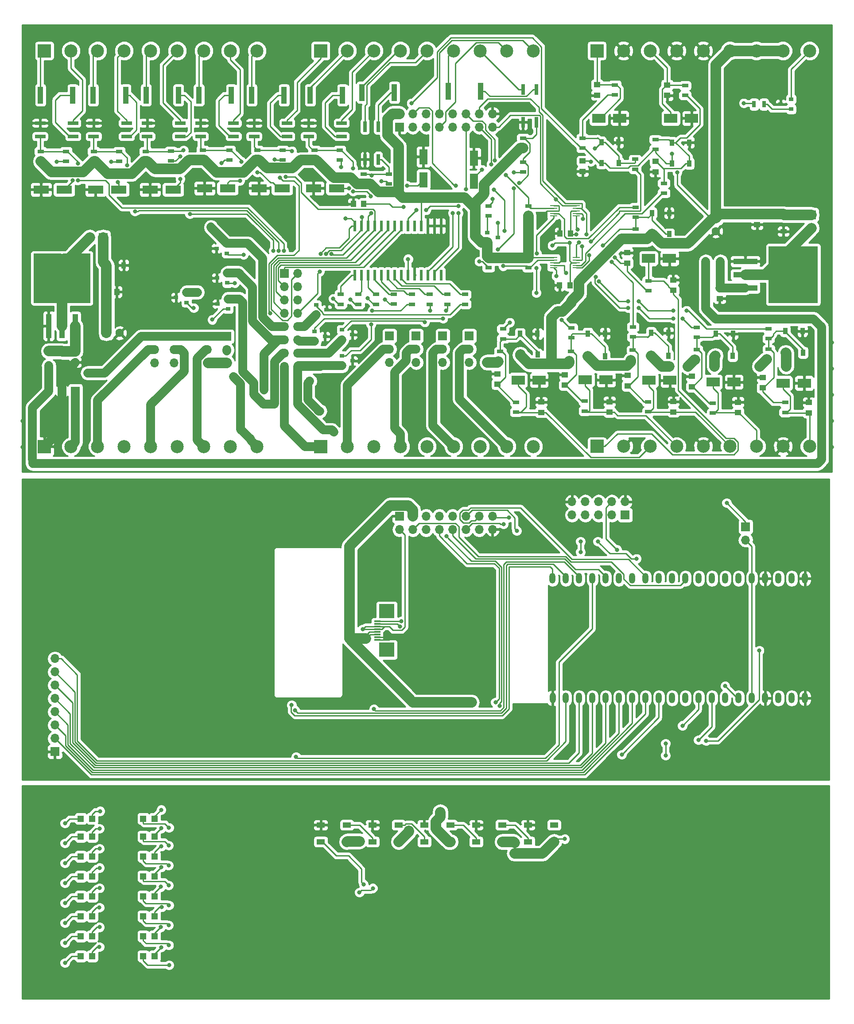
<source format=gbr>
G04 #@! TF.GenerationSoftware,KiCad,Pcbnew,(2017-09-19 revision dddaa7e69)-makepkg*
G04 #@! TF.CreationDate,2017-11-12T19:58:56+01:00*
G04 #@! TF.ProjectId,G2,47322E6B696361645F70636200000000,rev?*
G04 #@! TF.SameCoordinates,Original*
G04 #@! TF.FileFunction,Copper,L1,Top,Signal*
G04 #@! TF.FilePolarity,Positive*
%FSLAX46Y46*%
G04 Gerber Fmt 4.6, Leading zero omitted, Abs format (unit mm)*
G04 Created by KiCad (PCBNEW (2017-09-19 revision dddaa7e69)-makepkg) date 11/12/17 19:58:56*
%MOMM*%
%LPD*%
G01*
G04 APERTURE LIST*
%ADD10R,2.000000X0.640000*%
%ADD11O,1.700000X1.700000*%
%ADD12R,1.700000X1.700000*%
%ADD13R,1.600000X1.000000*%
%ADD14R,1.200000X0.300000*%
%ADD15R,3.000000X2.700000*%
%ADD16C,2.500000*%
%ADD17R,2.500000X2.500000*%
%ADD18O,1.200000X2.000000*%
%ADD19R,1.422400X0.279400*%
%ADD20R,1.600000X3.000000*%
%ADD21R,3.000000X1.600000*%
%ADD22R,1.250000X1.000000*%
%ADD23R,1.000000X1.250000*%
%ADD24R,2.500000X1.800000*%
%ADD25R,0.900000X1.200000*%
%ADD26R,0.640000X2.000000*%
%ADD27R,0.600000X2.000000*%
%ADD28R,1.200000X1.200000*%
%ADD29R,1.300000X0.700000*%
%ADD30R,0.700000X1.300000*%
%ADD31R,1.000000X3.200000*%
%ADD32R,0.900000X0.800000*%
%ADD33R,1.600000X1.600000*%
%ADD34C,1.600000*%
%ADD35R,1.200000X0.900000*%
%ADD36R,1.100000X1.100000*%
%ADD37R,4.600000X1.100000*%
%ADD38R,9.400000X10.800000*%
%ADD39R,4.550000X5.250000*%
%ADD40R,5.250000X4.550000*%
%ADD41R,10.800000X9.400000*%
%ADD42R,1.100000X4.600000*%
%ADD43C,0.800000*%
%ADD44C,0.250000*%
%ADD45C,2.000000*%
%ADD46C,1.700000*%
%ADD47C,0.254000*%
G04 APERTURE END LIST*
D10*
X16546000Y-34392000D03*
X16546000Y-31852000D03*
X22846000Y-31852000D03*
X22846000Y-34392000D03*
D11*
X19370000Y-134190000D03*
X19370000Y-136730000D03*
X19370000Y-139270000D03*
X19370000Y-141810000D03*
X19370000Y-144350000D03*
X19370000Y-146890000D03*
X19370000Y-149430000D03*
D12*
X19370000Y-151970000D03*
D13*
X89973000Y-165980200D03*
X89973000Y-169180200D03*
X94973000Y-165980200D03*
X94973000Y-169180200D03*
D14*
X80980000Y-130560000D03*
X80980000Y-130060000D03*
X80980000Y-129560000D03*
X80980000Y-129060000D03*
X80980000Y-128560000D03*
X80980000Y-128060000D03*
X80980000Y-127560000D03*
X80980000Y-127060000D03*
D15*
X82780000Y-132490000D03*
X82780000Y-125130000D03*
D16*
X110820000Y-93650000D03*
X105740000Y-93650000D03*
X100660000Y-93650000D03*
X95580000Y-93650000D03*
X90500000Y-93650000D03*
X85420000Y-93650000D03*
X80340000Y-93650000D03*
X75260000Y-93650000D03*
D17*
X70180000Y-93650000D03*
D16*
X110800000Y-18040000D03*
X105720000Y-18040000D03*
X100640000Y-18040000D03*
X95560000Y-18040000D03*
X90480000Y-18040000D03*
X85400000Y-18040000D03*
X80320000Y-18040000D03*
X75240000Y-18040000D03*
D17*
X70160000Y-18040000D03*
D16*
X58000000Y-18040000D03*
X52920000Y-18040000D03*
X47840000Y-18040000D03*
X42760000Y-18040000D03*
X37680000Y-18040000D03*
X32600000Y-18040000D03*
X27520000Y-18040000D03*
X22440000Y-18040000D03*
D17*
X17360000Y-18040000D03*
D16*
X163610000Y-18040000D03*
X158530000Y-18040000D03*
X153450000Y-18040000D03*
X148370000Y-18040000D03*
X143290000Y-18040000D03*
X138210000Y-18040000D03*
X133130000Y-18040000D03*
X128050000Y-18040000D03*
D17*
X122970000Y-18040000D03*
D16*
X163620000Y-93630000D03*
X158540000Y-93630000D03*
X153460000Y-93630000D03*
X148380000Y-93630000D03*
X143300000Y-93630000D03*
X138220000Y-93630000D03*
X133140000Y-93630000D03*
X128060000Y-93630000D03*
D17*
X122980000Y-93630000D03*
D16*
X58020000Y-93650000D03*
X52940000Y-93650000D03*
X47860000Y-93650000D03*
X42780000Y-93650000D03*
X37700000Y-93650000D03*
X32620000Y-93650000D03*
X27540000Y-93650000D03*
X22460000Y-93650000D03*
D17*
X17380000Y-93650000D03*
D18*
X114515560Y-141720000D03*
X114470000Y-118860000D03*
X117010000Y-141720000D03*
X117010000Y-118860000D03*
X119550000Y-141720000D03*
X119550000Y-118860000D03*
X122090000Y-141720000D03*
X122090000Y-118860000D03*
X124630000Y-141720000D03*
X124630000Y-118860000D03*
X127170000Y-141720000D03*
X127170000Y-118860000D03*
X129710000Y-141720000D03*
X129710000Y-118860000D03*
X132250000Y-141720000D03*
X132250000Y-118860000D03*
X134790000Y-141720000D03*
X134790000Y-118860000D03*
X137330000Y-141720000D03*
X137330000Y-118860000D03*
X139870000Y-141720000D03*
X139870000Y-118860000D03*
X142410000Y-141720000D03*
X142410000Y-118860000D03*
X144950000Y-141720000D03*
X144950000Y-118860000D03*
X147490000Y-141720000D03*
X147490000Y-118860000D03*
X150030000Y-141720000D03*
X150030000Y-118860000D03*
X152570000Y-141720000D03*
X152570000Y-118860000D03*
X155110000Y-141720000D03*
X155110000Y-118860000D03*
X157650000Y-141720000D03*
X157650000Y-118860000D03*
X160190000Y-141720000D03*
X160190000Y-118860000D03*
X162730000Y-141720000D03*
X162730000Y-118860000D03*
D10*
X43293000Y-34392000D03*
X43293000Y-31852000D03*
X36993000Y-31852000D03*
X36993000Y-34392000D03*
D11*
X98578000Y-77594000D03*
X98578000Y-75054000D03*
D12*
X98578000Y-72514000D03*
D19*
X119062609Y-47625400D03*
X119062609Y-48108000D03*
X119062609Y-48616000D03*
X119062609Y-49124000D03*
X119062609Y-49606600D03*
X114693809Y-49606600D03*
X114693809Y-49124000D03*
X114693809Y-48616000D03*
X114693809Y-48108000D03*
X114693809Y-47625400D03*
X114693809Y-57531400D03*
X114693809Y-58014000D03*
X114693809Y-58522000D03*
X114693809Y-59030000D03*
X114693809Y-59512600D03*
X119062609Y-59512600D03*
X119062609Y-59030000D03*
X119062609Y-58522000D03*
X119062609Y-58014000D03*
X119062609Y-57531400D03*
D20*
X99452000Y-42942000D03*
X99452000Y-38542000D03*
D21*
X37562000Y-44552000D03*
X41962000Y-44552000D03*
X31548000Y-44552000D03*
X27148000Y-44552000D03*
X16734000Y-44552000D03*
X21134000Y-44552000D03*
X73204000Y-44298000D03*
X68804000Y-44298000D03*
D20*
X89800000Y-38288000D03*
X89800000Y-42688000D03*
D21*
X62790000Y-44298000D03*
X58390000Y-44298000D03*
X47976000Y-44298000D03*
X52376000Y-44298000D03*
D22*
X154650000Y-80460000D03*
X154650000Y-82460000D03*
D23*
X76404800Y-47320600D03*
X78404800Y-47320600D03*
D22*
X128740000Y-58620000D03*
X128740000Y-56620000D03*
X103960000Y-79760000D03*
X103960000Y-81760000D03*
X128850000Y-82090000D03*
X128850000Y-80090000D03*
X120240000Y-41100000D03*
X120240000Y-39100000D03*
X134180000Y-39180000D03*
X134180000Y-41180000D03*
D23*
X115820000Y-62840000D03*
X117820000Y-62840000D03*
X117890000Y-52934000D03*
X115890000Y-52934000D03*
D22*
X112320000Y-85140000D03*
X112320000Y-87140000D03*
X116860000Y-79930000D03*
X116860000Y-81930000D03*
X137600000Y-85060000D03*
X137600000Y-87060000D03*
X141150000Y-82250000D03*
X141150000Y-80250000D03*
X137540000Y-61830000D03*
X137540000Y-63830000D03*
X125390000Y-87090000D03*
X125390000Y-85090000D03*
X149930000Y-85180000D03*
X149930000Y-87180000D03*
X163440000Y-87220000D03*
X163440000Y-85220000D03*
X122990000Y-26540000D03*
X122990000Y-24540000D03*
X136390000Y-24570000D03*
X136390000Y-26570000D03*
D24*
X132920000Y-81000000D03*
X136920000Y-81000000D03*
X149160000Y-81330000D03*
X145160000Y-81330000D03*
X107920000Y-80960000D03*
X111920000Y-80960000D03*
X136840000Y-57730000D03*
X132840000Y-57730000D03*
X137080000Y-30930000D03*
X141080000Y-30930000D03*
X127320000Y-30900000D03*
X123320000Y-30900000D03*
X158590000Y-81540000D03*
X162590000Y-81540000D03*
X124740000Y-80900000D03*
X120740000Y-80900000D03*
D25*
X123810000Y-35530000D03*
X127110000Y-35530000D03*
X127140000Y-39520000D03*
X123840000Y-39520000D03*
X133540000Y-53060000D03*
X136840000Y-53060000D03*
X136770000Y-49050000D03*
X133470000Y-49050000D03*
X108290000Y-72110000D03*
X111590000Y-72110000D03*
X124530000Y-76370000D03*
X121230000Y-76370000D03*
X121230000Y-72050000D03*
X124530000Y-72050000D03*
X136610000Y-76290000D03*
X133310000Y-76290000D03*
X133350000Y-71930000D03*
X136650000Y-71930000D03*
X148920000Y-76310000D03*
X145620000Y-76310000D03*
X158970000Y-71590000D03*
X162270000Y-71590000D03*
X140620000Y-35580000D03*
X137320000Y-35580000D03*
X137320000Y-39590000D03*
X140620000Y-39590000D03*
X111620000Y-76070000D03*
X108320000Y-76070000D03*
X159060000Y-75720000D03*
X162360000Y-75720000D03*
X149030000Y-72090000D03*
X145730000Y-72090000D03*
D10*
X63740000Y-34392000D03*
X63740000Y-31852000D03*
X57440000Y-31852000D03*
X57440000Y-34392000D03*
D26*
X81164000Y-38812000D03*
X78624000Y-38812000D03*
X78624000Y-32512000D03*
X81164000Y-32512000D03*
X111390000Y-25400000D03*
X108850000Y-25400000D03*
X108850000Y-31700000D03*
X111390000Y-31700000D03*
D10*
X67854000Y-34392000D03*
X67854000Y-31852000D03*
X74154000Y-31852000D03*
X74154000Y-34392000D03*
X26769500Y-34392000D03*
X26769500Y-31852000D03*
X33069500Y-31852000D03*
X33069500Y-34392000D03*
X53516500Y-34392000D03*
X53516500Y-31852000D03*
X47216500Y-31852000D03*
X47216500Y-34392000D03*
D27*
X76685000Y-60910000D03*
X77955000Y-60910000D03*
X79225000Y-60910000D03*
X80495000Y-60910000D03*
X81765000Y-60910000D03*
X83035000Y-60910000D03*
X84305000Y-60910000D03*
X85575000Y-60910000D03*
X86845000Y-60910000D03*
X88115000Y-60910000D03*
X89385000Y-60910000D03*
X90655000Y-60910000D03*
X91925000Y-60910000D03*
X93195000Y-60910000D03*
X93195000Y-51510000D03*
X91925000Y-51510000D03*
X90655000Y-51510000D03*
X89385000Y-51510000D03*
X88115000Y-51510000D03*
X86845000Y-51510000D03*
X85575000Y-51510000D03*
X84305000Y-51510000D03*
X83035000Y-51510000D03*
X81765000Y-51510000D03*
X80495000Y-51510000D03*
X79225000Y-51510000D03*
X77955000Y-51510000D03*
X76685000Y-51510000D03*
D28*
X26511000Y-191040000D03*
X24311000Y-191040000D03*
X36249000Y-191040000D03*
X38449000Y-191040000D03*
X38449000Y-183420000D03*
X36249000Y-183420000D03*
X36249000Y-179610000D03*
X38449000Y-179610000D03*
X38449000Y-175800000D03*
X36249000Y-175800000D03*
X36249000Y-171990000D03*
X38449000Y-171990000D03*
X38449000Y-168180000D03*
X36249000Y-168180000D03*
X36249000Y-164770200D03*
X38449000Y-164770200D03*
X26511000Y-179610000D03*
X24311000Y-179610000D03*
X24311000Y-175800000D03*
X26511000Y-175800000D03*
X26511000Y-171990000D03*
X24311000Y-171990000D03*
X24311000Y-168180000D03*
X26511000Y-168180000D03*
X26511000Y-164770200D03*
X24311000Y-164770200D03*
X36249000Y-187230000D03*
X38449000Y-187230000D03*
X26511000Y-183420000D03*
X24311000Y-183420000D03*
X24311000Y-187230000D03*
X26511000Y-187230000D03*
D13*
X85074000Y-169180200D03*
X85074000Y-165980200D03*
X80074000Y-169180200D03*
X80074000Y-165980200D03*
X70175000Y-165980200D03*
X70175000Y-169180200D03*
X75175000Y-165980200D03*
X75175000Y-169180200D03*
X109771000Y-165980200D03*
X109771000Y-169180200D03*
X114771000Y-165980200D03*
X114771000Y-169180200D03*
X104872000Y-169180200D03*
X104872000Y-165980200D03*
X99872000Y-169180200D03*
X99872000Y-165980200D03*
D11*
X163968000Y-51918000D03*
D12*
X163968000Y-49378000D03*
X28586000Y-53696000D03*
D11*
X26046000Y-53696000D03*
X151400000Y-111530000D03*
D12*
X151400000Y-108990000D03*
X48481800Y-72626000D03*
D11*
X48481800Y-75166000D03*
X48481800Y-77706000D03*
X52233400Y-77706000D03*
X52233400Y-75166000D03*
D12*
X52233400Y-72626000D03*
X42175000Y-72626000D03*
D11*
X42175000Y-75166000D03*
X42175000Y-77706000D03*
D12*
X83338000Y-72514000D03*
D11*
X83338000Y-75054000D03*
X83338000Y-77594000D03*
X88418000Y-77594000D03*
X88418000Y-75054000D03*
D12*
X88418000Y-72514000D03*
X93498000Y-72514000D03*
D11*
X93498000Y-75054000D03*
X93498000Y-77594000D03*
D12*
X38398000Y-72626000D03*
D11*
X38398000Y-75166000D03*
X38398000Y-77706000D03*
X118216542Y-104205420D03*
X118216542Y-106745420D03*
X120756542Y-104205420D03*
X120756542Y-106745420D03*
X123296542Y-104205420D03*
X123296542Y-106745420D03*
X125836542Y-104205420D03*
X125836542Y-106745420D03*
X128376542Y-104205420D03*
D12*
X128376542Y-106745420D03*
X63240000Y-60560000D03*
D11*
X65780000Y-60560000D03*
X63240000Y-63100000D03*
X65780000Y-63100000D03*
X63240000Y-65640000D03*
X65780000Y-65640000D03*
X63240000Y-68180000D03*
X65780000Y-68180000D03*
X63240000Y-70720000D03*
X65780000Y-70720000D03*
X63240000Y-73260000D03*
X65780000Y-73260000D03*
X63240000Y-75800000D03*
X65780000Y-75800000D03*
X63240000Y-78340000D03*
X65780000Y-78340000D03*
D12*
X85228000Y-106972000D03*
D11*
X85228000Y-109512000D03*
X87768000Y-106972000D03*
X87768000Y-109512000D03*
X90308000Y-106972000D03*
X90308000Y-109512000D03*
X92848000Y-106972000D03*
X92848000Y-109512000D03*
X95388000Y-106972000D03*
X95388000Y-109512000D03*
X97928000Y-106972000D03*
X97928000Y-109512000D03*
X100468000Y-106972000D03*
X100468000Y-109512000D03*
X103008000Y-106972000D03*
X103008000Y-109512000D03*
X103008000Y-30074000D03*
X103008000Y-32614000D03*
X100468000Y-30074000D03*
X100468000Y-32614000D03*
X97928000Y-30074000D03*
X97928000Y-32614000D03*
X95388000Y-30074000D03*
X95388000Y-32614000D03*
X92848000Y-30074000D03*
X92848000Y-32614000D03*
X90308000Y-30074000D03*
X90308000Y-32614000D03*
X87768000Y-30074000D03*
X87768000Y-32614000D03*
X85228000Y-30074000D03*
D12*
X85228000Y-32614000D03*
D29*
X130340000Y-47940000D03*
X130340000Y-49840000D03*
X105030000Y-73070000D03*
X105030000Y-71170000D03*
X118110000Y-70960000D03*
X118110000Y-72860000D03*
X129860000Y-72720000D03*
X129860000Y-70820000D03*
X142040000Y-70880000D03*
X142040000Y-72780000D03*
X129820000Y-77140000D03*
X129820000Y-75240000D03*
X132810000Y-63900000D03*
X132810000Y-62000000D03*
X107510000Y-87090000D03*
X107510000Y-85190000D03*
X155810000Y-75060000D03*
X155810000Y-76960000D03*
X132770000Y-87030000D03*
X132770000Y-85130000D03*
X145130000Y-85360000D03*
X145130000Y-87260000D03*
X158960000Y-87140000D03*
X158960000Y-85240000D03*
X104480000Y-75490000D03*
X104480000Y-77390000D03*
X142040000Y-75150000D03*
X142040000Y-77050000D03*
X109866000Y-57572000D03*
X109866000Y-59472000D03*
X155770000Y-71140000D03*
X155770000Y-73040000D03*
X120620000Y-86900000D03*
X120620000Y-85000000D03*
X108850000Y-34712000D03*
X108850000Y-36612000D03*
X130340000Y-53990000D03*
X130340000Y-52090000D03*
X26808000Y-39152000D03*
X26808000Y-37252000D03*
X109866000Y-47666000D03*
X109866000Y-49566000D03*
X130250000Y-38770000D03*
X130250000Y-40670000D03*
X134140000Y-34990000D03*
X134140000Y-36890000D03*
X120220000Y-36640000D03*
X120220000Y-34740000D03*
X139830000Y-26580000D03*
X139830000Y-24680000D03*
X126430000Y-24550000D03*
X126430000Y-26450000D03*
X74001200Y-64582400D03*
X74001200Y-66482400D03*
X78370000Y-41570000D03*
X78370000Y-43470000D03*
X31634000Y-37252000D03*
X31634000Y-39152000D03*
X41540000Y-39086000D03*
X41540000Y-37186000D03*
X52716000Y-36998000D03*
X52716000Y-38898000D03*
X62876000Y-38898000D03*
X62876000Y-36998000D03*
X73798000Y-36998000D03*
X73798000Y-38898000D03*
X83196000Y-43470000D03*
X83196000Y-41570000D03*
X108850000Y-39284000D03*
X108850000Y-41184000D03*
X16648000Y-37252000D03*
X16648000Y-39152000D03*
X36714000Y-39152000D03*
X36714000Y-37252000D03*
X21474000Y-39152000D03*
X21474000Y-37252000D03*
X77397542Y-64582400D03*
X77397542Y-66482400D03*
X47636000Y-38898000D03*
X47636000Y-36998000D03*
X58050000Y-36998000D03*
X58050000Y-38898000D03*
X68972000Y-38898000D03*
X68972000Y-36998000D03*
X87590200Y-66482400D03*
X87590200Y-64582400D03*
X135774000Y-43348000D03*
X135774000Y-45248000D03*
D30*
X153010400Y-28270600D03*
X154910400Y-28270600D03*
D29*
X102246000Y-49610000D03*
X102246000Y-47710000D03*
X102246000Y-59472000D03*
X102246000Y-57572000D03*
X97775594Y-64582400D03*
X97775594Y-66482400D03*
X94379252Y-66482400D03*
X94379252Y-64582400D03*
X90982910Y-64582400D03*
X90982910Y-66482400D03*
X84135800Y-66457000D03*
X84135800Y-64557000D03*
X118040000Y-77360000D03*
X118040000Y-75460000D03*
X80793884Y-66482400D03*
X80793884Y-64582400D03*
D31*
X22796000Y-26518000D03*
X16596000Y-26518000D03*
X68158000Y-26518000D03*
X74358000Y-26518000D03*
X63182000Y-26518000D03*
X56982000Y-26518000D03*
X46885500Y-26518000D03*
X53085500Y-26518000D03*
X42989000Y-26518000D03*
X36789000Y-26518000D03*
X26692500Y-26518000D03*
X32892500Y-26518000D03*
X100774000Y-25756000D03*
X94574000Y-25756000D03*
X78064000Y-26010000D03*
X84264000Y-26010000D03*
D32*
X76245800Y-77267200D03*
X74245800Y-78217200D03*
X74245800Y-76317200D03*
X68988000Y-71669000D03*
X68988000Y-73569000D03*
X70988000Y-72619000D03*
X69292800Y-66589000D03*
X69292800Y-68489000D03*
X71292800Y-67539000D03*
X104008000Y-53696000D03*
X102008000Y-54646000D03*
X102008000Y-52746000D03*
X160091200Y-29195200D03*
X160091200Y-27295200D03*
X158091200Y-28245200D03*
X44521200Y-66126800D03*
X44521200Y-64226800D03*
X42521200Y-65176800D03*
X50471400Y-66396000D03*
X52471400Y-65446000D03*
X52471400Y-67346000D03*
X52344400Y-62393000D03*
X52344400Y-60493000D03*
X50344400Y-61443000D03*
X76220400Y-72288800D03*
X74220400Y-73238800D03*
X74220400Y-71338800D03*
X52242800Y-56754200D03*
X52242800Y-54854200D03*
X50242800Y-55804200D03*
D11*
X18220000Y-83060000D03*
X20760000Y-83060000D03*
D12*
X23300000Y-83060000D03*
D22*
X153584000Y-49248000D03*
X153584000Y-51248000D03*
D23*
X31224000Y-64100000D03*
X29224000Y-64100000D03*
D22*
X146442000Y-63364000D03*
X146442000Y-65364000D03*
X23252000Y-77556000D03*
X23252000Y-75556000D03*
D33*
X145704000Y-50000000D03*
D34*
X145704000Y-52500000D03*
X31714000Y-71960000D03*
D33*
X29214000Y-71960000D03*
D35*
X158634000Y-49252000D03*
X158634000Y-52552000D03*
D25*
X32522000Y-59030000D03*
X29222000Y-59030000D03*
D36*
X146572000Y-58268000D03*
X143772000Y-58268000D03*
X18172000Y-78210000D03*
X18172000Y-75410000D03*
D37*
X151335000Y-58268000D03*
X151335000Y-60808000D03*
X151335000Y-63348000D03*
D38*
X160485000Y-60808000D03*
D39*
X162910000Y-63583000D03*
X158060000Y-58033000D03*
X162910000Y-58033000D03*
X158060000Y-63583000D03*
D40*
X23487000Y-63922000D03*
X17937000Y-59072000D03*
X17937000Y-63922000D03*
X23487000Y-59072000D03*
D41*
X20712000Y-61497000D03*
D42*
X23252000Y-70647000D03*
X20712000Y-70647000D03*
X18172000Y-70647000D03*
D43*
X142367000Y-149733000D03*
X147484153Y-139408847D03*
X84663000Y-142780000D03*
X75519000Y-134144000D03*
X75519000Y-140240000D03*
X60660000Y-133890000D03*
X60660000Y-119920000D03*
X60660000Y-126778000D03*
X60660000Y-142272000D03*
X67645000Y-112300000D03*
X73487000Y-112300000D03*
X60660000Y-112300000D03*
X13416000Y-97822000D03*
X13162000Y-93748000D03*
X13162000Y-88748000D03*
X13670000Y-83748000D03*
X13670000Y-78748000D03*
X13670000Y-73748000D03*
X13670000Y-68748000D03*
X13670000Y-63748000D03*
X13670000Y-58748000D03*
X13670000Y-53748000D03*
X13670000Y-48748000D03*
X13670000Y-43748000D03*
X13670000Y-38748000D03*
X13670000Y-33748000D03*
X13670000Y-28748000D03*
X13670000Y-23748000D03*
X13670000Y-18748000D03*
X167340000Y-97822000D03*
X167848000Y-93748000D03*
X167848000Y-88748000D03*
X167848000Y-83748000D03*
X167848000Y-78748000D03*
X167848000Y-73748000D03*
X167340000Y-68748000D03*
X167340000Y-63748000D03*
X167340000Y-58748000D03*
X167340000Y-53748000D03*
X167340000Y-48748000D03*
X167340000Y-43748000D03*
X167340000Y-38748000D03*
X167340000Y-33748000D03*
X167340000Y-28748000D03*
X167340000Y-23748000D03*
X167340000Y-18748000D03*
X167340000Y-13748000D03*
X163670000Y-13748000D03*
X158670000Y-13748000D03*
X153670000Y-13748000D03*
X148670000Y-13748000D03*
X143670000Y-13748000D03*
X138670000Y-13748000D03*
X133670000Y-13748000D03*
X128670000Y-13748000D03*
X123670000Y-13748000D03*
X118670000Y-13748000D03*
X113670000Y-13748000D03*
X108670000Y-13748000D03*
X103670000Y-13748000D03*
X98670000Y-13748000D03*
X93670000Y-13748000D03*
X88670000Y-13748000D03*
X83670000Y-13748000D03*
X78670000Y-13748000D03*
X73670000Y-13748000D03*
X68670000Y-13748000D03*
X63670000Y-13748000D03*
X58670000Y-13748000D03*
X53670000Y-13748000D03*
X48670000Y-13748000D03*
X43670000Y-13748000D03*
X38670000Y-13748000D03*
X33670000Y-13748000D03*
X28670000Y-13748000D03*
X23670000Y-13748000D03*
X18670000Y-13748000D03*
X13670000Y-13748000D03*
X29458000Y-41502000D03*
X135590000Y-47022000D03*
X138638000Y-46006000D03*
X138638000Y-52610000D03*
X142194000Y-49562000D03*
X71074000Y-70644000D03*
X72598000Y-70390000D03*
X78186000Y-72676000D03*
X78186000Y-71152000D03*
X70566000Y-65310000D03*
X70312000Y-83090000D03*
X72598000Y-87916000D03*
X88092000Y-80296000D03*
X88092000Y-84868000D03*
X111460000Y-69374000D03*
X106380000Y-74962000D03*
X133558000Y-43466000D03*
X132796000Y-46006000D03*
X118064000Y-36862000D03*
X117556000Y-45752000D03*
X114254000Y-41942000D03*
X114000000Y-32544000D03*
X122382000Y-41180000D03*
X130002000Y-42196000D03*
X130002000Y-46260000D03*
X126446000Y-46768000D03*
X122636000Y-50324000D03*
X46690000Y-41688000D03*
X43134000Y-46768000D03*
X35514000Y-46514000D03*
X64470000Y-46514000D03*
X57104000Y-46514000D03*
X60406000Y-49816000D03*
X64470000Y-49816000D03*
X68026000Y-41688000D03*
X70058000Y-46768000D03*
X74122000Y-46768000D03*
X117302000Y-84106000D03*
X131780000Y-88932000D03*
X120604000Y-92234000D03*
X117810000Y-89694000D03*
X110952000Y-83344000D03*
X163784000Y-73438000D03*
X163784000Y-79280000D03*
X161498000Y-79280000D03*
X139654000Y-81312000D03*
X143210000Y-85884000D03*
X139654000Y-85884000D03*
X135082000Y-83344000D03*
X135082000Y-85630000D03*
X140670000Y-93758000D03*
X145750000Y-93758000D03*
X141178000Y-88678000D03*
X135336000Y-88678000D03*
X122890000Y-85884000D03*
X122890000Y-83344000D03*
X128732000Y-83852000D03*
X130764000Y-86392000D03*
X135082000Y-70390000D03*
X132034000Y-70390000D03*
X122890000Y-70390000D03*
X118572000Y-69120000D03*
X128224000Y-68866000D03*
X126700000Y-75724000D03*
X121620000Y-63532000D03*
X116540000Y-55912000D03*
X112660000Y-49378000D03*
X101992000Y-77572000D03*
X114692000Y-77870001D03*
X127138000Y-78170001D03*
X159142000Y-78334000D03*
X154062000Y-78334000D03*
X145426000Y-78334000D03*
X140346000Y-78334000D03*
X136790000Y-78334000D03*
X138314000Y-41250000D03*
X137298000Y-37694000D03*
X87514000Y-28042000D03*
X64620000Y-143060000D03*
X65232000Y-144050000D03*
X80340000Y-143833000D03*
X65447900Y-152943940D03*
X127716000Y-152516011D03*
X85298000Y-128048000D03*
X85552000Y-127032000D03*
X139320000Y-146990000D03*
X130535400Y-115081300D03*
X119842000Y-113824000D03*
X49439400Y-69418600D03*
X79106600Y-65354600D03*
X45908800Y-67158000D03*
X82484800Y-65532400D03*
X63106691Y-56254965D03*
X61106720Y-56247043D03*
X62106721Y-56247042D03*
X104389432Y-143234442D03*
X94188000Y-110776000D03*
X103586000Y-142526000D03*
X41199300Y-192740001D03*
X41152800Y-188930001D03*
X41114700Y-185120001D03*
X41165500Y-181310001D03*
X41114700Y-177500001D03*
X41102000Y-173690001D03*
X41127400Y-169880001D03*
X41165500Y-166470201D03*
X80126337Y-178050895D03*
X77551000Y-178848000D03*
X78374142Y-177324000D03*
X114381000Y-129064000D03*
X114381000Y-121444000D03*
X114381000Y-139097000D03*
X112984000Y-143161000D03*
X107396000Y-143288000D03*
X114381000Y-148114000D03*
X111460000Y-148114000D03*
X91140000Y-112046000D03*
X102697000Y-129064000D03*
X102697000Y-117507000D03*
X102570000Y-140875000D03*
X100838000Y-113538000D03*
X99822000Y-112522000D03*
X130751300Y-104324400D03*
X145762700Y-104349800D03*
X133977100Y-102571800D03*
X133951700Y-104349800D03*
X77932000Y-126778000D03*
X79964000Y-122206000D03*
X84790000Y-122206000D03*
X84790000Y-112046000D03*
X77932000Y-113824000D03*
X82758000Y-108998000D03*
X24432000Y-157004000D03*
X125562000Y-157004000D03*
X130562000Y-157004000D03*
X135562000Y-157004000D03*
X140562000Y-157004000D03*
X145562000Y-157004000D03*
X150562000Y-157004000D03*
X155562000Y-157004000D03*
X160562000Y-157004000D03*
X165562000Y-157004000D03*
X19432000Y-157004000D03*
X14432000Y-157004000D03*
X13416000Y-155362000D03*
X13416000Y-150362000D03*
X13416000Y-145362000D03*
X13416000Y-140362000D03*
X13416000Y-135362000D03*
X13416000Y-130362000D03*
X13416000Y-125362000D03*
X13416000Y-120362000D03*
X13416000Y-115362000D03*
X13416000Y-110362000D03*
X13416000Y-105362000D03*
X166832000Y-155362000D03*
X166832000Y-150362000D03*
X166832000Y-145362000D03*
X166832000Y-140362000D03*
X166832000Y-135362000D03*
X166832000Y-130362000D03*
X166832000Y-125362000D03*
X166832000Y-120362000D03*
X166832000Y-115362000D03*
X166832000Y-110362000D03*
X166832000Y-105362000D03*
X166832000Y-100362000D03*
X163416000Y-100362000D03*
X158416000Y-100362000D03*
X153416000Y-100362000D03*
X148416000Y-100362000D03*
X143416000Y-100362000D03*
X138416000Y-100362000D03*
X133416000Y-100362000D03*
X128416000Y-100362000D03*
X123416000Y-100362000D03*
X118416000Y-100362000D03*
X113416000Y-100362000D03*
X108416000Y-100362000D03*
X103416000Y-100362000D03*
X98416000Y-100362000D03*
X93416000Y-100362000D03*
X88416000Y-100362000D03*
X83416000Y-100362000D03*
X78416000Y-100362000D03*
X73416000Y-100362000D03*
X68416000Y-100362000D03*
X63416000Y-100362000D03*
X58416000Y-100362000D03*
X53416000Y-100362000D03*
X48416000Y-100362000D03*
X43416000Y-100362000D03*
X38416000Y-100362000D03*
X33416000Y-100362000D03*
X28416000Y-100362000D03*
X23416000Y-100362000D03*
X18416000Y-100362000D03*
X13416000Y-100362000D03*
X113238000Y-108236000D03*
X115778000Y-104680000D03*
X116794000Y-108998000D03*
X111206000Y-104680000D03*
X95204000Y-103918000D03*
X102570000Y-103918000D03*
X87584000Y-125508000D03*
X87584000Y-112046000D03*
X89108000Y-140240000D03*
X83774000Y-135160000D03*
X105872000Y-110522000D03*
X110952000Y-113316000D03*
X104602000Y-113316000D03*
X142448000Y-146590000D03*
X142448000Y-148368000D03*
X143845000Y-149892000D03*
X154005000Y-132620000D03*
X147782000Y-104426000D03*
X78186000Y-128556000D03*
X136098000Y-152686000D03*
X136098000Y-150400000D03*
X99014000Y-142526000D03*
X107220000Y-169340000D03*
X151050000Y-28040000D03*
X116830000Y-168640000D03*
X107220000Y-171410000D03*
X93030000Y-163510000D03*
X87006576Y-167076576D03*
X77600000Y-169080000D03*
X102062000Y-170212000D03*
X102316000Y-165894000D03*
X163416000Y-198914000D03*
X158416000Y-198914000D03*
X153416000Y-198914000D03*
X148416000Y-198914000D03*
X143416000Y-198914000D03*
X138416000Y-198914000D03*
X133416000Y-198914000D03*
X128416000Y-198914000D03*
X123416000Y-198914000D03*
X118416000Y-198914000D03*
X113416000Y-198914000D03*
X108416000Y-198914000D03*
X103416000Y-198914000D03*
X98416000Y-198914000D03*
X93416000Y-198914000D03*
X88416000Y-198914000D03*
X83416000Y-198914000D03*
X78416000Y-198914000D03*
X73416000Y-198914000D03*
X68416000Y-198914000D03*
X63416000Y-198914000D03*
X58416000Y-198914000D03*
X53416000Y-198914000D03*
X48416000Y-198914000D03*
X43416000Y-198914000D03*
X38416000Y-198914000D03*
X33416000Y-198914000D03*
X28416000Y-198914000D03*
X23416000Y-198914000D03*
X18416000Y-198914000D03*
X13416000Y-198914000D03*
X13416000Y-194036000D03*
X13416000Y-189036000D03*
X13416000Y-184036000D03*
X13416000Y-179036000D03*
X13416000Y-174036000D03*
X13416000Y-169036000D03*
X13416000Y-164036000D03*
X166832000Y-198660000D03*
X166832000Y-194036000D03*
X166832000Y-189036000D03*
X166832000Y-184036000D03*
X166832000Y-179036000D03*
X166832000Y-174036000D03*
X166832000Y-169036000D03*
X166832000Y-164036000D03*
X166832000Y-159036000D03*
X163416000Y-159036000D03*
X158416000Y-159036000D03*
X153416000Y-159036000D03*
X148416000Y-159036000D03*
X143416000Y-159036000D03*
X138416000Y-159036000D03*
X133416000Y-159036000D03*
X128416000Y-159036000D03*
X123416000Y-159036000D03*
X118416000Y-159036000D03*
X113416000Y-159036000D03*
X108416000Y-159036000D03*
X103416000Y-159036000D03*
X98416000Y-159036000D03*
X93416000Y-159036000D03*
X88416000Y-159036000D03*
X83416000Y-159036000D03*
X78416000Y-159036000D03*
X73416000Y-159036000D03*
X68416000Y-159036000D03*
X63416000Y-159036000D03*
X18416000Y-159036000D03*
X13416000Y-159036000D03*
X107650000Y-109760000D03*
X105110000Y-108490000D03*
X106126000Y-107220000D03*
X123144000Y-111792000D03*
X119842000Y-111792000D03*
X59294600Y-82880600D03*
X61174200Y-85547600D03*
X68083000Y-81153400D03*
X96505600Y-47676000D03*
X90308000Y-48489000D03*
X88453800Y-48463600D03*
X74890200Y-50114600D03*
X27900000Y-178020000D03*
X39690000Y-174050000D03*
X27920000Y-166660000D03*
X27900000Y-170480000D03*
X27900000Y-174160000D03*
X27880000Y-181740000D03*
X27900000Y-185490000D03*
X27880000Y-189260000D03*
X39690000Y-163070000D03*
X39680000Y-166620000D03*
X39730000Y-170070000D03*
X39620000Y-177780000D03*
X39810000Y-181660000D03*
X39600000Y-185490000D03*
X39680000Y-189350000D03*
X117054200Y-60503200D03*
X28010000Y-163320000D03*
X21290000Y-165640000D03*
X21290000Y-169450000D03*
X21290000Y-173260000D03*
X21290000Y-177070000D03*
X21290000Y-180880000D03*
X21290000Y-184690000D03*
X21290000Y-188500000D03*
X21290000Y-192310000D03*
X126790000Y-113380000D03*
X143772000Y-67352000D03*
X25614200Y-79604000D03*
X49185400Y-51714800D03*
X55433800Y-57023400D03*
X72578800Y-65380000D03*
X91070000Y-67728400D03*
X90054000Y-69903400D03*
X53757400Y-62408200D03*
X75880800Y-65583200D03*
X46620000Y-64186200D03*
X86879000Y-57836200D03*
X85990000Y-47904800D03*
X114438000Y-55220000D03*
X104024000Y-50902000D03*
X119010000Y-53159001D03*
X117740000Y-54712000D03*
X93559200Y-69178400D03*
X94118000Y-67728400D03*
X79792400Y-70353410D03*
X80021000Y-67728400D03*
X72680400Y-90881600D03*
X100468000Y-58268000D03*
X97937038Y-44497769D03*
X95997600Y-43772768D03*
X103008000Y-46330000D03*
X72172400Y-56859961D03*
X79817800Y-49022400D03*
X79774630Y-45884400D03*
X76385723Y-44896684D03*
X76338000Y-40488000D03*
X63497628Y-42125628D03*
X64654000Y-37186000D03*
X60517146Y-68221454D03*
X62368000Y-42266000D03*
X55002000Y-39218000D03*
X22744000Y-42774000D03*
X19696000Y-39218000D03*
X23760000Y-42774000D03*
X23760000Y-39573999D03*
X45172200Y-49239400D03*
X43953000Y-37033600D03*
X70013400Y-60198400D03*
X70157189Y-56859961D03*
X104024000Y-55972000D03*
X107067347Y-44302653D03*
X108092653Y-43277347D03*
X107072000Y-41250000D03*
X100976000Y-40742000D03*
X81748200Y-43002600D03*
X86646001Y-43790000D03*
X71156400Y-56820200D03*
X78014400Y-49860600D03*
X79915076Y-41895600D03*
X74052000Y-40234000D03*
X75576000Y-44298000D03*
X58050000Y-41250000D03*
X61352000Y-38848001D03*
X54748000Y-42848000D03*
X51192000Y-39472000D03*
X43318000Y-42520000D03*
X43318000Y-38202000D03*
X34656600Y-48731400D03*
X33158000Y-39902000D03*
X30110000Y-39218000D03*
X31380000Y-43102000D03*
X122566000Y-36678000D03*
X121804000Y-39218000D03*
X121804000Y-54458000D03*
X121513000Y-57129653D03*
X105548000Y-41758000D03*
X103479000Y-39018892D03*
X126406371Y-57536371D03*
X124143629Y-55273629D03*
X115200000Y-61062000D03*
X123328000Y-62078000D03*
X128916000Y-65888000D03*
X130948000Y-65888000D03*
X137552000Y-67666000D03*
X140092000Y-67666000D03*
X105294000Y-52426000D03*
X105040000Y-59172000D03*
X103262000Y-44552000D03*
X102754000Y-39726000D03*
X122773299Y-61245949D03*
X128916000Y-67158000D03*
X130948000Y-67158000D03*
X137552000Y-69190000D03*
X139330000Y-69190000D03*
X120280000Y-50140000D03*
X125813688Y-58341809D03*
X116216000Y-69444000D03*
X119285003Y-52172000D03*
X106310000Y-69952000D03*
X111390000Y-64288000D03*
X111390000Y-59538000D03*
X111466000Y-56744000D03*
X115132552Y-46397448D03*
X119518000Y-54609001D03*
X121010006Y-53159001D03*
X120157319Y-55377945D03*
X96505600Y-49047800D03*
X95438800Y-49047800D03*
X53465591Y-80277391D03*
D44*
X142367000Y-149733000D02*
X144950000Y-147150000D01*
X144950000Y-147150000D02*
X144950000Y-141720000D01*
X147484153Y-139408847D02*
X149795306Y-141720000D01*
X149795306Y-141720000D02*
X150030000Y-141720000D01*
D45*
X97674000Y-46076000D02*
X89393600Y-46076000D01*
X89393600Y-46076000D02*
X85862000Y-46076000D01*
D44*
X89385000Y-51510000D02*
X89385000Y-50260000D01*
X89385000Y-50260000D02*
X89393600Y-50251400D01*
X89393600Y-50251400D02*
X89393600Y-46076000D01*
X81180003Y-45805997D02*
X81180003Y-45020001D01*
D45*
X18669999Y-41173999D02*
X24786001Y-41173999D01*
X24786001Y-41173999D02*
X26808000Y-39152000D01*
X16648000Y-39152000D02*
X18669999Y-41173999D01*
D44*
X114693809Y-57531400D02*
X109906600Y-57531400D01*
X109906600Y-57531400D02*
X109866000Y-57572000D01*
D45*
X108850000Y-36612000D02*
X108361998Y-36612000D01*
X108361998Y-36612000D02*
X101452001Y-43521997D01*
X101452001Y-43521997D02*
X101452001Y-45343997D01*
X99706000Y-47089998D02*
X99706000Y-48108000D01*
X101452001Y-45343997D02*
X99706000Y-47089998D01*
X109866000Y-57572000D02*
X109866000Y-49566000D01*
X109866000Y-57572000D02*
X102246000Y-57572000D01*
X102008000Y-54646000D02*
X102008000Y-57334000D01*
X102008000Y-57334000D02*
X102246000Y-57572000D01*
X85862000Y-46076000D02*
X84806001Y-45020001D01*
X99706000Y-48108000D02*
X97674000Y-46076000D01*
X99706000Y-53454002D02*
X99706000Y-48108000D01*
X102008000Y-54646000D02*
X100897998Y-54646000D01*
X100897998Y-54646000D02*
X99706000Y-53454002D01*
X82942000Y-34188002D02*
X82942000Y-31039998D01*
X82942000Y-31039998D02*
X83907998Y-30074000D01*
X83907998Y-30074000D02*
X85228000Y-30074000D01*
X78370000Y-43470000D02*
X79630002Y-43470000D01*
X79630002Y-43470000D02*
X81180003Y-45020001D01*
X81180003Y-45020001D02*
X84806001Y-45020001D01*
X84806001Y-45020001D02*
X85046001Y-44780001D01*
X85046001Y-44780001D02*
X85046001Y-36292003D01*
X85046001Y-36292003D02*
X82942000Y-34188002D01*
X68972000Y-38898000D02*
X69272000Y-38898000D01*
X69272000Y-38898000D02*
X72671999Y-42297999D01*
X72671999Y-42297999D02*
X75937997Y-42297999D01*
X75937997Y-42297999D02*
X77109998Y-43470000D01*
X77109998Y-43470000D02*
X78370000Y-43470000D01*
X58050000Y-38898000D02*
X58350000Y-38898000D01*
X58350000Y-38898000D02*
X59900001Y-40448001D01*
X59900001Y-40448001D02*
X64771999Y-40448001D01*
X64771999Y-40448001D02*
X66322000Y-38898000D01*
X66322000Y-38898000D02*
X68972000Y-38898000D01*
X47636000Y-38898000D02*
X47936000Y-38898000D01*
X47936000Y-38898000D02*
X50286000Y-41248000D01*
X50286000Y-41248000D02*
X55400000Y-41248000D01*
X55400000Y-41248000D02*
X57750000Y-38898000D01*
X57750000Y-38898000D02*
X58050000Y-38898000D01*
X36714000Y-39152000D02*
X37014000Y-39152000D01*
X37014000Y-39152000D02*
X38498001Y-40636001D01*
X43247999Y-40636001D02*
X44986000Y-38898000D01*
X38498001Y-40636001D02*
X43247999Y-40636001D01*
X44986000Y-38898000D02*
X47636000Y-38898000D01*
X26808000Y-39152000D02*
X27108000Y-39152000D01*
X27108000Y-39152000D02*
X29458000Y-41502000D01*
X29458000Y-41502000D02*
X34064000Y-41502000D01*
X34064000Y-41502000D02*
X36414000Y-39152000D01*
X36414000Y-39152000D02*
X36714000Y-39152000D01*
X28586000Y-53696000D02*
X28586000Y-58394000D01*
X28586000Y-58394000D02*
X29222000Y-59030000D01*
X29224000Y-64100000D02*
X29224000Y-71950000D01*
X29224000Y-71950000D02*
X29214000Y-71960000D01*
X29222000Y-59030000D02*
X29222000Y-64098000D01*
X29222000Y-64098000D02*
X29224000Y-64100000D01*
D44*
X114693809Y-58522000D02*
X115758800Y-58522000D01*
X115758800Y-58522000D02*
X116546200Y-57734600D01*
X114693809Y-48616000D02*
X113422000Y-48616000D01*
X113422000Y-48616000D02*
X112660000Y-49378000D01*
X114693809Y-47625400D02*
X115647111Y-47625400D01*
X115647111Y-47625400D02*
X115730010Y-47708299D01*
X115730010Y-47708299D02*
X115730010Y-48540999D01*
X115730010Y-48540999D02*
X115655009Y-48616000D01*
X115655009Y-48616000D02*
X114693809Y-48616000D01*
D45*
X153450000Y-18040000D02*
X158530000Y-18040000D01*
X148370000Y-18040000D02*
X153450000Y-18040000D01*
X145704000Y-50000000D02*
X145704000Y-20706000D01*
X145704000Y-20706000D02*
X148370000Y-18040000D01*
X52233400Y-77706000D02*
X48631809Y-77706000D01*
X118057002Y-65888000D02*
X118057002Y-66152998D01*
X118057002Y-66152998D02*
X116366001Y-67843999D01*
X116366001Y-67843999D02*
X115447999Y-67843999D01*
X115447999Y-67843999D02*
X114292001Y-68999997D01*
X114292001Y-68999997D02*
X114292001Y-77470002D01*
X114292001Y-77470002D02*
X114692000Y-77870001D01*
X101992000Y-77572000D02*
X103947991Y-77572000D01*
X103947991Y-77572000D02*
X104129991Y-77390000D01*
X109970001Y-77870001D02*
X114692000Y-77870001D01*
X114692000Y-77870001D02*
X117529999Y-77870001D01*
X123030001Y-78170001D02*
X127138000Y-78170001D01*
X127138000Y-78170001D02*
X128789999Y-78170001D01*
X159142000Y-78334000D02*
X159142000Y-75802000D01*
X159142000Y-75802000D02*
X159060000Y-75720000D01*
X154062000Y-78334000D02*
X155436000Y-76960000D01*
X155436000Y-76960000D02*
X155459991Y-76960000D01*
X145426000Y-78334000D02*
X145426000Y-76504000D01*
X145426000Y-76504000D02*
X145620000Y-76310000D01*
X140346000Y-78334000D02*
X141630000Y-77050000D01*
X141630000Y-77050000D02*
X141689991Y-77050000D01*
X133310000Y-76290000D02*
X135354000Y-78334000D01*
X135354000Y-78334000D02*
X136790000Y-78334000D01*
X121230000Y-76370000D02*
X123030001Y-78170001D01*
X128789999Y-78170001D02*
X129469991Y-77490009D01*
X129469991Y-77490009D02*
X129469991Y-77140000D01*
X108320000Y-76070000D02*
X108320000Y-76220000D01*
X108320000Y-76220000D02*
X109970001Y-77870001D01*
X117529999Y-77870001D02*
X117689991Y-77710009D01*
X117689991Y-77710009D02*
X117689991Y-77360000D01*
X130340000Y-53990000D02*
X127690000Y-53990000D01*
X127690000Y-53990000D02*
X119520001Y-62159999D01*
X119520001Y-62159999D02*
X119520001Y-64425001D01*
X119520001Y-64425001D02*
X118057002Y-65888000D01*
X133540000Y-53060000D02*
X132610000Y-53990000D01*
X132610000Y-53990000D02*
X130340000Y-53990000D01*
X145704000Y-50000000D02*
X145243998Y-50000000D01*
X145243998Y-50000000D02*
X140383997Y-54860001D01*
X140383997Y-54860001D02*
X135340001Y-54860001D01*
X135340001Y-54860001D02*
X133540000Y-53060000D01*
D44*
X144654000Y-50000000D02*
X145704000Y-50000000D01*
X138314000Y-41250000D02*
X138314000Y-43660000D01*
X138314000Y-43660000D02*
X144654000Y-50000000D01*
X137320000Y-39590000D02*
X137320000Y-37716000D01*
X137320000Y-37716000D02*
X137298000Y-37694000D01*
X120220000Y-36640000D02*
X119920000Y-36640000D01*
X110655982Y-15564980D02*
X95067608Y-15564980D01*
X119920000Y-36640000D02*
X112375001Y-29095001D01*
X112375001Y-29095001D02*
X112375001Y-17283999D01*
X112375001Y-17283999D02*
X110655982Y-15564980D01*
X95067608Y-15564980D02*
X92397990Y-18234598D01*
X92397990Y-18234598D02*
X92397990Y-23158010D01*
X92397990Y-23158010D02*
X87514000Y-28042000D01*
X134140000Y-36890000D02*
X134140000Y-37490000D01*
X134140000Y-37490000D02*
X136240000Y-39590000D01*
X136240000Y-39590000D02*
X137320000Y-39590000D01*
X123840000Y-39520000D02*
X124540000Y-39520000D01*
X124540000Y-39520000D02*
X125465001Y-40445001D01*
X125465001Y-40445001D02*
X128889997Y-40445001D01*
X128889997Y-40445001D02*
X129364988Y-39970010D01*
X129364988Y-39970010D02*
X130759990Y-39970010D01*
X130759990Y-39970010D02*
X133840000Y-36890000D01*
X133840000Y-36890000D02*
X134140000Y-36890000D01*
X120220000Y-36640000D02*
X120520000Y-36640000D01*
X120520000Y-36640000D02*
X123400000Y-39520000D01*
X123400000Y-39520000D02*
X123840000Y-39520000D01*
D45*
X145704000Y-50000000D02*
X146456000Y-49248000D01*
X146456000Y-49248000D02*
X153584000Y-49248000D01*
X158634000Y-49252000D02*
X153588000Y-49252000D01*
X153588000Y-49252000D02*
X153584000Y-49248000D01*
X163968000Y-49378000D02*
X158760000Y-49378000D01*
X158760000Y-49378000D02*
X158634000Y-49252000D01*
D44*
X104856000Y-145066000D02*
X65174998Y-145066000D01*
X64506999Y-144398001D02*
X64506999Y-143173001D01*
X65174998Y-145066000D02*
X64506999Y-144398001D01*
X64506999Y-143173001D02*
X64620000Y-143060000D01*
X114464440Y-118863340D02*
X114464440Y-117082440D01*
X114464440Y-117082440D02*
X114000000Y-116618000D01*
X114000000Y-116618000D02*
X106126000Y-116618000D01*
X106126000Y-116618000D02*
X106126000Y-143796000D01*
X106126000Y-143796000D02*
X104856000Y-145066000D01*
X117004440Y-118863340D02*
X117004440Y-118463340D01*
X117004440Y-118463340D02*
X114651100Y-116110000D01*
X114651100Y-116110000D02*
X105872000Y-116110000D01*
X105872000Y-116110000D02*
X105618000Y-116364000D01*
X105618000Y-116364000D02*
X105618000Y-143667590D01*
X105618000Y-143667590D02*
X104727590Y-144558000D01*
X104727590Y-144558000D02*
X65740000Y-144558000D01*
X65740000Y-144558000D02*
X65232000Y-144050000D01*
X117004440Y-119263340D02*
X117004440Y-118863340D01*
X104541190Y-144107990D02*
X80614990Y-144107990D01*
X80614990Y-144107990D02*
X80340000Y-143833000D01*
X105167990Y-143481190D02*
X104541190Y-144107990D01*
X105167990Y-116177600D02*
X105167990Y-143481190D01*
X119544440Y-118463340D02*
X116741090Y-115659990D01*
X116741090Y-115659990D02*
X105685600Y-115659990D01*
X105685600Y-115659990D02*
X105167990Y-116177600D01*
X119544440Y-118863340D02*
X119544440Y-118463340D01*
X119544440Y-118863340D02*
X119544440Y-119263340D01*
X65447900Y-152943940D02*
X65722890Y-153218930D01*
X65722890Y-153218930D02*
X113140500Y-153218930D01*
X113140500Y-153218930D02*
X115714500Y-150644930D01*
X115714500Y-150644930D02*
X115714500Y-134843910D01*
X115714500Y-134843910D02*
X122090000Y-128468410D01*
X122090000Y-128468410D02*
X122090000Y-118860000D01*
X124630000Y-118860000D02*
X124630000Y-118460000D01*
X124630000Y-118460000D02*
X123296000Y-117126000D01*
X116811510Y-115094000D02*
X99767918Y-115093999D01*
X123296000Y-117126000D02*
X118843510Y-117126000D01*
X99767918Y-115093999D02*
X95388000Y-110714081D01*
X118843510Y-117126000D02*
X116811510Y-115094000D01*
X95388000Y-110714081D02*
X95388000Y-109512000D01*
X105776001Y-105796999D02*
X99103001Y-105796999D01*
X99103001Y-105796999D02*
X97928000Y-106972000D01*
X118214320Y-115223990D02*
X108337319Y-105346989D01*
X108337319Y-105346989D02*
X98855011Y-105346989D01*
X98855011Y-105346989D02*
X98405001Y-105796999D01*
X132250000Y-118860000D02*
X132250000Y-118460000D01*
X132250000Y-118460000D02*
X129013990Y-115223990D01*
X129013990Y-115223990D02*
X118214320Y-115223990D01*
X98405001Y-105796999D02*
X97363999Y-105796999D01*
X96752999Y-106407999D02*
X96752999Y-107536001D01*
X97363999Y-105796999D02*
X96752999Y-106407999D01*
X96752999Y-107536001D02*
X97452998Y-108236000D01*
X97452998Y-108236000D02*
X98567590Y-108236000D01*
X98567590Y-108236000D02*
X98981591Y-107821999D01*
X99618001Y-107821999D02*
X100468000Y-106972000D01*
X98981591Y-107821999D02*
X99618001Y-107821999D01*
X127716000Y-152516011D02*
X134790000Y-145442011D01*
X134790000Y-145442011D02*
X134790000Y-141720000D01*
X84810000Y-127560000D02*
X85298000Y-128048000D01*
X80980000Y-127560000D02*
X84810000Y-127560000D01*
X80980000Y-127060000D02*
X85524000Y-127060000D01*
X85524000Y-127060000D02*
X85552000Y-127032000D01*
X139870000Y-142120000D02*
X139870000Y-141720000D01*
X139870000Y-118860000D02*
X139870000Y-119260000D01*
X125692161Y-115674000D02*
X118027920Y-115674000D01*
X139870000Y-119260000D02*
X138944990Y-120185010D01*
X129326849Y-120185010D02*
X128095010Y-118953171D01*
X138944990Y-120185010D02*
X129326849Y-120185010D01*
X96563001Y-108947999D02*
X95952001Y-108336999D01*
X88943001Y-108336999D02*
X88617999Y-108662001D01*
X128095010Y-118953171D02*
X128095010Y-118076849D01*
X128095010Y-118076849D02*
X125692161Y-115674000D01*
X88617999Y-108662001D02*
X87768000Y-109512000D01*
X118027920Y-115674000D02*
X116997910Y-114643990D01*
X116997910Y-114643990D02*
X100284988Y-114643990D01*
X100284988Y-114643990D02*
X96563001Y-110922003D01*
X96563001Y-110922003D02*
X96563001Y-108947999D01*
X95952001Y-108336999D02*
X88943001Y-108336999D01*
X142410000Y-141720000D02*
X142410000Y-143900000D01*
X142410000Y-143900000D02*
X139320000Y-146990000D01*
X130535400Y-115081300D02*
X129507710Y-115081300D01*
X129507710Y-115081300D02*
X128531411Y-114105001D01*
X128531411Y-114105001D02*
X125457001Y-114105001D01*
X123543999Y-112191999D02*
X123144000Y-111792000D01*
X125457001Y-114105001D02*
X123543999Y-112191999D01*
X144950000Y-142120000D02*
X144950000Y-141720000D01*
X152570000Y-118860000D02*
X152570000Y-141720000D01*
X51512000Y-67346000D02*
X52471400Y-67346000D01*
X49439400Y-69418600D02*
X51512000Y-67346000D01*
X80234400Y-66482400D02*
X79106600Y-65354600D01*
X80793884Y-66482400D02*
X80234400Y-66482400D01*
X45552400Y-67158000D02*
X44521200Y-66126800D01*
X45908800Y-67158000D02*
X45552400Y-67158000D01*
X83409400Y-66457000D02*
X82484800Y-65532400D01*
X84135800Y-66457000D02*
X83409400Y-66457000D01*
X52836500Y-34392000D02*
X50734800Y-32290300D01*
X53516500Y-34392000D02*
X52836500Y-34392000D01*
X50734800Y-32290300D02*
X50734800Y-27559400D01*
X50734800Y-27559400D02*
X51776200Y-26518000D01*
X51776200Y-26518000D02*
X53085500Y-26518000D01*
X20356400Y-26518000D02*
X22796000Y-26518000D01*
X19442000Y-27432400D02*
X20356400Y-26518000D01*
X19442000Y-31668000D02*
X19442000Y-27432400D01*
X22166000Y-34392000D02*
X19442000Y-31668000D01*
X22846000Y-34392000D02*
X22166000Y-34392000D01*
X63104600Y-54889800D02*
X63104600Y-56252874D01*
X63104600Y-56252874D02*
X63106691Y-56254965D01*
X61106720Y-54264930D02*
X61106720Y-56247043D01*
X62106721Y-56247042D02*
X62106721Y-55681357D01*
X62106721Y-55681357D02*
X62104597Y-55679233D01*
X62104597Y-55679233D02*
X62104597Y-54626397D01*
X137393981Y-95205001D02*
X133438980Y-91250000D01*
X133438980Y-91250000D02*
X126860000Y-91250000D01*
X126860000Y-91250000D02*
X124480000Y-93630000D01*
X104717980Y-116733980D02*
X103528009Y-115544009D01*
X103528009Y-115544009D02*
X98956009Y-115544009D01*
X98956009Y-115544009D02*
X94587999Y-111175999D01*
X94587999Y-111175999D02*
X94188000Y-110776000D01*
X104717980Y-142340209D02*
X104717980Y-116733980D01*
X104389432Y-143234442D02*
X104389432Y-142668757D01*
X104389432Y-142668757D02*
X104717980Y-142340209D01*
X104267970Y-116920380D02*
X103341607Y-115994017D01*
X103341607Y-115994017D02*
X98127936Y-115994017D01*
X98127936Y-115994017D02*
X92848000Y-110714081D01*
X92848000Y-110714081D02*
X92848000Y-109512000D01*
X104267970Y-141844030D02*
X104267970Y-116920380D01*
X103586000Y-142526000D02*
X104267970Y-141844030D01*
X36249000Y-191040000D02*
X36249000Y-191890000D01*
X36249000Y-191890000D02*
X37099001Y-192740001D01*
X37099001Y-192740001D02*
X41199300Y-192740001D01*
X36249000Y-187230000D02*
X36249000Y-188080000D01*
X36249000Y-188080000D02*
X36793999Y-188624999D01*
X36793999Y-188624999D02*
X40847798Y-188624999D01*
X40847798Y-188624999D02*
X41152800Y-188930001D01*
X36249000Y-183420000D02*
X36249000Y-184270000D01*
X36249000Y-184270000D02*
X36743999Y-184764999D01*
X36743999Y-184764999D02*
X40759698Y-184764999D01*
X40759698Y-184764999D02*
X41114700Y-185120001D01*
X36249000Y-179610000D02*
X36249000Y-180460000D01*
X36249000Y-180460000D02*
X36723999Y-180934999D01*
X36723999Y-180934999D02*
X40790498Y-180934999D01*
X40790498Y-180934999D02*
X41165500Y-181310001D01*
X36249000Y-175800000D02*
X36249000Y-176650000D01*
X36249000Y-176650000D02*
X36324001Y-176725001D01*
X36324001Y-176725001D02*
X40339700Y-176725001D01*
X40339700Y-176725001D02*
X41114700Y-177500001D01*
X36249000Y-171990000D02*
X36249000Y-172840000D01*
X36249000Y-172840000D02*
X36733999Y-173324999D01*
X40736998Y-173324999D02*
X41102000Y-173690001D01*
X36733999Y-173324999D02*
X40736998Y-173324999D01*
X36249000Y-168180000D02*
X36249000Y-169030000D01*
X36249000Y-169030000D02*
X36324001Y-169105001D01*
X36324001Y-169105001D02*
X40352400Y-169105001D01*
X40352400Y-169105001D02*
X41127400Y-169880001D01*
X36249000Y-164770200D02*
X36249000Y-165620200D01*
X36249000Y-165620200D02*
X36324001Y-165695201D01*
X36324001Y-165695201D02*
X40390500Y-165695201D01*
X40390500Y-165695201D02*
X41165500Y-166470201D01*
X80126337Y-178050895D02*
X79726338Y-178450894D01*
X79726338Y-178450894D02*
X79223892Y-178450894D01*
X79223892Y-178450894D02*
X79220999Y-178448001D01*
X77551000Y-178848000D02*
X77950999Y-178448001D01*
X77950999Y-178448001D02*
X79220999Y-178448001D01*
X83372710Y-20237700D02*
X88282300Y-20237700D01*
X88282300Y-20237700D02*
X90480000Y-18040000D01*
X78998800Y-24611610D02*
X83372710Y-20237700D01*
X78998800Y-28175200D02*
X78998800Y-24611610D01*
X78624000Y-28550000D02*
X78998800Y-28175200D01*
X78624000Y-32512000D02*
X78624000Y-28550000D01*
X99872000Y-168430200D02*
X99872000Y-169180200D01*
X97422000Y-165980200D02*
X99872000Y-168430200D01*
X94973000Y-165980200D02*
X97422000Y-165980200D01*
X89973000Y-168169153D02*
X89973000Y-169180200D01*
X87555413Y-165751566D02*
X89973000Y-168169153D01*
X86457739Y-165751566D02*
X87555413Y-165751566D01*
X86229105Y-165980200D02*
X86457739Y-165751566D01*
X85074000Y-165980200D02*
X86229105Y-165980200D01*
X78374142Y-177324000D02*
X77974143Y-176924001D01*
X77974143Y-176924001D02*
X77974143Y-174354143D01*
X77974143Y-174354143D02*
X75479999Y-171859999D01*
X73154799Y-171859999D02*
X75479999Y-171859999D01*
X73154799Y-171859999D02*
X70475000Y-169180200D01*
X70475000Y-169180200D02*
X70175000Y-169180200D01*
X83294000Y-130560000D02*
X82794000Y-130060000D01*
X82794000Y-130060000D02*
X80980000Y-130060000D01*
X80980000Y-130560000D02*
X83294000Y-130560000D01*
X80980000Y-128060000D02*
X78682000Y-128060000D01*
X78682000Y-128060000D02*
X78186000Y-128556000D01*
X154005000Y-132620000D02*
X154005000Y-141993161D01*
X154005000Y-141993161D02*
X146106161Y-149892000D01*
X146106161Y-149892000D02*
X143845000Y-149892000D01*
X83998004Y-128773002D02*
X83285002Y-128060000D01*
X85646002Y-128773002D02*
X83998004Y-128773002D01*
X86277002Y-128142002D02*
X85646002Y-128773002D01*
X85228000Y-109512000D02*
X86277002Y-110561002D01*
X86277002Y-110561002D02*
X86277002Y-128142002D01*
X147782000Y-104426000D02*
X151400000Y-108044000D01*
X151400000Y-108044000D02*
X151400000Y-108990000D01*
X80980000Y-128560000D02*
X81830000Y-128560000D01*
X81830000Y-128560000D02*
X82330000Y-128060000D01*
X82330000Y-128060000D02*
X83285002Y-128060000D01*
X83285002Y-128060000D02*
X81830000Y-128060000D01*
X81830000Y-128060000D02*
X80980000Y-128060000D01*
X78186000Y-128556000D02*
X80976000Y-128556000D01*
X80976000Y-128556000D02*
X80980000Y-128560000D01*
X79472700Y-129060000D02*
X78827098Y-129705602D01*
X78827098Y-129705602D02*
X78827098Y-130366002D01*
X80980000Y-129060000D02*
X79472700Y-129060000D01*
X80980000Y-129560000D02*
X79633100Y-129560000D01*
X79633100Y-129560000D02*
X78827098Y-130366002D01*
D45*
X75646000Y-130366002D02*
X78827098Y-130366002D01*
D44*
X136098000Y-152178000D02*
X136098000Y-152686000D01*
X136098000Y-150400000D02*
X136098000Y-152178000D01*
D45*
X75646000Y-129572000D02*
X75646000Y-130366002D01*
X75646000Y-130366002D02*
X87805998Y-142526000D01*
X87805998Y-142526000D02*
X99014000Y-142526000D01*
D44*
X76154000Y-130080000D02*
X75646000Y-129572000D01*
D45*
X75646000Y-112693998D02*
X75646000Y-129572000D01*
X87768000Y-106972000D02*
X87768000Y-105769919D01*
X87768000Y-105769919D02*
X86920080Y-104921999D01*
X86920080Y-104921999D02*
X83417999Y-104921999D01*
X83417999Y-104921999D02*
X75646000Y-112693998D01*
X107220000Y-171410000D02*
X110880000Y-171410000D01*
X104872000Y-169180200D02*
X107060200Y-169180200D01*
X107060200Y-169180200D02*
X107220000Y-169340000D01*
D44*
X151050000Y-28040000D02*
X152779800Y-28040000D01*
X152779800Y-28040000D02*
X153010400Y-28270600D01*
X104872000Y-165980200D02*
X107321000Y-165980200D01*
X107321000Y-165980200D02*
X109771000Y-168430200D01*
X109771000Y-168430200D02*
X109771000Y-169180200D01*
X75175000Y-165980200D02*
X77624000Y-165980200D01*
X77624000Y-165980200D02*
X80074000Y-168430200D01*
X80074000Y-168430200D02*
X80074000Y-169180200D01*
D45*
X107220000Y-171410000D02*
X112541200Y-171410000D01*
X112541200Y-171410000D02*
X114771000Y-169180200D01*
D44*
X116830000Y-168640000D02*
X115311200Y-168640000D01*
X115311200Y-168640000D02*
X114771000Y-169180200D01*
D45*
X93030000Y-163510000D02*
X93030000Y-164463198D01*
X92173000Y-166680200D02*
X94673000Y-169180200D01*
X93030000Y-164463198D02*
X92173000Y-165320198D01*
X92173000Y-165320198D02*
X92173000Y-166680200D01*
X94673000Y-169180200D02*
X94973000Y-169180200D01*
X87006576Y-167076576D02*
X87006576Y-167247624D01*
X87006576Y-167247624D02*
X85074000Y-169180200D01*
X77600000Y-169080000D02*
X75275200Y-169080000D01*
X75275200Y-169080000D02*
X75175000Y-169180200D01*
D44*
X107650000Y-109760000D02*
X107250001Y-109360001D01*
X107250001Y-109360001D02*
X107250001Y-107270999D01*
X107250001Y-107270999D02*
X105776001Y-105796999D01*
X105110000Y-108490000D02*
X104544315Y-108490000D01*
X104544315Y-108490000D02*
X104391314Y-108336999D01*
X104391314Y-108336999D02*
X99103001Y-108336999D01*
X99103001Y-108336999D02*
X97928000Y-109512000D01*
X106126000Y-107220000D02*
X103256000Y-107220000D01*
X103256000Y-107220000D02*
X103008000Y-106972000D01*
X119842000Y-111792000D02*
X119842000Y-113824000D01*
X152564440Y-118863340D02*
X152564440Y-112694440D01*
X152564440Y-112694440D02*
X151400000Y-111530000D01*
D46*
X59294600Y-82880600D02*
X59294600Y-76003319D01*
X59294600Y-76003319D02*
X62037919Y-73260000D01*
X62037919Y-73260000D02*
X63240000Y-73260000D01*
X52471400Y-65446000D02*
X54621400Y-65446000D01*
X54621400Y-65446000D02*
X55267125Y-66091725D01*
X55267125Y-66091725D02*
X55267125Y-79391907D01*
X55267125Y-79391907D02*
X57394590Y-81519372D01*
X57394590Y-81519372D02*
X57394590Y-83667609D01*
X57394590Y-83667609D02*
X59274581Y-85547600D01*
X59274581Y-85547600D02*
X61174200Y-85547600D01*
X61339990Y-77428008D02*
X61339990Y-85458010D01*
X61339990Y-85458010D02*
X61250400Y-85547600D01*
X61250400Y-85547600D02*
X61174200Y-85547600D01*
X63240000Y-75800000D02*
X62967998Y-75800000D01*
X62967998Y-75800000D02*
X61339990Y-77428008D01*
X67680010Y-84686210D02*
X67680010Y-81556390D01*
X67680010Y-81556390D02*
X68083000Y-81153400D01*
X70020000Y-86876200D02*
X69870000Y-86876200D01*
X69870000Y-86876200D02*
X67680010Y-84686210D01*
X70180000Y-93650000D02*
X67230000Y-93650000D01*
X67230000Y-93650000D02*
X63240000Y-89660000D01*
X63240000Y-89660000D02*
X63240000Y-78340000D01*
D44*
X154910400Y-28270600D02*
X155510400Y-28270600D01*
X156435000Y-29195200D02*
X160091200Y-29195200D01*
X155510400Y-28270600D02*
X156435000Y-29195200D01*
X160091200Y-27295200D02*
X160091200Y-21558800D01*
X160091200Y-21558800D02*
X163610000Y-18040000D01*
X117820000Y-62840000D02*
X117820000Y-58803409D01*
X117820000Y-58803409D02*
X118101409Y-58522000D01*
X118101409Y-58522000D02*
X119062609Y-58522000D01*
X83297600Y-47320600D02*
X83881800Y-47904800D01*
X83881800Y-47904800D02*
X85990000Y-47904800D01*
X78404800Y-47320600D02*
X83297600Y-47320600D01*
X73642202Y-68453400D02*
X73874200Y-68453400D01*
X73874200Y-68453400D02*
X94904594Y-68453400D01*
X69292800Y-66589000D02*
X69292800Y-66827286D01*
X69292800Y-66827286D02*
X70517799Y-68052285D01*
X70517799Y-68052285D02*
X70517799Y-68199001D01*
X70517799Y-68199001D02*
X70772198Y-68453400D01*
X70772198Y-68453400D02*
X73874200Y-68453400D01*
X79792400Y-70353410D02*
X79792400Y-73203200D01*
X79792400Y-73203200D02*
X77709600Y-75286000D01*
X77709600Y-75286000D02*
X75982400Y-75286000D01*
X75982400Y-75286000D02*
X74951200Y-76317200D01*
X74951200Y-76317200D02*
X74245800Y-76317200D01*
D46*
X72680400Y-90881600D02*
X72280401Y-90481601D01*
X72280401Y-90481601D02*
X70685399Y-90481601D01*
X70685399Y-90481601D02*
X65780000Y-85576202D01*
X65780000Y-85576202D02*
X65780000Y-78340000D01*
D44*
X33069500Y-34392000D02*
X33749500Y-34392000D01*
X34986800Y-27862300D02*
X33642500Y-26518000D01*
X33749500Y-34392000D02*
X34986800Y-33154700D01*
X34986800Y-33154700D02*
X34986800Y-27862300D01*
X33642500Y-26518000D02*
X32892500Y-26518000D01*
X45324600Y-27737200D02*
X44105400Y-26518000D01*
X44105400Y-26518000D02*
X42989000Y-26518000D01*
X45324600Y-33610400D02*
X45324600Y-27737200D01*
X43293000Y-34392000D02*
X44543000Y-34392000D01*
X44543000Y-34392000D02*
X45324600Y-33610400D01*
X60534200Y-27996200D02*
X62012400Y-26518000D01*
X62012400Y-26518000D02*
X63182000Y-26518000D01*
X60534200Y-32436200D02*
X60534200Y-27996200D01*
X63740000Y-34392000D02*
X62490000Y-34392000D01*
X62490000Y-34392000D02*
X60534200Y-32436200D01*
X71054800Y-27940400D02*
X72477200Y-26518000D01*
X72477200Y-26518000D02*
X74358000Y-26518000D01*
X71054800Y-32563200D02*
X71054800Y-27940400D01*
X72883600Y-34392000D02*
X71054800Y-32563200D01*
X74154000Y-34392000D02*
X72883600Y-34392000D01*
X90308000Y-48489000D02*
X91121000Y-47676000D01*
X91121000Y-47676000D02*
X96505600Y-47676000D01*
X86845000Y-51510000D02*
X86845000Y-50072400D01*
X86845000Y-50072400D02*
X88453800Y-48463600D01*
X110643200Y-34712000D02*
X111390000Y-33965200D01*
X111390000Y-33965200D02*
X111390000Y-31700000D01*
X108850000Y-34712000D02*
X110643200Y-34712000D01*
X76685000Y-51510000D02*
X76685000Y-50810000D01*
X76685000Y-50810000D02*
X75989600Y-50114600D01*
X75989600Y-50114600D02*
X74890200Y-50114600D01*
X26511000Y-179610000D02*
X26511000Y-178760000D01*
X26511000Y-178760000D02*
X27251000Y-178020000D01*
X27251000Y-178020000D02*
X27900000Y-178020000D01*
X38449000Y-175800000D02*
X38449000Y-175291000D01*
X38449000Y-175291000D02*
X39690000Y-174050000D01*
X26511000Y-168180000D02*
X26511000Y-167330000D01*
X26511000Y-167330000D02*
X27181000Y-166660000D01*
X27181000Y-166660000D02*
X27920000Y-166660000D01*
X26511000Y-171990000D02*
X26511000Y-171140000D01*
X26511000Y-171140000D02*
X27171000Y-170480000D01*
X27171000Y-170480000D02*
X27900000Y-170480000D01*
X26511000Y-175800000D02*
X26511000Y-174950000D01*
X26511000Y-174950000D02*
X27301000Y-174160000D01*
X27301000Y-174160000D02*
X27900000Y-174160000D01*
X26511000Y-183420000D02*
X26511000Y-182570000D01*
X26511000Y-182570000D02*
X27341000Y-181740000D01*
X27341000Y-181740000D02*
X27880000Y-181740000D01*
X26511000Y-187230000D02*
X26511000Y-186380000D01*
X26511000Y-186380000D02*
X27401000Y-185490000D01*
X27401000Y-185490000D02*
X27900000Y-185490000D01*
X26511000Y-191040000D02*
X26511000Y-190190000D01*
X26511000Y-190190000D02*
X27441000Y-189260000D01*
X27441000Y-189260000D02*
X27880000Y-189260000D01*
X38449000Y-164770200D02*
X38449000Y-164311000D01*
X38449000Y-164311000D02*
X39690000Y-163070000D01*
X38449000Y-168180000D02*
X38449000Y-167851000D01*
X38449000Y-167851000D02*
X39680000Y-166620000D01*
X38449000Y-171990000D02*
X38449000Y-171140000D01*
X38449000Y-171140000D02*
X39519000Y-170070000D01*
X39519000Y-170070000D02*
X39730000Y-170070000D01*
X38449000Y-179610000D02*
X38449000Y-178951000D01*
X38449000Y-178951000D02*
X39620000Y-177780000D01*
X38449000Y-183420000D02*
X38449000Y-182570000D01*
X38449000Y-182570000D02*
X39359000Y-181660000D01*
X39359000Y-181660000D02*
X39810000Y-181660000D01*
X38449000Y-187230000D02*
X38449000Y-186641000D01*
X38449000Y-186641000D02*
X39600000Y-185490000D01*
X38449000Y-191040000D02*
X38449000Y-190581000D01*
X38449000Y-190581000D02*
X39680000Y-189350000D01*
X122980000Y-93630000D02*
X124480000Y-93630000D01*
X149136001Y-92054999D02*
X147623999Y-92054999D01*
X147623999Y-92054999D02*
X138495001Y-82926001D01*
X137393981Y-95205001D02*
X149136001Y-95205001D01*
X149136001Y-95205001D02*
X149955001Y-94386001D01*
X138495001Y-65535001D02*
X137540000Y-64580000D01*
X149955001Y-94386001D02*
X149955001Y-92873999D01*
X149955001Y-92873999D02*
X149136001Y-92054999D01*
X138495001Y-82926001D02*
X138495001Y-65535001D01*
X137540000Y-64580000D02*
X137540000Y-63830000D01*
X116724000Y-59030000D02*
X116724000Y-60173000D01*
X116724000Y-60173000D02*
X117054200Y-60503200D01*
X26511000Y-164770200D02*
X26511000Y-163920200D01*
X26511000Y-163920200D02*
X27111200Y-163320000D01*
X27111200Y-163320000D02*
X28010000Y-163320000D01*
X119062609Y-48108000D02*
X120023809Y-48108000D01*
X112602010Y-30370598D02*
X111924991Y-29693579D01*
X110250389Y-27175011D02*
X102096989Y-27175011D01*
X120023809Y-48108000D02*
X120098810Y-48032999D01*
X120098810Y-48032999D02*
X120098810Y-47225699D01*
X120098810Y-47225699D02*
X120033810Y-47160699D01*
X120033810Y-47160699D02*
X116921109Y-47160699D01*
X112602010Y-42841600D02*
X112602010Y-30370598D01*
X116921109Y-47160699D02*
X112602010Y-42841600D01*
X102096989Y-27175011D02*
X100468000Y-28804000D01*
X111924991Y-29693579D02*
X111924991Y-28849613D01*
X111924991Y-28849613D02*
X110250389Y-27175011D01*
X100468000Y-28804000D02*
X100468000Y-30074000D01*
X24311000Y-164770200D02*
X22159800Y-164770200D01*
X22159800Y-164770200D02*
X21290000Y-165640000D01*
X24311000Y-168180000D02*
X22560000Y-168180000D01*
X22560000Y-168180000D02*
X21290000Y-169450000D01*
X24311000Y-171990000D02*
X22560000Y-171990000D01*
X22560000Y-171990000D02*
X21290000Y-173260000D01*
X24311000Y-175800000D02*
X22560000Y-175800000D01*
X22560000Y-175800000D02*
X21290000Y-177070000D01*
X24311000Y-179610000D02*
X22560000Y-179610000D01*
X22560000Y-179610000D02*
X21290000Y-180880000D01*
X24311000Y-183420000D02*
X22560000Y-183420000D01*
X22560000Y-183420000D02*
X21290000Y-184690000D01*
X24311000Y-187230000D02*
X22560000Y-187230000D01*
X22560000Y-187230000D02*
X21290000Y-188500000D01*
X24311000Y-191040000D02*
X22560000Y-191040000D01*
X22560000Y-191040000D02*
X21290000Y-192310000D01*
D46*
X54840010Y-90338610D02*
X54840010Y-81651810D01*
X54840010Y-81651810D02*
X53465591Y-80277391D01*
X56770001Y-92268601D02*
X54840010Y-90338610D01*
X58020000Y-93650000D02*
X56770001Y-92400001D01*
X56770001Y-92400001D02*
X56770001Y-92268601D01*
D44*
X76185600Y-29250400D02*
X76185600Y-22174400D01*
X76185600Y-22174400D02*
X80320000Y-18040000D01*
X74154000Y-31852000D02*
X74154000Y-31282000D01*
X74154000Y-31282000D02*
X76185600Y-29250400D01*
X65644600Y-29377400D02*
X65644600Y-24055400D01*
X65644600Y-24055400D02*
X70160000Y-19540000D01*
X70160000Y-19540000D02*
X70160000Y-18040000D01*
X63740000Y-31852000D02*
X63740000Y-31282000D01*
X63740000Y-31282000D02*
X65644600Y-29377400D01*
X24598200Y-23546200D02*
X22440000Y-21388000D01*
X22440000Y-21388000D02*
X22440000Y-18040000D01*
X24598200Y-29529800D02*
X24598200Y-23546200D01*
X22846000Y-31852000D02*
X22846000Y-31282000D01*
X22846000Y-31282000D02*
X24598200Y-29529800D01*
X39990600Y-27979600D02*
X39990600Y-20809400D01*
X39990600Y-20809400D02*
X42760000Y-18040000D01*
X43293000Y-31852000D02*
X43293000Y-31282000D01*
X43293000Y-31282000D02*
X39990600Y-27979600D01*
X125836542Y-104205420D02*
X124661541Y-105380421D01*
X124661541Y-105380421D02*
X124661541Y-111251541D01*
X124661541Y-111251541D02*
X126790000Y-113380000D01*
D46*
X28870000Y-79604000D02*
X25614200Y-79604000D01*
X38398000Y-72626000D02*
X35848000Y-72626000D01*
X35848000Y-72626000D02*
X28870000Y-79604000D01*
X15130000Y-96910000D02*
X165130000Y-96910000D01*
X42175000Y-72626000D02*
X38398000Y-72626000D01*
X48481800Y-72626000D02*
X42175000Y-72626000D01*
X52233400Y-72626000D02*
X48481800Y-72626000D01*
X146442000Y-63364000D02*
X151319000Y-63364000D01*
D44*
X151319000Y-63364000D02*
X151335000Y-63348000D01*
D46*
X146572000Y-58268000D02*
X146572000Y-63234000D01*
X145680000Y-69260000D02*
X143772000Y-67352000D01*
X143772000Y-67352000D02*
X143772000Y-58268000D01*
X164360000Y-69260000D02*
X145680000Y-69260000D01*
X165920001Y-70820001D02*
X164360000Y-69260000D01*
X165920001Y-96119999D02*
X165920001Y-70820001D01*
X165130000Y-96910000D02*
X165920001Y-96119999D01*
X15079999Y-95740001D02*
X15130000Y-96910000D01*
X15079999Y-86200001D02*
X15079999Y-95740001D01*
X18220000Y-83060000D02*
X15079999Y-86200001D01*
D45*
X151335000Y-60808000D02*
X155078000Y-60808000D01*
X155078000Y-60808000D02*
X163968000Y-51918000D01*
X20712000Y-61497000D02*
X20712000Y-59030000D01*
X20712000Y-59030000D02*
X26046000Y-53696000D01*
X23179000Y-59030000D02*
X20712000Y-61497000D01*
X20712000Y-70647000D02*
X20712000Y-61497000D01*
D46*
X20760000Y-83060000D02*
X20760000Y-80048000D01*
X20760000Y-80048000D02*
X23252000Y-77556000D01*
X17380000Y-93650000D02*
X20760000Y-90270000D01*
X20760000Y-90270000D02*
X20760000Y-83060000D01*
D45*
X162952000Y-63625000D02*
X162910000Y-63583000D01*
X151335000Y-60808000D02*
X160485000Y-60808000D01*
D46*
X22460000Y-93650000D02*
X23300000Y-92810000D01*
X23300000Y-92810000D02*
X23300000Y-83060000D01*
D45*
X18172000Y-75410000D02*
X20722000Y-75410000D01*
X20722000Y-75410000D02*
X20817990Y-75505990D01*
X20817990Y-75505990D02*
X23252000Y-75505990D01*
X23252000Y-75505990D02*
X23252000Y-70647000D01*
D46*
X18220000Y-83060000D02*
X18220000Y-78258000D01*
X18220000Y-78258000D02*
X18172000Y-78210000D01*
X49185400Y-51714800D02*
X49185400Y-51796800D01*
X49185400Y-51796800D02*
X52242800Y-54854200D01*
X59067145Y-57682655D02*
X56238690Y-54854200D01*
X56238690Y-54854200D02*
X52242800Y-54854200D01*
X63240000Y-70720000D02*
X60869690Y-70720000D01*
X60869690Y-70720000D02*
X59067145Y-68917455D01*
X59067145Y-68917455D02*
X59067145Y-57682655D01*
D44*
X55433800Y-57023400D02*
X52512000Y-57023400D01*
X52512000Y-57023400D02*
X52242800Y-56754200D01*
X74001200Y-66482400D02*
X73681200Y-66482400D01*
X73681200Y-66482400D02*
X72578800Y-65380000D01*
X91070000Y-67728400D02*
X91070000Y-66569490D01*
X91070000Y-66569490D02*
X90982910Y-66482400D01*
X75980790Y-69628410D02*
X89779010Y-69628410D01*
X89779010Y-69628410D02*
X90054000Y-69903400D01*
X74220400Y-71338800D02*
X74270400Y-71338800D01*
X74270400Y-71338800D02*
X75980790Y-69628410D01*
D46*
X74220400Y-73238800D02*
X71659200Y-75800000D01*
X71659200Y-75800000D02*
X65780000Y-75800000D01*
X57167135Y-69704464D02*
X57167135Y-63165735D01*
X57167135Y-63165735D02*
X54494400Y-60493000D01*
X54494400Y-60493000D02*
X52344400Y-60493000D01*
X63240000Y-73260000D02*
X60722671Y-73260000D01*
X60722671Y-73260000D02*
X57167135Y-69704464D01*
D44*
X53757400Y-62408200D02*
X52359600Y-62408200D01*
X52359600Y-62408200D02*
X52344400Y-62393000D01*
X77397542Y-66482400D02*
X76780000Y-66482400D01*
X76780000Y-66482400D02*
X75880800Y-65583200D01*
D46*
X46620000Y-64186200D02*
X44561800Y-64186200D01*
X44561800Y-64186200D02*
X44521200Y-64226800D01*
D44*
X86879000Y-57836200D02*
X86879000Y-60876000D01*
X86879000Y-60876000D02*
X86845000Y-60910000D01*
X114438000Y-55220000D02*
X114946000Y-54712000D01*
X114946000Y-54712000D02*
X117740000Y-54712000D01*
X104008000Y-53696000D02*
X104008000Y-50918000D01*
X104008000Y-50918000D02*
X104024000Y-50902000D01*
X119010000Y-53159001D02*
X118115001Y-53159001D01*
X118115001Y-53159001D02*
X117890000Y-52934000D01*
X118101409Y-58522000D02*
X117740000Y-58160591D01*
X117740000Y-58160591D02*
X117740000Y-54712000D01*
X119062609Y-48616000D02*
X118101409Y-48616000D01*
X118101409Y-48616000D02*
X117890000Y-48827409D01*
X117890000Y-48827409D02*
X117890000Y-52934000D01*
X102008000Y-52746000D02*
X102008000Y-49848000D01*
X102008000Y-49848000D02*
X102246000Y-49610000D01*
X94904594Y-68453400D02*
X96875594Y-66482400D01*
X96875594Y-66482400D02*
X97775594Y-66482400D01*
D46*
X69292800Y-68489000D02*
X67061800Y-70720000D01*
X67061800Y-70720000D02*
X65780000Y-70720000D01*
X68988000Y-73569000D02*
X66089000Y-73569000D01*
X66089000Y-73569000D02*
X65780000Y-73260000D01*
X100660000Y-93650000D02*
X100660000Y-93261200D01*
D44*
X93559200Y-69178400D02*
X70828600Y-69178400D01*
X70828600Y-69178400D02*
X68988000Y-71019000D01*
X68988000Y-71019000D02*
X68988000Y-71669000D01*
X94379252Y-66482400D02*
X94379252Y-67467148D01*
X94379252Y-67467148D02*
X94118000Y-67728400D01*
X87590200Y-66482400D02*
X86690200Y-66482400D01*
X86690200Y-66482400D02*
X85444200Y-67728400D01*
X85444200Y-67728400D02*
X80021000Y-67728400D01*
D46*
X74245800Y-78217200D02*
X65902800Y-78217200D01*
X65902800Y-78217200D02*
X65780000Y-78340000D01*
X65780000Y-78340000D02*
X70033600Y-78340000D01*
X70033600Y-78340000D02*
X70054800Y-78318800D01*
D44*
X78064000Y-26010000D02*
X78064000Y-24910000D01*
X78064000Y-24910000D02*
X84934000Y-18040000D01*
X84934000Y-18040000D02*
X85400000Y-18040000D01*
X81164000Y-32512000D02*
X81164000Y-28360000D01*
X81164000Y-28360000D02*
X83514000Y-26010000D01*
X83514000Y-26010000D02*
X84264000Y-26010000D01*
X100774000Y-25756000D02*
X101524000Y-25756000D01*
X101524000Y-25756000D02*
X102493001Y-26725001D01*
X102493001Y-26725001D02*
X109494999Y-26725001D01*
X109494999Y-26725001D02*
X110820000Y-25400000D01*
X110820000Y-25400000D02*
X111390000Y-25400000D01*
X94574000Y-25756000D02*
X94574000Y-19026000D01*
X94574000Y-19026000D02*
X95560000Y-18040000D01*
X26692500Y-26518000D02*
X26692500Y-18867500D01*
X26692500Y-18867500D02*
X27520000Y-18040000D01*
X36789000Y-26518000D02*
X36789000Y-18931000D01*
X36789000Y-18931000D02*
X37680000Y-18040000D01*
X46885500Y-26518000D02*
X46885500Y-18994500D01*
X46885500Y-18994500D02*
X47840000Y-18040000D01*
X56982000Y-26518000D02*
X56982000Y-19058000D01*
X56982000Y-19058000D02*
X58000000Y-18040000D01*
X68158000Y-26518000D02*
X68158000Y-25122000D01*
X68158000Y-25122000D02*
X75240000Y-18040000D01*
X16596000Y-26518000D02*
X16596000Y-18804000D01*
X16596000Y-18804000D02*
X17360000Y-18040000D01*
X79225000Y-60910000D02*
X79225000Y-63313516D01*
X79225000Y-63313516D02*
X80493884Y-64582400D01*
X80493884Y-64582400D02*
X80793884Y-64582400D01*
X121230000Y-72050000D02*
X121930000Y-72050000D01*
X124530000Y-74650000D02*
X124530000Y-76370000D01*
X121930000Y-72050000D02*
X124530000Y-74650000D01*
X118110000Y-72860000D02*
X118110000Y-72260000D01*
X118110000Y-72260000D02*
X118320000Y-72050000D01*
X118320000Y-72050000D02*
X121230000Y-72050000D01*
X118040000Y-75460000D02*
X118040000Y-72930000D01*
X118040000Y-72930000D02*
X118110000Y-72860000D01*
X116860000Y-81930000D02*
X116985000Y-81930000D01*
X116985000Y-81930000D02*
X119015001Y-79899999D01*
X119015001Y-79899999D02*
X119015001Y-76135001D01*
X119015001Y-76135001D02*
X118340000Y-75460000D01*
X118340000Y-75460000D02*
X118040000Y-75460000D01*
X120620000Y-85000000D02*
X120055000Y-85000000D01*
X120055000Y-85000000D02*
X116985000Y-81930000D01*
X80495000Y-60910000D02*
X80495000Y-61816200D01*
X80495000Y-61816200D02*
X83235800Y-64557000D01*
X83235800Y-64557000D02*
X84135800Y-64557000D01*
X83035000Y-60910000D02*
X83035000Y-61610000D01*
X83035000Y-61610000D02*
X84856989Y-63431989D01*
X84856989Y-63431989D02*
X88932499Y-63431989D01*
X88932499Y-63431989D02*
X90082910Y-64582400D01*
X90082910Y-64582400D02*
X90982910Y-64582400D01*
X84305000Y-60910000D02*
X84305000Y-61610000D01*
X85676979Y-62981979D02*
X91878831Y-62981979D01*
X84305000Y-61610000D02*
X85676979Y-62981979D01*
X91878831Y-62981979D02*
X93479252Y-64582400D01*
X93479252Y-64582400D02*
X94379252Y-64582400D01*
X85575000Y-60910000D02*
X85575000Y-61610000D01*
X85575000Y-61610000D02*
X86496969Y-62531969D01*
X86496969Y-62531969D02*
X94825163Y-62531969D01*
X94825163Y-62531969D02*
X96875594Y-64582400D01*
X96875594Y-64582400D02*
X97775594Y-64582400D01*
X100468000Y-58268000D02*
X101042000Y-58268000D01*
X101042000Y-58268000D02*
X102246000Y-59472000D01*
X97928000Y-32614000D02*
X97928000Y-44488731D01*
X97928000Y-44488731D02*
X97937038Y-44497769D01*
X91483001Y-39478601D02*
X95777168Y-43772768D01*
X95777168Y-43772768D02*
X95997600Y-43772768D01*
X91483001Y-29509999D02*
X91483001Y-39478601D01*
X103008000Y-46330000D02*
X103008000Y-46948000D01*
X103008000Y-46948000D02*
X102246000Y-47710000D01*
X87768000Y-30074000D02*
X88943001Y-28898999D01*
X88943001Y-28898999D02*
X90872001Y-28898999D01*
X90872001Y-28898999D02*
X91483001Y-29509999D01*
X135774000Y-43348000D02*
X135774000Y-40649000D01*
X135774000Y-40649000D02*
X135640001Y-40515001D01*
X139830000Y-26580000D02*
X140130000Y-26580000D01*
X140130000Y-26580000D02*
X142655001Y-29105001D01*
X138945001Y-34654999D02*
X138020000Y-35580000D01*
X138020000Y-35580000D02*
X137320000Y-35580000D01*
X142655001Y-29105001D02*
X142655001Y-32090001D01*
X142655001Y-32090001D02*
X140090003Y-34654999D01*
X140090003Y-34654999D02*
X138945001Y-34654999D01*
X140620000Y-39440000D02*
X140620000Y-39590000D01*
X140620000Y-39590000D02*
X139920000Y-39590000D01*
X139920000Y-39590000D02*
X138994999Y-40515001D01*
X138994999Y-40515001D02*
X135640001Y-40515001D01*
X135640001Y-40515001D02*
X134305000Y-39180000D01*
X134305000Y-39180000D02*
X134180000Y-39180000D01*
X138020000Y-35580000D02*
X140620000Y-38180000D01*
X140620000Y-38180000D02*
X140620000Y-39590000D01*
X134140000Y-34990000D02*
X136730000Y-34990000D01*
X136730000Y-34990000D02*
X137320000Y-35580000D01*
X119062609Y-59030000D02*
X119990511Y-59030000D01*
X119990511Y-59030000D02*
X120788000Y-58232511D01*
X120788000Y-58232511D02*
X120788000Y-56744000D01*
X120788000Y-56744000D02*
X128367001Y-49164999D01*
X128367001Y-49164999D02*
X131557001Y-49164999D01*
X131557001Y-49164999D02*
X135474000Y-45248000D01*
X135474000Y-45248000D02*
X135774000Y-45248000D01*
X81765000Y-60910000D02*
X81765000Y-62160000D01*
X81765000Y-62160000D02*
X83486999Y-63881999D01*
X83486999Y-63881999D02*
X85989799Y-63881999D01*
X85989799Y-63881999D02*
X86690200Y-64582400D01*
X86690200Y-64582400D02*
X87590200Y-64582400D01*
X74437000Y-56998000D02*
X72310439Y-56998000D01*
X72310439Y-56998000D02*
X72172400Y-56859961D01*
X79225000Y-52210000D02*
X74437000Y-56998000D01*
X79817800Y-49022400D02*
X79225000Y-49615200D01*
X79225000Y-49615200D02*
X79225000Y-51510000D01*
X78968684Y-44896684D02*
X79774630Y-45702630D01*
X79774630Y-45702630D02*
X79774630Y-45884400D01*
X76385723Y-44896684D02*
X78968684Y-44896684D01*
X79225000Y-51510000D02*
X79225000Y-52210000D01*
X73798000Y-36998000D02*
X74098000Y-36998000D01*
X74098000Y-36998000D02*
X76338000Y-39238000D01*
X76338000Y-39238000D02*
X76338000Y-40488000D01*
X68972000Y-36998000D02*
X73798000Y-36998000D01*
X67854000Y-34392000D02*
X67854000Y-36180000D01*
X67854000Y-36180000D02*
X68672000Y-36998000D01*
X68672000Y-36998000D02*
X68972000Y-36998000D01*
X66432000Y-45060000D02*
X69669399Y-48297399D01*
X69669399Y-48297399D02*
X80165801Y-48297399D01*
X80542801Y-50212199D02*
X80495000Y-50260000D01*
X80165801Y-48297399D02*
X80542801Y-48674399D01*
X80495000Y-50260000D02*
X80495000Y-51510000D01*
X80542801Y-48674399D02*
X80542801Y-50212199D01*
X80495000Y-51510000D02*
X80495000Y-52210000D01*
X63804001Y-69544999D02*
X64604999Y-68744001D01*
X80495000Y-52210000D02*
X75120039Y-57584961D01*
X75120039Y-57584961D02*
X62020806Y-57584962D01*
X62020806Y-57584962D02*
X60714969Y-58890799D01*
X60714969Y-58890799D02*
X60714969Y-67393971D01*
X60714969Y-67393971D02*
X62865997Y-69544999D01*
X64604999Y-61735001D02*
X65780000Y-60560000D01*
X62865997Y-69544999D02*
X63804001Y-69544999D01*
X64604999Y-68744001D02*
X64604999Y-61735001D01*
X63497628Y-42125628D02*
X65275628Y-42125628D01*
X65275628Y-42125628D02*
X66432000Y-43282000D01*
X66432000Y-43282000D02*
X66432000Y-45060000D01*
X62876000Y-36998000D02*
X64466000Y-36998000D01*
X64466000Y-36998000D02*
X64654000Y-37186000D01*
X58050000Y-36998000D02*
X62876000Y-36998000D01*
X57440000Y-34392000D02*
X57440000Y-36388000D01*
X57440000Y-36388000D02*
X58050000Y-36998000D01*
X60264960Y-58704398D02*
X60264960Y-67969268D01*
X60264960Y-67969268D02*
X60517146Y-68221454D01*
X65981991Y-56203409D02*
X65050447Y-57134953D01*
X65050447Y-57134953D02*
X61834405Y-57134953D01*
X61834405Y-57134953D02*
X60264960Y-58704398D01*
X65981991Y-45246401D02*
X65981991Y-56203409D01*
X81765000Y-51510000D02*
X81765000Y-52210000D01*
X81765000Y-52210000D02*
X75940029Y-58034971D01*
X61164979Y-66104979D02*
X63240000Y-68180000D01*
X75940029Y-58034971D02*
X62207207Y-58034971D01*
X61164979Y-59077199D02*
X61164979Y-66104979D01*
X62207207Y-58034971D02*
X61164979Y-59077199D01*
X65981991Y-45246401D02*
X65981990Y-43847990D01*
X65981990Y-43847990D02*
X64984629Y-42850629D01*
X64984629Y-42850629D02*
X62952629Y-42850629D01*
X62952629Y-42850629D02*
X62368000Y-42266000D01*
X52716000Y-36998000D02*
X53016000Y-36998000D01*
X53016000Y-36998000D02*
X55002000Y-38984000D01*
X55002000Y-38984000D02*
X55002000Y-39218000D01*
X47636000Y-36998000D02*
X47936000Y-36998000D01*
X47636000Y-36998000D02*
X52716000Y-36998000D01*
X47216500Y-34392000D02*
X47216500Y-36578500D01*
X47216500Y-36578500D02*
X47636000Y-36998000D01*
X77955000Y-60910000D02*
X77955000Y-64024942D01*
X77955000Y-64024942D02*
X77397542Y-64582400D01*
X22744000Y-42774000D02*
X22744000Y-42942000D01*
X22744000Y-42942000D02*
X21134000Y-44552000D01*
X21474000Y-39152000D02*
X19762000Y-39152000D01*
X19762000Y-39152000D02*
X19696000Y-39218000D01*
X20434000Y-44552000D02*
X21134000Y-44552000D01*
X56221200Y-48006400D02*
X63104600Y-54889800D01*
X32117398Y-48006400D02*
X56221200Y-48006400D01*
X23760000Y-42774000D02*
X29005000Y-42774000D01*
X29005000Y-42774000D02*
X29722999Y-43491999D01*
X29722999Y-43491999D02*
X29722999Y-45612001D01*
X29722999Y-45612001D02*
X32117398Y-48006400D01*
X85575000Y-51510000D02*
X85575000Y-52210000D01*
X85575000Y-52210000D02*
X78400001Y-59384999D01*
X78400001Y-59384999D02*
X63315001Y-59384999D01*
X63315001Y-59384999D02*
X63240000Y-59460000D01*
X63240000Y-59460000D02*
X63240000Y-60560000D01*
X21474000Y-37252000D02*
X21774000Y-37252000D01*
X21774000Y-37252000D02*
X23760000Y-39238000D01*
X23760000Y-39238000D02*
X23760000Y-39573999D01*
X21474000Y-37252000D02*
X17988998Y-37252000D01*
X16648000Y-37252000D02*
X21474000Y-37252000D01*
X16546000Y-34392000D02*
X16546000Y-37150000D01*
X16546000Y-37150000D02*
X16648000Y-37252000D01*
X57591390Y-50749600D02*
X61106720Y-54264930D01*
X56031800Y-49239400D02*
X57542000Y-50749600D01*
X57542000Y-50749600D02*
X57591390Y-50749600D01*
X45172200Y-49239400D02*
X56031800Y-49239400D01*
X41540000Y-37186000D02*
X43800600Y-37186000D01*
X43800600Y-37186000D02*
X43953000Y-37033600D01*
X83035000Y-51510000D02*
X83035000Y-52210000D01*
X83035000Y-52210000D02*
X76760021Y-58484979D01*
X76760021Y-58484979D02*
X62393608Y-58484980D01*
X62393608Y-58484980D02*
X61614989Y-59263599D01*
X61614989Y-59263599D02*
X61614989Y-64014989D01*
X61614989Y-64014989D02*
X63240000Y-65640000D01*
X36714000Y-37252000D02*
X41474000Y-37252000D01*
X41474000Y-37252000D02*
X41540000Y-37186000D01*
X36993000Y-34392000D02*
X36993000Y-36973000D01*
X36993000Y-36973000D02*
X36714000Y-37252000D01*
X70013400Y-60198400D02*
X69613401Y-60598399D01*
X69613401Y-60598399D02*
X69613401Y-64346599D01*
X69613401Y-64346599D02*
X65780000Y-68180000D01*
X73764850Y-55684950D02*
X71218648Y-55684950D01*
X71218648Y-55684950D02*
X70157189Y-56746409D01*
X70157189Y-56746409D02*
X70157189Y-56859961D01*
X75626800Y-52018200D02*
X75626800Y-53823000D01*
X75626800Y-53823000D02*
X73764850Y-55684950D01*
X76685000Y-51510000D02*
X76135000Y-51510000D01*
X76135000Y-51510000D02*
X75626800Y-52018200D01*
X76685000Y-51510000D02*
X76685000Y-52210000D01*
X107067347Y-44302653D02*
X107067347Y-52928653D01*
X107067347Y-52928653D02*
X104024000Y-55972000D01*
X108850000Y-39284000D02*
X109150000Y-39284000D01*
X109150000Y-39284000D02*
X109825001Y-39959001D01*
X109825001Y-39959001D02*
X109825001Y-41794001D01*
X109825001Y-41794001D02*
X108341655Y-43277347D01*
X108341655Y-43277347D02*
X108092653Y-43277347D01*
X108850000Y-34712000D02*
X109150000Y-34712000D01*
X109150000Y-34712000D02*
X110175010Y-35737010D01*
X110175010Y-35737010D02*
X110175010Y-37358990D01*
X110175010Y-37358990D02*
X108850000Y-38684000D01*
X108850000Y-38684000D02*
X108850000Y-39284000D01*
X107072000Y-41250000D02*
X108784000Y-41250000D01*
X108784000Y-41250000D02*
X108850000Y-41184000D01*
X99452000Y-42242000D02*
X100952000Y-40742000D01*
X100952000Y-40742000D02*
X100976000Y-40742000D01*
X99452000Y-42942000D02*
X99452000Y-42242000D01*
X109150000Y-41184000D02*
X108850000Y-41184000D01*
X81748200Y-43002600D02*
X82728600Y-43002600D01*
X82728600Y-43002600D02*
X83196000Y-43470000D01*
X86646001Y-43790000D02*
X88698000Y-43790000D01*
X88698000Y-43790000D02*
X89800000Y-42688000D01*
X83196000Y-43470000D02*
X82622000Y-43470000D01*
X71841640Y-56134960D02*
X71156400Y-56820200D01*
X77955000Y-52210000D02*
X74030040Y-56134960D01*
X74030040Y-56134960D02*
X71841640Y-56134960D01*
X78014400Y-49860600D02*
X78014400Y-51450600D01*
X78014400Y-51450600D02*
X77955000Y-51510000D01*
X77955000Y-51510000D02*
X77955000Y-52210000D01*
X77955000Y-50810000D02*
X77955000Y-51510000D01*
X78370000Y-41570000D02*
X79589476Y-41570000D01*
X79589476Y-41570000D02*
X79915076Y-41895600D01*
X83196000Y-41570000D02*
X83196000Y-40274000D01*
X83196000Y-40274000D02*
X81734000Y-38812000D01*
X81734000Y-38812000D02*
X81164000Y-38812000D01*
X78370000Y-41570000D02*
X83196000Y-41570000D01*
X74052000Y-40234000D02*
X74052000Y-39152000D01*
X74052000Y-39152000D02*
X73798000Y-38898000D01*
X73204000Y-44298000D02*
X75576000Y-44298000D01*
X58050000Y-41250000D02*
X58615685Y-41250000D01*
X62090000Y-44298000D02*
X62790000Y-44298000D01*
X58615685Y-41250000D02*
X60613685Y-43248000D01*
X60613685Y-43248000D02*
X61040000Y-43248000D01*
X61040000Y-43248000D02*
X62090000Y-44298000D01*
X62876000Y-38898000D02*
X61401999Y-38898000D01*
X61401999Y-38898000D02*
X61352000Y-38848001D01*
X54748000Y-42848000D02*
X52776000Y-42848000D01*
X52776000Y-42848000D02*
X52376000Y-43248000D01*
X52376000Y-43248000D02*
X52376000Y-44298000D01*
X52716000Y-38898000D02*
X51766000Y-38898000D01*
X51766000Y-38898000D02*
X51192000Y-39472000D01*
X43318000Y-42520000D02*
X43318000Y-43196000D01*
X43318000Y-43196000D02*
X41962000Y-44552000D01*
X41540000Y-39086000D02*
X42434000Y-39086000D01*
X42434000Y-39086000D02*
X43318000Y-38202000D01*
X55992600Y-48514400D02*
X62104597Y-54626397D01*
X35439285Y-48514400D02*
X55992600Y-48514400D01*
X34656600Y-48731400D02*
X35222285Y-48731400D01*
X35222285Y-48731400D02*
X35439285Y-48514400D01*
X84305000Y-51510000D02*
X84305000Y-52210000D01*
X62580009Y-58934989D02*
X62064999Y-59449999D01*
X84305000Y-52210000D02*
X77580011Y-58934989D01*
X77580011Y-58934989D02*
X62580009Y-58934989D01*
X62064999Y-59449999D02*
X62064999Y-61924999D01*
X62064999Y-61924999D02*
X63240000Y-63100000D01*
X31634000Y-37252000D02*
X31934000Y-37252000D01*
X31934000Y-37252000D02*
X33158000Y-38476000D01*
X33158000Y-38476000D02*
X33158000Y-39902000D01*
X26808000Y-37252000D02*
X31634000Y-37252000D01*
X26769500Y-34392000D02*
X26769500Y-37213500D01*
X26769500Y-37213500D02*
X26808000Y-37252000D01*
X30110000Y-39218000D02*
X31568000Y-39218000D01*
X31568000Y-39218000D02*
X31634000Y-39152000D01*
X31548000Y-44552000D02*
X31548000Y-43270000D01*
X31548000Y-43270000D02*
X31380000Y-43102000D01*
X76685000Y-60910000D02*
X76135000Y-60910000D01*
X76135000Y-60910000D02*
X74001200Y-63043800D01*
X74001200Y-63043800D02*
X74001200Y-64582400D01*
X123320000Y-30900000D02*
X123670000Y-30900000D01*
X127405001Y-27164999D02*
X127405001Y-25225001D01*
X123670000Y-30900000D02*
X127405001Y-27164999D01*
X127405001Y-25225001D02*
X126730000Y-24550000D01*
X126730000Y-24550000D02*
X126430000Y-24550000D01*
X122970000Y-18040000D02*
X122970000Y-24520000D01*
X122970000Y-24520000D02*
X122990000Y-24540000D01*
X122990000Y-24540000D02*
X126420000Y-24540000D01*
X126420000Y-24540000D02*
X126430000Y-24550000D01*
X126430000Y-26450000D02*
X125034998Y-26450000D01*
X125034998Y-26450000D02*
X120220000Y-31264998D01*
X120220000Y-31264998D02*
X120220000Y-34740000D01*
X122566000Y-36678000D02*
X122662000Y-36678000D01*
X122662000Y-36678000D02*
X123810000Y-35530000D01*
X120240000Y-39100000D02*
X121686000Y-39100000D01*
X121686000Y-39100000D02*
X121804000Y-39218000D01*
X127140000Y-39520000D02*
X130100000Y-39520000D01*
X130100000Y-39520000D02*
X130250000Y-39370000D01*
X130250000Y-39370000D02*
X130250000Y-38770000D01*
X123810000Y-35530000D02*
X124510000Y-35530000D01*
X124510000Y-35530000D02*
X127140000Y-38160000D01*
X127140000Y-38160000D02*
X127140000Y-39520000D01*
X120220000Y-34740000D02*
X123020000Y-34740000D01*
X123020000Y-34740000D02*
X123080000Y-34680000D01*
X123080000Y-34680000D02*
X123110000Y-34680000D01*
X123110000Y-34680000D02*
X123810000Y-35380000D01*
X123810000Y-35380000D02*
X123810000Y-35530000D01*
X137080000Y-30930000D02*
X137080000Y-29780000D01*
X137080000Y-29780000D02*
X135439999Y-28139999D01*
X135439999Y-28139999D02*
X135439999Y-25395001D01*
X135439999Y-25395001D02*
X136265000Y-24570000D01*
X136265000Y-24570000D02*
X136390000Y-24570000D01*
X136390000Y-24570000D02*
X139720000Y-24570000D01*
X139720000Y-24570000D02*
X139830000Y-24680000D01*
X136390000Y-24570000D02*
X136390000Y-21300000D01*
X136390000Y-21300000D02*
X133130000Y-18040000D01*
X121804000Y-54458000D02*
X127257799Y-49004201D01*
X127257799Y-49004201D02*
X127257799Y-48615001D01*
X119062609Y-59512600D02*
X120144321Y-59512600D01*
X120144321Y-59512600D02*
X121513000Y-58143921D01*
X121513000Y-58143921D02*
X121513000Y-57129653D01*
X131250001Y-48615001D02*
X131315001Y-48550001D01*
X131315001Y-48550001D02*
X131315001Y-41735001D01*
X127257799Y-48615001D02*
X131250001Y-48615001D01*
X131315001Y-41735001D02*
X130250000Y-40670000D01*
X105548000Y-41758000D02*
X109866000Y-46076000D01*
X109866000Y-46076000D02*
X109866000Y-47666000D01*
X97928000Y-30074000D02*
X99292999Y-31438999D01*
X99292999Y-31438999D02*
X101032001Y-31438999D01*
X101643001Y-33152591D02*
X103479000Y-34988590D01*
X101032001Y-31438999D02*
X101643001Y-32049999D01*
X101643001Y-32049999D02*
X101643001Y-33152591D01*
X103479000Y-34988590D02*
X103479000Y-39018892D01*
X114693809Y-48108000D02*
X110308000Y-48108000D01*
X110308000Y-48108000D02*
X109866000Y-47666000D01*
X128740000Y-58620000D02*
X128740000Y-60130000D01*
X128740000Y-60130000D02*
X132510000Y-63900000D01*
X132510000Y-63900000D02*
X132810000Y-63900000D01*
X126406371Y-57536371D02*
X127490000Y-58620000D01*
X127490000Y-58620000D02*
X128740000Y-58620000D01*
X130340000Y-52090000D02*
X127327258Y-52090000D01*
X127327258Y-52090000D02*
X124143629Y-55273629D01*
X130340000Y-52090000D02*
X130340000Y-49840000D01*
X130340000Y-49840000D02*
X132680000Y-49840000D01*
X132680000Y-49840000D02*
X132740000Y-49900000D01*
X132740000Y-49900000D02*
X132770000Y-49900000D01*
X132770000Y-49900000D02*
X133470000Y-49200000D01*
X133470000Y-49200000D02*
X133470000Y-49050000D01*
X136840000Y-53060000D02*
X136140000Y-53060000D01*
X136140000Y-53060000D02*
X133470000Y-50390000D01*
X133470000Y-50390000D02*
X133470000Y-49050000D01*
X138220000Y-93630000D02*
X132322000Y-87732000D01*
X132322000Y-87732000D02*
X126907000Y-87732000D01*
X126907000Y-87732000D02*
X126265000Y-87090000D01*
X126265000Y-87090000D02*
X125390000Y-87090000D01*
X120620000Y-86900000D02*
X121520000Y-86900000D01*
X120740000Y-82050000D02*
X120740000Y-80900000D01*
X121520000Y-86900000D02*
X121595001Y-86824999D01*
X121595001Y-86824999D02*
X121595001Y-82905001D01*
X121595001Y-82905001D02*
X120740000Y-82050000D01*
X125390000Y-87090000D02*
X120810000Y-87090000D01*
X120810000Y-87090000D02*
X120620000Y-86900000D01*
X115200000Y-61062000D02*
X115200000Y-60018791D01*
X115200000Y-60018791D02*
X114693809Y-59512600D01*
X128916000Y-65888000D02*
X127138000Y-65888000D01*
X127138000Y-65888000D02*
X123328000Y-62078000D01*
X137552000Y-67666000D02*
X132726000Y-67666000D01*
X132726000Y-67666000D02*
X130948000Y-65888000D01*
X155770000Y-71140000D02*
X143885002Y-71140000D01*
X143885002Y-71140000D02*
X140411002Y-67666000D01*
X140411002Y-67666000D02*
X140092000Y-67666000D01*
X155810000Y-75060000D02*
X155810000Y-73080000D01*
X155810000Y-73080000D02*
X155770000Y-73040000D01*
X158970000Y-71590000D02*
X157220000Y-71590000D01*
X156670000Y-72140000D02*
X156670000Y-72440000D01*
X157220000Y-71590000D02*
X156670000Y-72140000D01*
X156070000Y-73040000D02*
X155770000Y-73040000D01*
X156670000Y-72440000D02*
X156070000Y-73040000D01*
X162360000Y-75720000D02*
X162360000Y-75130000D01*
X162360000Y-75130000D02*
X158970000Y-71740000D01*
X158970000Y-71740000D02*
X158970000Y-71590000D01*
X154650000Y-82460000D02*
X154775000Y-82460000D01*
X154775000Y-82460000D02*
X156785001Y-80449999D01*
X156785001Y-80449999D02*
X156785001Y-75735001D01*
X156785001Y-75735001D02*
X156110000Y-75060000D01*
X156110000Y-75060000D02*
X155810000Y-75060000D01*
X158960000Y-85240000D02*
X156680000Y-85240000D01*
X156680000Y-85240000D02*
X154650000Y-83210000D01*
X154650000Y-83210000D02*
X154650000Y-82460000D01*
X103262000Y-44552000D02*
X105294000Y-46584000D01*
X105294000Y-46584000D02*
X105294000Y-52426000D01*
X105040000Y-59172000D02*
X109566000Y-59172000D01*
X109566000Y-59172000D02*
X109866000Y-59472000D01*
X100468000Y-32614000D02*
X102754000Y-34900000D01*
X102754000Y-34900000D02*
X102754000Y-39726000D01*
X109866000Y-59472000D02*
X110166000Y-59472000D01*
X111624000Y-58014000D02*
X114693809Y-58014000D01*
X110166000Y-59472000D02*
X111624000Y-58014000D01*
X141150000Y-82250000D02*
X141275000Y-82250000D01*
X141275000Y-82250000D02*
X143015001Y-80509999D01*
X143015001Y-80509999D02*
X143015001Y-75825001D01*
X143015001Y-75825001D02*
X142340000Y-75150000D01*
X142340000Y-75150000D02*
X142040000Y-75150000D01*
X141275000Y-82250000D02*
X144385000Y-85360000D01*
X144385000Y-85360000D02*
X145130000Y-85360000D01*
X142040000Y-75150000D02*
X142040000Y-72780000D01*
X142040000Y-72780000D02*
X145040000Y-72780000D01*
X145040000Y-72780000D02*
X145730000Y-72090000D01*
X148920000Y-76310000D02*
X148920000Y-74580000D01*
X148920000Y-74580000D02*
X146430000Y-72090000D01*
X146430000Y-72090000D02*
X145730000Y-72090000D01*
X107510000Y-85190000D02*
X107210000Y-85190000D01*
X107210000Y-85190000D02*
X103960000Y-81940000D01*
X103960000Y-81940000D02*
X103960000Y-81760000D01*
X103960000Y-81760000D02*
X104085000Y-81760000D01*
X105455001Y-80389999D02*
X105455001Y-76165001D01*
X104085000Y-81760000D02*
X105455001Y-80389999D01*
X105455001Y-76165001D02*
X104780000Y-75490000D01*
X104780000Y-75490000D02*
X104480000Y-75490000D01*
X105030000Y-73070000D02*
X107480000Y-73070000D01*
X107480000Y-73070000D02*
X108290000Y-72260000D01*
X108290000Y-72260000D02*
X108290000Y-72110000D01*
X104480000Y-75490000D02*
X104480000Y-73620000D01*
X104480000Y-73620000D02*
X105030000Y-73070000D01*
X108290000Y-72260000D02*
X111620000Y-75590000D01*
X111620000Y-75590000D02*
X111620000Y-76070000D01*
X158960000Y-87140000D02*
X159260000Y-87140000D01*
X158590000Y-82690000D02*
X158590000Y-81540000D01*
X159260000Y-87140000D02*
X159935001Y-86464999D01*
X159935001Y-84035001D02*
X158590000Y-82690000D01*
X159935001Y-86464999D02*
X159935001Y-84035001D01*
X163440000Y-87220000D02*
X159040000Y-87220000D01*
X159040000Y-87220000D02*
X158960000Y-87140000D01*
X163620000Y-93630000D02*
X163620000Y-87400000D01*
X163620000Y-87400000D02*
X163440000Y-87220000D01*
X153460000Y-93630000D02*
X153460000Y-90585000D01*
X153460000Y-90585000D02*
X150055000Y-87180000D01*
X150055000Y-87180000D02*
X149930000Y-87180000D01*
X145130000Y-87260000D02*
X145430000Y-87260000D01*
X145430000Y-87260000D02*
X146105001Y-86584999D01*
X146105001Y-86584999D02*
X146105001Y-83425001D01*
X146105001Y-83425001D02*
X145160000Y-82480000D01*
X145160000Y-82480000D02*
X145160000Y-81330000D01*
X149930000Y-87180000D02*
X145210000Y-87180000D01*
X145210000Y-87180000D02*
X145130000Y-87260000D01*
X148380000Y-93630000D02*
X141810000Y-87060000D01*
X141810000Y-87060000D02*
X137600000Y-87060000D01*
X132770000Y-87030000D02*
X133070000Y-87030000D01*
X133745001Y-82975001D02*
X132920000Y-82150000D01*
X133070000Y-87030000D02*
X133745001Y-86354999D01*
X133745001Y-86354999D02*
X133745001Y-82975001D01*
X132920000Y-82150000D02*
X132920000Y-81000000D01*
X137600000Y-87060000D02*
X132800000Y-87060000D01*
X132800000Y-87060000D02*
X132770000Y-87030000D01*
X128850000Y-82090000D02*
X128975000Y-82090000D01*
X128975000Y-82090000D02*
X130795001Y-80269999D01*
X130795001Y-80269999D02*
X130795001Y-75915001D01*
X130795001Y-75915001D02*
X130120000Y-75240000D01*
X130120000Y-75240000D02*
X129820000Y-75240000D01*
X136610000Y-76290000D02*
X136610000Y-74490000D01*
X136610000Y-74490000D02*
X134050000Y-71930000D01*
X134050000Y-71930000D02*
X133350000Y-71930000D01*
X129860000Y-72720000D02*
X132560000Y-72720000D01*
X132560000Y-72720000D02*
X132620000Y-72780000D01*
X133350000Y-72080000D02*
X133350000Y-71930000D01*
X132620000Y-72780000D02*
X132650000Y-72780000D01*
X132650000Y-72780000D02*
X133350000Y-72080000D01*
X129860000Y-72720000D02*
X129860000Y-75200000D01*
X129860000Y-75200000D02*
X129820000Y-75240000D01*
X132770000Y-85130000D02*
X132015000Y-85130000D01*
X132015000Y-85130000D02*
X128975000Y-82090000D01*
X133140000Y-93630000D02*
X131035010Y-95734990D01*
X131035010Y-95734990D02*
X121789990Y-95734990D01*
X121789990Y-95734990D02*
X113195000Y-87140000D01*
X113195000Y-87140000D02*
X112320000Y-87140000D01*
X107510000Y-87090000D02*
X108410000Y-87090000D01*
X108410000Y-87090000D02*
X109420000Y-86080000D01*
X109420000Y-86080000D02*
X109420000Y-83610000D01*
X109420000Y-83610000D02*
X107920000Y-82110000D01*
X107920000Y-82110000D02*
X107920000Y-80960000D01*
X112320000Y-87140000D02*
X107560000Y-87140000D01*
X107560000Y-87140000D02*
X107510000Y-87090000D01*
X132810000Y-62000000D02*
X135710000Y-62000000D01*
X135710000Y-62000000D02*
X136665000Y-62955000D01*
X136665000Y-63080000D02*
X137415000Y-63830000D01*
X136665000Y-62955000D02*
X136665000Y-63080000D01*
X137415000Y-63830000D02*
X137540000Y-63830000D01*
X132840000Y-57730000D02*
X132840000Y-61970000D01*
X132840000Y-61970000D02*
X132810000Y-62000000D01*
X116724000Y-59030000D02*
X114693809Y-59030000D01*
X128916000Y-67158000D02*
X127334998Y-67158000D01*
X127334998Y-67158000D02*
X122602999Y-62426001D01*
X122602999Y-62426001D02*
X122602999Y-61416249D01*
X122602999Y-61416249D02*
X122773299Y-61245949D01*
X137552000Y-69190000D02*
X132980000Y-69190000D01*
X132980000Y-69190000D02*
X130948000Y-67158000D01*
X142040000Y-70880000D02*
X141020000Y-70880000D01*
X141020000Y-70880000D02*
X139330000Y-69190000D01*
X120280000Y-50140000D02*
X120280000Y-49380191D01*
X120280000Y-49380191D02*
X120023809Y-49124000D01*
X120023809Y-49124000D02*
X119062609Y-49124000D01*
X129860000Y-70820000D02*
X129860000Y-62388121D01*
X129860000Y-62388121D02*
X125813688Y-58341809D01*
X116216000Y-69444000D02*
X117732000Y-70960000D01*
X117732000Y-70960000D02*
X118110000Y-70960000D01*
X119062609Y-49606600D02*
X119062609Y-51949606D01*
X119062609Y-51949606D02*
X119285003Y-52172000D01*
X106310000Y-69952000D02*
X106248000Y-69952000D01*
X106248000Y-69952000D02*
X105030000Y-71170000D01*
X111390000Y-59538000D02*
X111390000Y-64288000D01*
X111390000Y-53300109D02*
X111390000Y-56668000D01*
X111390000Y-56668000D02*
X111466000Y-56744000D01*
X114693809Y-49606600D02*
X114693809Y-49996300D01*
X114693809Y-49996300D02*
X111390000Y-53300109D01*
X130340000Y-47940000D02*
X127296390Y-47940000D01*
X127296390Y-47940000D02*
X121352389Y-53884001D01*
X121352389Y-53884001D02*
X117129999Y-53884001D01*
X117129999Y-53884001D02*
X116715001Y-53469003D01*
X116715001Y-53469003D02*
X116715001Y-50183992D01*
X116715001Y-50183992D02*
X115655009Y-49124000D01*
X115655009Y-49124000D02*
X114693809Y-49124000D01*
X115132552Y-46397448D02*
X116360504Y-47625400D01*
X116360504Y-47625400D02*
X119062609Y-47625400D01*
X115132552Y-46397448D02*
X112152000Y-43416896D01*
X112152000Y-43416896D02*
X112152000Y-30556998D01*
X112152000Y-30556998D02*
X111970001Y-30374999D01*
X111970001Y-30374999D02*
X106449082Y-30374999D01*
X106449082Y-30374999D02*
X104210081Y-32614000D01*
X104210081Y-32614000D02*
X103008000Y-32614000D01*
X119062609Y-57531400D02*
X119062609Y-55064392D01*
X119062609Y-55064392D02*
X119518000Y-54609001D01*
X121010006Y-53159001D02*
X121010006Y-49135305D01*
X121010006Y-49135305D02*
X119982701Y-48108000D01*
X119982701Y-48108000D02*
X119062609Y-48108000D01*
X119062609Y-58014000D02*
X120023809Y-58014000D01*
X120023809Y-58014000D02*
X120098810Y-57938999D01*
X120098810Y-57938999D02*
X120098810Y-55436454D01*
X120098810Y-55436454D02*
X120157319Y-55377945D01*
X92848000Y-30074000D02*
X92848000Y-18420998D01*
X92848000Y-18420998D02*
X95254009Y-16014989D01*
X95254009Y-16014989D02*
X108774989Y-16014989D01*
X108774989Y-16014989D02*
X110800000Y-18040000D01*
X94023001Y-31438999D02*
X92848000Y-32614000D01*
X94023001Y-29699997D02*
X94023001Y-31438999D01*
X99883999Y-16464999D02*
X95896000Y-20452998D01*
X104144999Y-16464999D02*
X99883999Y-16464999D01*
X95896000Y-27826998D02*
X94023001Y-29699997D01*
X105720000Y-18040000D02*
X104144999Y-16464999D01*
X95896000Y-20452998D02*
X95896000Y-27826998D01*
X96505600Y-49047800D02*
X96505600Y-55629400D01*
X96505600Y-55629400D02*
X91925000Y-60210000D01*
X91925000Y-60210000D02*
X91925000Y-60910000D01*
X95438800Y-49047800D02*
X95438800Y-55511198D01*
X95438800Y-55511198D02*
X91289998Y-59660000D01*
X91289998Y-59660000D02*
X91205000Y-59660000D01*
X91205000Y-59660000D02*
X90655000Y-60210000D01*
X90655000Y-60210000D02*
X90655000Y-60910000D01*
D46*
X105740000Y-93650000D02*
X96677999Y-84587999D01*
X96677999Y-84587999D02*
X96677999Y-75751920D01*
X96677999Y-75751920D02*
X97375919Y-75054000D01*
X97375919Y-75054000D02*
X98578000Y-75054000D01*
X38398000Y-75166000D02*
X37195919Y-75166000D01*
X37195919Y-75166000D02*
X27540000Y-84821919D01*
X27540000Y-84821919D02*
X27540000Y-93650000D01*
X95580000Y-93650000D02*
X91597999Y-89667999D01*
X91597999Y-89667999D02*
X91597999Y-75751920D01*
X91597999Y-75751920D02*
X92295919Y-75054000D01*
X92295919Y-75054000D02*
X93498000Y-75054000D01*
X85420000Y-93650000D02*
X85420000Y-91257019D01*
X85420000Y-91257019D02*
X84289990Y-90127009D01*
X86517999Y-75751920D02*
X87215919Y-75054000D01*
X84289990Y-90127009D02*
X84289990Y-79454012D01*
X84289990Y-79454012D02*
X86517999Y-77226003D01*
X86517999Y-77226003D02*
X86517999Y-75751920D01*
X87215919Y-75054000D02*
X88418000Y-75054000D01*
X75260000Y-93650000D02*
X75260000Y-81929919D01*
X75260000Y-81929919D02*
X82135919Y-75054000D01*
X82135919Y-75054000D02*
X83338000Y-75054000D01*
X42175000Y-75159000D02*
X43377081Y-75159000D01*
X43377081Y-75159000D02*
X44075001Y-75856920D01*
X37700000Y-85649998D02*
X37700000Y-93650000D01*
X44075001Y-75856920D02*
X44075001Y-79274997D01*
X44075001Y-79274997D02*
X37700000Y-85649998D01*
X52233400Y-75166000D02*
X52233400Y-75362200D01*
X48481800Y-75166000D02*
X48209798Y-75166000D01*
X48209798Y-75166000D02*
X46581799Y-76793999D01*
X46581799Y-76793999D02*
X46581799Y-92371799D01*
X46581799Y-92371799D02*
X47860000Y-93650000D01*
D44*
X108850000Y-25400000D02*
X108000000Y-25400000D01*
X108000000Y-25400000D02*
X100640000Y-18040000D01*
X32600000Y-18040000D02*
X31350001Y-19289999D01*
X31350001Y-19289999D02*
X31350001Y-29562501D01*
X31350001Y-29562501D02*
X33069500Y-31282000D01*
X33069500Y-31282000D02*
X33069500Y-31852000D01*
X52920000Y-18040000D02*
X52920000Y-19807766D01*
X52920000Y-19807766D02*
X54766500Y-21654266D01*
X54766500Y-21654266D02*
X54766500Y-30032000D01*
X54766500Y-30032000D02*
X53516500Y-31282000D01*
X53516500Y-31282000D02*
X53516500Y-31852000D01*
X19370000Y-134190000D02*
X20572081Y-134190000D01*
X20572081Y-134190000D02*
X23637255Y-137255174D01*
X23637255Y-137255174D02*
X23637255Y-149875645D01*
X23637255Y-149875645D02*
X27430550Y-153668940D01*
X27430550Y-153668940D02*
X113326900Y-153668940D01*
X113326900Y-153668940D02*
X117010000Y-149985840D01*
X117010000Y-149985840D02*
X117010000Y-141720000D01*
X19370000Y-136730000D02*
X23187244Y-140547244D01*
X23187244Y-140547244D02*
X23187245Y-143694400D01*
X23187245Y-143694400D02*
X23187245Y-150062045D01*
X23187245Y-150062045D02*
X27220900Y-154095700D01*
X119550000Y-152190600D02*
X119550000Y-141720000D01*
X27220900Y-154095700D02*
X27220900Y-154098850D01*
X117621650Y-154118950D02*
X119550000Y-152190600D01*
X27220900Y-154098850D02*
X27241000Y-154118950D01*
X27241000Y-154118950D02*
X117621650Y-154118950D01*
X19370000Y-139270000D02*
X22737235Y-142637235D01*
X22737235Y-142637235D02*
X22737235Y-150251595D01*
X119783810Y-154568960D02*
X122090000Y-152262770D01*
X22737235Y-150251595D02*
X27054600Y-154568960D01*
X27054600Y-154568960D02*
X119783810Y-154568960D01*
X122090000Y-152262770D02*
X122090000Y-141720000D01*
X19370000Y-141810000D02*
X22287225Y-144727225D01*
X22287225Y-144727225D02*
X22287225Y-150437995D01*
X22287225Y-150437995D02*
X26868200Y-155018970D01*
X26868200Y-155018970D02*
X119970210Y-155018970D01*
X119970210Y-155018970D02*
X124630000Y-150359180D01*
X124630000Y-150359180D02*
X124630000Y-141720000D01*
X19370000Y-144350000D02*
X21837215Y-146817215D01*
X21837215Y-146817215D02*
X21837215Y-150624395D01*
X21837215Y-150624395D02*
X26681800Y-155468980D01*
X26681800Y-155468980D02*
X120156610Y-155468980D01*
X120156610Y-155468980D02*
X127170000Y-148455590D01*
X127170000Y-148455590D02*
X127170000Y-141720000D01*
X21387205Y-150810795D02*
X21387205Y-148907205D01*
X21387205Y-148907205D02*
X19370000Y-146890000D01*
X26495400Y-155918990D02*
X21387205Y-150810795D01*
X120417600Y-155918990D02*
X26495400Y-155918990D01*
X120731000Y-155605590D02*
X120417600Y-155918990D01*
X129710000Y-146552000D02*
X120731000Y-155531000D01*
X120731000Y-155531000D02*
X120731000Y-155605590D01*
X129710000Y-141720000D02*
X129710000Y-146552000D01*
X19370000Y-149430000D02*
X26309000Y-156369000D01*
X26309000Y-156369000D02*
X120604000Y-156369000D01*
X120604000Y-156369000D02*
X132250000Y-144723000D01*
X132250000Y-144723000D02*
X132250000Y-141720000D01*
D47*
G36*
X167885777Y-98483000D02*
X13112846Y-98483000D01*
X13112440Y-86200001D01*
X13594998Y-86200001D01*
X13594999Y-86200006D01*
X13594999Y-95740001D01*
X13601281Y-95771583D01*
X13596353Y-95803406D01*
X13646354Y-96973405D01*
X13707589Y-97224656D01*
X13758039Y-97478285D01*
X13775929Y-97505059D01*
X13783554Y-97536345D01*
X13936274Y-97745033D01*
X14079946Y-97960054D01*
X14106721Y-97977944D01*
X14125738Y-98003931D01*
X14346699Y-98138292D01*
X14561715Y-98281961D01*
X14593298Y-98288243D01*
X14620812Y-98304974D01*
X14876370Y-98344550D01*
X15130000Y-98395000D01*
X165129995Y-98395000D01*
X165130000Y-98395001D01*
X165698285Y-98281961D01*
X166180054Y-97960054D01*
X166970052Y-97170055D01*
X166970055Y-97170053D01*
X167291962Y-96688284D01*
X167330411Y-96494989D01*
X167405002Y-96119999D01*
X167405001Y-96119994D01*
X167405001Y-70820006D01*
X167405002Y-70820001D01*
X167299461Y-70289416D01*
X167291962Y-70251716D01*
X166970055Y-69769947D01*
X166970052Y-69769945D01*
X165410054Y-68209946D01*
X164928285Y-67888039D01*
X164360000Y-67774999D01*
X164359995Y-67775000D01*
X146295107Y-67775000D01*
X145257000Y-66736892D01*
X145257000Y-66171375D01*
X145278673Y-66223698D01*
X145457301Y-66402327D01*
X145690690Y-66499000D01*
X146156250Y-66499000D01*
X146315000Y-66340250D01*
X146315000Y-65491000D01*
X146569000Y-65491000D01*
X146569000Y-66340250D01*
X146727750Y-66499000D01*
X147193310Y-66499000D01*
X147426699Y-66402327D01*
X147605327Y-66223698D01*
X147702000Y-65990309D01*
X147702000Y-65649750D01*
X147543250Y-65491000D01*
X146569000Y-65491000D01*
X146315000Y-65491000D01*
X146295000Y-65491000D01*
X146295000Y-65237000D01*
X146315000Y-65237000D01*
X146315000Y-65217000D01*
X146569000Y-65217000D01*
X146569000Y-65237000D01*
X147543250Y-65237000D01*
X147702000Y-65078250D01*
X147702000Y-64849000D01*
X151319000Y-64849000D01*
X151887285Y-64735961D01*
X152172420Y-64545440D01*
X153635000Y-64545440D01*
X153882765Y-64496157D01*
X154092809Y-64355809D01*
X154233157Y-64145765D01*
X154282440Y-63898000D01*
X154282440Y-62798000D01*
X154233157Y-62550235D01*
X154161504Y-62443000D01*
X155077995Y-62443000D01*
X155078000Y-62443001D01*
X155078005Y-62443000D01*
X155137560Y-62443000D01*
X155137560Y-66208000D01*
X155186843Y-66455765D01*
X155327191Y-66665809D01*
X155537235Y-66806157D01*
X155785000Y-66855440D01*
X165185000Y-66855440D01*
X165432765Y-66806157D01*
X165642809Y-66665809D01*
X165783157Y-66455765D01*
X165832440Y-66208000D01*
X165832440Y-55408000D01*
X165783157Y-55160235D01*
X165642809Y-54950191D01*
X165432765Y-54809843D01*
X165185000Y-54760560D01*
X163437679Y-54760560D01*
X165124120Y-53074119D01*
X165478543Y-52543687D01*
X165603001Y-51918000D01*
X165478543Y-51292312D01*
X165135800Y-50779361D01*
X165275809Y-50685809D01*
X165416157Y-50475765D01*
X165465440Y-50228000D01*
X165465440Y-50023297D01*
X165478543Y-50003687D01*
X165603000Y-49378000D01*
X165478543Y-48752313D01*
X165465440Y-48732703D01*
X165465440Y-48528000D01*
X165416157Y-48280235D01*
X165275809Y-48070191D01*
X165065765Y-47929843D01*
X164818000Y-47880560D01*
X164613297Y-47880560D01*
X164593687Y-47867457D01*
X163968000Y-47743000D01*
X159261997Y-47743000D01*
X159259688Y-47741457D01*
X158634000Y-47616999D01*
X158633995Y-47617000D01*
X153604114Y-47617000D01*
X153584000Y-47612999D01*
X153583995Y-47613000D01*
X147339000Y-47613000D01*
X147339000Y-28244971D01*
X150014821Y-28244971D01*
X150172058Y-28625515D01*
X150462954Y-28916919D01*
X150843223Y-29074820D01*
X151254971Y-29075179D01*
X151635515Y-28917942D01*
X151753663Y-28800000D01*
X152012960Y-28800000D01*
X152012960Y-28920600D01*
X152062243Y-29168365D01*
X152202591Y-29378409D01*
X152412635Y-29518757D01*
X152660400Y-29568040D01*
X153360400Y-29568040D01*
X153608165Y-29518757D01*
X153818209Y-29378409D01*
X153958557Y-29168365D01*
X153960400Y-29159100D01*
X153962243Y-29168365D01*
X154102591Y-29378409D01*
X154312635Y-29518757D01*
X154560400Y-29568040D01*
X155260400Y-29568040D01*
X155508165Y-29518757D01*
X155613423Y-29448425D01*
X155897599Y-29732601D01*
X156144161Y-29897348D01*
X156435000Y-29955200D01*
X159118037Y-29955200D01*
X159183391Y-30053009D01*
X159393435Y-30193357D01*
X159641200Y-30242640D01*
X160541200Y-30242640D01*
X160788965Y-30193357D01*
X160999009Y-30053009D01*
X161139357Y-29842965D01*
X161188640Y-29595200D01*
X161188640Y-28795200D01*
X161139357Y-28547435D01*
X160999009Y-28337391D01*
X160861036Y-28245200D01*
X160999009Y-28153009D01*
X161139357Y-27942965D01*
X161188640Y-27695200D01*
X161188640Y-26895200D01*
X161139357Y-26647435D01*
X160999009Y-26437391D01*
X160851200Y-26338627D01*
X160851200Y-21873602D01*
X162927255Y-19797547D01*
X163233405Y-19924672D01*
X163983305Y-19925326D01*
X164676372Y-19638957D01*
X165207093Y-19109161D01*
X165494672Y-18416595D01*
X165495326Y-17666695D01*
X165208957Y-16973628D01*
X164679161Y-16442907D01*
X163986595Y-16155328D01*
X163236695Y-16154674D01*
X162543628Y-16441043D01*
X162012907Y-16970839D01*
X161725328Y-17663405D01*
X161724674Y-18413305D01*
X161852509Y-18722689D01*
X159553799Y-21021399D01*
X159389052Y-21267961D01*
X159331200Y-21558800D01*
X159331200Y-26338627D01*
X159183391Y-26437391D01*
X159043043Y-26647435D01*
X158993760Y-26895200D01*
X158993760Y-27399734D01*
X158900898Y-27306873D01*
X158667509Y-27210200D01*
X158376950Y-27210200D01*
X158218200Y-27368950D01*
X158218200Y-28118200D01*
X159017450Y-28118200D01*
X159102981Y-28032669D01*
X159183391Y-28153009D01*
X159321364Y-28245200D01*
X159183391Y-28337391D01*
X159118037Y-28435200D01*
X159080450Y-28435200D01*
X159017450Y-28372200D01*
X158218200Y-28372200D01*
X158218200Y-28392200D01*
X157964200Y-28392200D01*
X157964200Y-28372200D01*
X157164950Y-28372200D01*
X157101950Y-28435200D01*
X156749802Y-28435200D01*
X156047801Y-27733199D01*
X156026387Y-27718890D01*
X157006200Y-27718890D01*
X157006200Y-27959450D01*
X157164950Y-28118200D01*
X157964200Y-28118200D01*
X157964200Y-27368950D01*
X157805450Y-27210200D01*
X157514891Y-27210200D01*
X157281502Y-27306873D01*
X157102873Y-27485501D01*
X157006200Y-27718890D01*
X156026387Y-27718890D01*
X155907840Y-27639680D01*
X155907840Y-27620600D01*
X155858557Y-27372835D01*
X155718209Y-27162791D01*
X155508165Y-27022443D01*
X155260400Y-26973160D01*
X154560400Y-26973160D01*
X154312635Y-27022443D01*
X154102591Y-27162791D01*
X153962243Y-27372835D01*
X153960400Y-27382100D01*
X153958557Y-27372835D01*
X153818209Y-27162791D01*
X153608165Y-27022443D01*
X153360400Y-26973160D01*
X152660400Y-26973160D01*
X152412635Y-27022443D01*
X152202591Y-27162791D01*
X152124274Y-27280000D01*
X151753761Y-27280000D01*
X151637046Y-27163081D01*
X151256777Y-27005180D01*
X150845029Y-27004821D01*
X150464485Y-27162058D01*
X150173081Y-27452954D01*
X150015180Y-27833223D01*
X150014821Y-28244971D01*
X147339000Y-28244971D01*
X147339000Y-21383240D01*
X148834661Y-19887579D01*
X149349141Y-19675000D01*
X152472129Y-19675000D01*
X153073405Y-19924672D01*
X153823305Y-19925326D01*
X154429141Y-19675000D01*
X157552129Y-19675000D01*
X158153405Y-19924672D01*
X158903305Y-19925326D01*
X159596372Y-19638957D01*
X160127093Y-19109161D01*
X160414672Y-18416595D01*
X160415326Y-17666695D01*
X160128957Y-16973628D01*
X159599161Y-16442907D01*
X158906595Y-16155328D01*
X158156695Y-16154674D01*
X157550859Y-16405000D01*
X154427871Y-16405000D01*
X153826595Y-16155328D01*
X153076695Y-16154674D01*
X152470859Y-16405000D01*
X149347871Y-16405000D01*
X148746595Y-16155328D01*
X147996695Y-16154674D01*
X147303628Y-16441043D01*
X146772907Y-16970839D01*
X146521523Y-17576238D01*
X144547880Y-19549880D01*
X144193457Y-20080312D01*
X144068999Y-20706000D01*
X144069000Y-20706005D01*
X144069000Y-48340198D01*
X139074000Y-43345198D01*
X139074000Y-41953761D01*
X139190919Y-41837046D01*
X139348820Y-41456777D01*
X139349066Y-41174902D01*
X139532400Y-41052402D01*
X139846950Y-40737852D01*
X139922235Y-40788157D01*
X140170000Y-40837440D01*
X141070000Y-40837440D01*
X141317765Y-40788157D01*
X141527809Y-40647809D01*
X141668157Y-40437765D01*
X141717440Y-40190000D01*
X141717440Y-38990000D01*
X141668157Y-38742235D01*
X141527809Y-38532191D01*
X141380000Y-38433427D01*
X141380000Y-38180000D01*
X141349646Y-38027401D01*
X141322148Y-37889160D01*
X141157401Y-37642599D01*
X140329802Y-36815000D01*
X140334250Y-36815000D01*
X140493000Y-36656250D01*
X140493000Y-35707000D01*
X140747000Y-35707000D01*
X140747000Y-36656250D01*
X140905750Y-36815000D01*
X141196309Y-36815000D01*
X141429698Y-36718327D01*
X141608327Y-36539699D01*
X141705000Y-36306310D01*
X141705000Y-35865750D01*
X141546250Y-35707000D01*
X140747000Y-35707000D01*
X140493000Y-35707000D01*
X139693750Y-35707000D01*
X139535000Y-35865750D01*
X139535000Y-36020198D01*
X139094802Y-35580000D01*
X139259803Y-35414999D01*
X139655749Y-35414999D01*
X139693750Y-35453000D01*
X140493000Y-35453000D01*
X140493000Y-35433000D01*
X140747000Y-35433000D01*
X140747000Y-35453000D01*
X141546250Y-35453000D01*
X141705000Y-35294250D01*
X141705000Y-34853690D01*
X141608327Y-34620301D01*
X141429698Y-34441673D01*
X141393235Y-34426569D01*
X143192402Y-32627402D01*
X143357149Y-32380840D01*
X143415001Y-32090001D01*
X143415001Y-29105001D01*
X143357149Y-28814162D01*
X143192402Y-28567600D01*
X141127440Y-26502638D01*
X141127440Y-26230000D01*
X141078157Y-25982235D01*
X140937809Y-25772191D01*
X140727765Y-25631843D01*
X140718500Y-25630000D01*
X140727765Y-25628157D01*
X140937809Y-25487809D01*
X141078157Y-25277765D01*
X141127440Y-25030000D01*
X141127440Y-24330000D01*
X141078157Y-24082235D01*
X140937809Y-23872191D01*
X140727765Y-23731843D01*
X140480000Y-23682560D01*
X139180000Y-23682560D01*
X138932235Y-23731843D01*
X138815266Y-23810000D01*
X137604982Y-23810000D01*
X137472809Y-23612191D01*
X137262765Y-23471843D01*
X137150000Y-23449413D01*
X137150000Y-21300000D01*
X137132694Y-21212998D01*
X137092148Y-21009160D01*
X136927401Y-20762599D01*
X135538122Y-19373320D01*
X137056285Y-19373320D01*
X137185533Y-19666123D01*
X137885806Y-19934388D01*
X138635435Y-19914250D01*
X139234467Y-19666123D01*
X139363715Y-19373320D01*
X142136285Y-19373320D01*
X142265533Y-19666123D01*
X142965806Y-19934388D01*
X143715435Y-19914250D01*
X144314467Y-19666123D01*
X144443715Y-19373320D01*
X143290000Y-18219605D01*
X142136285Y-19373320D01*
X139363715Y-19373320D01*
X138210000Y-18219605D01*
X137056285Y-19373320D01*
X135538122Y-19373320D01*
X134887547Y-18722745D01*
X135014672Y-18416595D01*
X135015283Y-17715806D01*
X136315612Y-17715806D01*
X136335750Y-18465435D01*
X136583877Y-19064467D01*
X136876680Y-19193715D01*
X138030395Y-18040000D01*
X138389605Y-18040000D01*
X139543320Y-19193715D01*
X139836123Y-19064467D01*
X140104388Y-18364194D01*
X140086970Y-17715806D01*
X141395612Y-17715806D01*
X141415750Y-18465435D01*
X141663877Y-19064467D01*
X141956680Y-19193715D01*
X143110395Y-18040000D01*
X143469605Y-18040000D01*
X144623320Y-19193715D01*
X144916123Y-19064467D01*
X145184388Y-18364194D01*
X145164250Y-17614565D01*
X144916123Y-17015533D01*
X144623320Y-16886285D01*
X143469605Y-18040000D01*
X143110395Y-18040000D01*
X141956680Y-16886285D01*
X141663877Y-17015533D01*
X141395612Y-17715806D01*
X140086970Y-17715806D01*
X140084250Y-17614565D01*
X139836123Y-17015533D01*
X139543320Y-16886285D01*
X138389605Y-18040000D01*
X138030395Y-18040000D01*
X136876680Y-16886285D01*
X136583877Y-17015533D01*
X136315612Y-17715806D01*
X135015283Y-17715806D01*
X135015326Y-17666695D01*
X134728957Y-16973628D01*
X134462475Y-16706680D01*
X137056285Y-16706680D01*
X138210000Y-17860395D01*
X139363715Y-16706680D01*
X142136285Y-16706680D01*
X143290000Y-17860395D01*
X144443715Y-16706680D01*
X144314467Y-16413877D01*
X143614194Y-16145612D01*
X142864565Y-16165750D01*
X142265533Y-16413877D01*
X142136285Y-16706680D01*
X139363715Y-16706680D01*
X139234467Y-16413877D01*
X138534194Y-16145612D01*
X137784565Y-16165750D01*
X137185533Y-16413877D01*
X137056285Y-16706680D01*
X134462475Y-16706680D01*
X134199161Y-16442907D01*
X133506595Y-16155328D01*
X132756695Y-16154674D01*
X132063628Y-16441043D01*
X131532907Y-16970839D01*
X131245328Y-17663405D01*
X131244674Y-18413305D01*
X131531043Y-19106372D01*
X132060839Y-19637093D01*
X132753405Y-19924672D01*
X133503305Y-19925326D01*
X133812689Y-19797491D01*
X135630000Y-21614802D01*
X135630000Y-23449413D01*
X135517235Y-23471843D01*
X135307191Y-23612191D01*
X135166843Y-23822235D01*
X135117560Y-24070000D01*
X135117560Y-24642638D01*
X134902598Y-24857600D01*
X134737851Y-25104162D01*
X134679999Y-25395001D01*
X134679999Y-28139999D01*
X134737851Y-28430838D01*
X134902598Y-28677400D01*
X135644630Y-29419432D01*
X135582235Y-29431843D01*
X135372191Y-29572191D01*
X135231843Y-29782235D01*
X135182560Y-30030000D01*
X135182560Y-31830000D01*
X135231843Y-32077765D01*
X135372191Y-32287809D01*
X135582235Y-32428157D01*
X135830000Y-32477440D01*
X138330000Y-32477440D01*
X138577765Y-32428157D01*
X138787809Y-32287809D01*
X138928157Y-32077765D01*
X138977440Y-31830000D01*
X138977440Y-31215750D01*
X139195000Y-31215750D01*
X139195000Y-31956310D01*
X139291673Y-32189699D01*
X139470302Y-32368327D01*
X139703691Y-32465000D01*
X140794250Y-32465000D01*
X140953000Y-32306250D01*
X140953000Y-31057000D01*
X139353750Y-31057000D01*
X139195000Y-31215750D01*
X138977440Y-31215750D01*
X138977440Y-30030000D01*
X138952316Y-29903690D01*
X139195000Y-29903690D01*
X139195000Y-30644250D01*
X139353750Y-30803000D01*
X140953000Y-30803000D01*
X140953000Y-29553750D01*
X140794250Y-29395000D01*
X139703691Y-29395000D01*
X139470302Y-29491673D01*
X139291673Y-29670301D01*
X139195000Y-29903690D01*
X138952316Y-29903690D01*
X138928157Y-29782235D01*
X138787809Y-29572191D01*
X138577765Y-29431843D01*
X138330000Y-29382560D01*
X137710920Y-29382560D01*
X137617401Y-29242599D01*
X136199999Y-27825197D01*
X136199999Y-27609251D01*
X136263000Y-27546250D01*
X136263000Y-26697000D01*
X136517000Y-26697000D01*
X136517000Y-27546250D01*
X136675750Y-27705000D01*
X137141310Y-27705000D01*
X137374699Y-27608327D01*
X137553327Y-27429698D01*
X137650000Y-27196309D01*
X137650000Y-26855750D01*
X137491250Y-26697000D01*
X136517000Y-26697000D01*
X136263000Y-26697000D01*
X136243000Y-26697000D01*
X136243000Y-26443000D01*
X136263000Y-26443000D01*
X136263000Y-26423000D01*
X136517000Y-26423000D01*
X136517000Y-26443000D01*
X137491250Y-26443000D01*
X137650000Y-26284250D01*
X137650000Y-25943691D01*
X137553327Y-25710302D01*
X137411680Y-25568654D01*
X137472809Y-25527809D01*
X137604982Y-25330000D01*
X138616746Y-25330000D01*
X138722191Y-25487809D01*
X138932235Y-25628157D01*
X138941500Y-25630000D01*
X138932235Y-25631843D01*
X138722191Y-25772191D01*
X138581843Y-25982235D01*
X138532560Y-26230000D01*
X138532560Y-26930000D01*
X138581843Y-27177765D01*
X138722191Y-27387809D01*
X138932235Y-27528157D01*
X139180000Y-27577440D01*
X140052638Y-27577440D01*
X141870198Y-29395000D01*
X141365750Y-29395000D01*
X141207000Y-29553750D01*
X141207000Y-30803000D01*
X141227000Y-30803000D01*
X141227000Y-31057000D01*
X141207000Y-31057000D01*
X141207000Y-32306250D01*
X141285475Y-32384725D01*
X139775201Y-33894999D01*
X138945001Y-33894999D01*
X138654162Y-33952851D01*
X138407600Y-34117598D01*
X138093050Y-34432148D01*
X138017765Y-34381843D01*
X137770000Y-34332560D01*
X137087749Y-34332560D01*
X137020839Y-34287852D01*
X136730000Y-34230000D01*
X135279754Y-34230000D01*
X135247809Y-34182191D01*
X135037765Y-34041843D01*
X134790000Y-33992560D01*
X133490000Y-33992560D01*
X133242235Y-34041843D01*
X133032191Y-34182191D01*
X132891843Y-34392235D01*
X132842560Y-34640000D01*
X132842560Y-35340000D01*
X132891843Y-35587765D01*
X133032191Y-35797809D01*
X133242235Y-35938157D01*
X133251500Y-35940000D01*
X133242235Y-35941843D01*
X133032191Y-36082191D01*
X132891843Y-36292235D01*
X132842560Y-36540000D01*
X132842560Y-36812638D01*
X131492071Y-38163127D01*
X131357809Y-37962191D01*
X131147765Y-37821843D01*
X130900000Y-37772560D01*
X129600000Y-37772560D01*
X129352235Y-37821843D01*
X129142191Y-37962191D01*
X129001843Y-38172235D01*
X128952560Y-38420000D01*
X128952560Y-38760000D01*
X128205614Y-38760000D01*
X128188157Y-38672235D01*
X128047809Y-38462191D01*
X127900000Y-38363427D01*
X127900000Y-38160000D01*
X127842148Y-37869161D01*
X127677401Y-37622599D01*
X126819802Y-36765000D01*
X126824250Y-36765000D01*
X126983000Y-36606250D01*
X126983000Y-35657000D01*
X127237000Y-35657000D01*
X127237000Y-36606250D01*
X127395750Y-36765000D01*
X127686309Y-36765000D01*
X127919698Y-36668327D01*
X128098327Y-36489699D01*
X128195000Y-36256310D01*
X128195000Y-35815750D01*
X128036250Y-35657000D01*
X127237000Y-35657000D01*
X126983000Y-35657000D01*
X126183750Y-35657000D01*
X126025000Y-35815750D01*
X126025000Y-35970198D01*
X125047401Y-34992599D01*
X124900347Y-34894341D01*
X124882316Y-34803690D01*
X126025000Y-34803690D01*
X126025000Y-35244250D01*
X126183750Y-35403000D01*
X126983000Y-35403000D01*
X126983000Y-34453750D01*
X127237000Y-34453750D01*
X127237000Y-35403000D01*
X128036250Y-35403000D01*
X128195000Y-35244250D01*
X128195000Y-34803690D01*
X128098327Y-34570301D01*
X127919698Y-34391673D01*
X127686309Y-34295000D01*
X127395750Y-34295000D01*
X127237000Y-34453750D01*
X126983000Y-34453750D01*
X126824250Y-34295000D01*
X126533691Y-34295000D01*
X126300302Y-34391673D01*
X126121673Y-34570301D01*
X126025000Y-34803690D01*
X124882316Y-34803690D01*
X124858157Y-34682235D01*
X124717809Y-34472191D01*
X124507765Y-34331843D01*
X124260000Y-34282560D01*
X123787362Y-34282560D01*
X123647401Y-34142599D01*
X123400839Y-33977852D01*
X123110000Y-33920000D01*
X123080000Y-33920000D01*
X122789161Y-33977852D01*
X122785946Y-33980000D01*
X121359754Y-33980000D01*
X121327809Y-33932191D01*
X121117765Y-33791843D01*
X120980000Y-33764440D01*
X120980000Y-31579800D01*
X121422560Y-31137240D01*
X121422560Y-31800000D01*
X121471843Y-32047765D01*
X121612191Y-32257809D01*
X121822235Y-32398157D01*
X122070000Y-32447440D01*
X124570000Y-32447440D01*
X124817765Y-32398157D01*
X125027809Y-32257809D01*
X125168157Y-32047765D01*
X125217440Y-31800000D01*
X125217440Y-31185750D01*
X125435000Y-31185750D01*
X125435000Y-31926310D01*
X125531673Y-32159699D01*
X125710302Y-32338327D01*
X125943691Y-32435000D01*
X127034250Y-32435000D01*
X127193000Y-32276250D01*
X127193000Y-31027000D01*
X127447000Y-31027000D01*
X127447000Y-32276250D01*
X127605750Y-32435000D01*
X128696309Y-32435000D01*
X128929698Y-32338327D01*
X129108327Y-32159699D01*
X129205000Y-31926310D01*
X129205000Y-31185750D01*
X129046250Y-31027000D01*
X127447000Y-31027000D01*
X127193000Y-31027000D01*
X125593750Y-31027000D01*
X125435000Y-31185750D01*
X125217440Y-31185750D01*
X125217440Y-30427362D01*
X125435000Y-30209802D01*
X125435000Y-30614250D01*
X125593750Y-30773000D01*
X127193000Y-30773000D01*
X127193000Y-29523750D01*
X127447000Y-29523750D01*
X127447000Y-30773000D01*
X129046250Y-30773000D01*
X129205000Y-30614250D01*
X129205000Y-29873690D01*
X129108327Y-29640301D01*
X128929698Y-29461673D01*
X128696309Y-29365000D01*
X127605750Y-29365000D01*
X127447000Y-29523750D01*
X127193000Y-29523750D01*
X127034250Y-29365000D01*
X126279802Y-29365000D01*
X127942402Y-27702400D01*
X128107149Y-27455838D01*
X128165001Y-27164999D01*
X128165001Y-25225001D01*
X128107149Y-24934162D01*
X127942402Y-24687600D01*
X127727440Y-24472638D01*
X127727440Y-24200000D01*
X127678157Y-23952235D01*
X127537809Y-23742191D01*
X127327765Y-23601843D01*
X127080000Y-23552560D01*
X125780000Y-23552560D01*
X125532235Y-23601843D01*
X125322191Y-23742191D01*
X125296928Y-23780000D01*
X124204982Y-23780000D01*
X124072809Y-23582191D01*
X123862765Y-23441843D01*
X123730000Y-23415435D01*
X123730000Y-19937440D01*
X124220000Y-19937440D01*
X124467765Y-19888157D01*
X124677809Y-19747809D01*
X124818157Y-19537765D01*
X124850866Y-19373320D01*
X126896285Y-19373320D01*
X127025533Y-19666123D01*
X127725806Y-19934388D01*
X128475435Y-19914250D01*
X129074467Y-19666123D01*
X129203715Y-19373320D01*
X128050000Y-18219605D01*
X126896285Y-19373320D01*
X124850866Y-19373320D01*
X124867440Y-19290000D01*
X124867440Y-17715806D01*
X126155612Y-17715806D01*
X126175750Y-18465435D01*
X126423877Y-19064467D01*
X126716680Y-19193715D01*
X127870395Y-18040000D01*
X128229605Y-18040000D01*
X129383320Y-19193715D01*
X129676123Y-19064467D01*
X129944388Y-18364194D01*
X129924250Y-17614565D01*
X129676123Y-17015533D01*
X129383320Y-16886285D01*
X128229605Y-18040000D01*
X127870395Y-18040000D01*
X126716680Y-16886285D01*
X126423877Y-17015533D01*
X126155612Y-17715806D01*
X124867440Y-17715806D01*
X124867440Y-16790000D01*
X124850867Y-16706680D01*
X126896285Y-16706680D01*
X128050000Y-17860395D01*
X129203715Y-16706680D01*
X129074467Y-16413877D01*
X128374194Y-16145612D01*
X127624565Y-16165750D01*
X127025533Y-16413877D01*
X126896285Y-16706680D01*
X124850867Y-16706680D01*
X124818157Y-16542235D01*
X124677809Y-16332191D01*
X124467765Y-16191843D01*
X124220000Y-16142560D01*
X121720000Y-16142560D01*
X121472235Y-16191843D01*
X121262191Y-16332191D01*
X121121843Y-16542235D01*
X121072560Y-16790000D01*
X121072560Y-19290000D01*
X121121843Y-19537765D01*
X121262191Y-19747809D01*
X121472235Y-19888157D01*
X121720000Y-19937440D01*
X122210000Y-19937440D01*
X122210000Y-23423391D01*
X122117235Y-23441843D01*
X121907191Y-23582191D01*
X121766843Y-23792235D01*
X121717560Y-24040000D01*
X121717560Y-25040000D01*
X121766843Y-25287765D01*
X121907191Y-25497809D01*
X121968320Y-25538654D01*
X121826673Y-25680302D01*
X121730000Y-25913691D01*
X121730000Y-26254250D01*
X121888750Y-26413000D01*
X122863000Y-26413000D01*
X122863000Y-26393000D01*
X123117000Y-26393000D01*
X123117000Y-26413000D01*
X123137000Y-26413000D01*
X123137000Y-26667000D01*
X123117000Y-26667000D01*
X123117000Y-26687000D01*
X122863000Y-26687000D01*
X122863000Y-26667000D01*
X121888750Y-26667000D01*
X121730000Y-26825750D01*
X121730000Y-27166309D01*
X121826673Y-27399698D01*
X122005301Y-27578327D01*
X122238690Y-27675000D01*
X122704250Y-27675000D01*
X122862998Y-27516252D01*
X122862998Y-27547198D01*
X119682599Y-30727597D01*
X119517852Y-30974159D01*
X119460000Y-31264998D01*
X119460000Y-33764440D01*
X119322235Y-33791843D01*
X119112191Y-33932191D01*
X118971843Y-34142235D01*
X118922560Y-34390000D01*
X118922560Y-34567758D01*
X113135001Y-28780199D01*
X113135001Y-17283999D01*
X113077149Y-16993160D01*
X112912402Y-16746598D01*
X111193383Y-15027579D01*
X110946821Y-14862832D01*
X110655982Y-14804980D01*
X95067608Y-14804980D01*
X94776769Y-14862832D01*
X94530207Y-15027579D01*
X92226668Y-17331118D01*
X92078957Y-16973628D01*
X91549161Y-16442907D01*
X90856595Y-16155328D01*
X90106695Y-16154674D01*
X89413628Y-16441043D01*
X88882907Y-16970839D01*
X88595328Y-17663405D01*
X88594674Y-18413305D01*
X88722509Y-18722689D01*
X87967498Y-19477700D01*
X86627911Y-19477700D01*
X86997093Y-19109161D01*
X87284672Y-18416595D01*
X87285326Y-17666695D01*
X86998957Y-16973628D01*
X86469161Y-16442907D01*
X85776595Y-16155328D01*
X85026695Y-16154674D01*
X84333628Y-16441043D01*
X83802907Y-16970839D01*
X83515328Y-17663405D01*
X83514699Y-18384499D01*
X78136638Y-23762560D01*
X77564000Y-23762560D01*
X77316235Y-23811843D01*
X77106191Y-23952191D01*
X76965843Y-24162235D01*
X76945600Y-24264005D01*
X76945600Y-22489202D01*
X79637255Y-19797547D01*
X79943405Y-19924672D01*
X80693305Y-19925326D01*
X81386372Y-19638957D01*
X81917093Y-19109161D01*
X82204672Y-18416595D01*
X82205326Y-17666695D01*
X81918957Y-16973628D01*
X81389161Y-16442907D01*
X80696595Y-16155328D01*
X79946695Y-16154674D01*
X79253628Y-16441043D01*
X78722907Y-16970839D01*
X78435328Y-17663405D01*
X78434674Y-18413305D01*
X78562509Y-18722689D01*
X75648199Y-21636999D01*
X75483452Y-21883561D01*
X75425600Y-22174400D01*
X75425600Y-24624504D01*
X75315809Y-24460191D01*
X75105765Y-24319843D01*
X74858000Y-24270560D01*
X73858000Y-24270560D01*
X73610235Y-24319843D01*
X73400191Y-24460191D01*
X73259843Y-24670235D01*
X73210560Y-24918000D01*
X73210560Y-25758000D01*
X72477200Y-25758000D01*
X72186360Y-25815852D01*
X71939799Y-25980599D01*
X70517399Y-27402999D01*
X70352652Y-27649561D01*
X70294800Y-27940400D01*
X70294800Y-32563200D01*
X70352652Y-32854039D01*
X70517399Y-33100601D01*
X72346199Y-34929401D01*
X72592761Y-35094148D01*
X72653740Y-35106278D01*
X72696191Y-35169809D01*
X72906235Y-35310157D01*
X73154000Y-35359440D01*
X75154000Y-35359440D01*
X75401765Y-35310157D01*
X75611809Y-35169809D01*
X75752157Y-34959765D01*
X75801440Y-34712000D01*
X75801440Y-34072000D01*
X75752157Y-33824235D01*
X75611809Y-33614191D01*
X75401765Y-33473843D01*
X75154000Y-33424560D01*
X73154000Y-33424560D01*
X73018012Y-33451610D01*
X71814800Y-32248398D01*
X71814800Y-28255202D01*
X72792002Y-27278000D01*
X73210560Y-27278000D01*
X73210560Y-28118000D01*
X73259843Y-28365765D01*
X73400191Y-28575809D01*
X73610235Y-28716157D01*
X73858000Y-28765440D01*
X74858000Y-28765440D01*
X75105765Y-28716157D01*
X75315809Y-28575809D01*
X75425600Y-28411496D01*
X75425600Y-28935598D01*
X73616599Y-30744599D01*
X73523080Y-30884560D01*
X73154000Y-30884560D01*
X72906235Y-30933843D01*
X72696191Y-31074191D01*
X72555843Y-31284235D01*
X72506560Y-31532000D01*
X72506560Y-32172000D01*
X72555843Y-32419765D01*
X72696191Y-32629809D01*
X72906235Y-32770157D01*
X73154000Y-32819440D01*
X75154000Y-32819440D01*
X75401765Y-32770157D01*
X75611809Y-32629809D01*
X75752157Y-32419765D01*
X75801440Y-32172000D01*
X75801440Y-31532000D01*
X75752157Y-31284235D01*
X75611809Y-31074191D01*
X75506786Y-31004016D01*
X76723001Y-29787801D01*
X76887748Y-29541240D01*
X76945600Y-29250400D01*
X76945600Y-27755995D01*
X76965843Y-27857765D01*
X77106191Y-28067809D01*
X77316235Y-28208157D01*
X77564000Y-28257440D01*
X77923002Y-28257440D01*
X77921852Y-28259161D01*
X77864000Y-28550000D01*
X77864000Y-31042291D01*
X77846191Y-31054191D01*
X77705843Y-31264235D01*
X77656560Y-31512000D01*
X77656560Y-33512000D01*
X77705843Y-33759765D01*
X77846191Y-33969809D01*
X78056235Y-34110157D01*
X78304000Y-34159440D01*
X78944000Y-34159440D01*
X79191765Y-34110157D01*
X79401809Y-33969809D01*
X79542157Y-33759765D01*
X79591440Y-33512000D01*
X79591440Y-31512000D01*
X79542157Y-31264235D01*
X79401809Y-31054191D01*
X79384000Y-31042291D01*
X79384000Y-28864802D01*
X79536201Y-28712601D01*
X79700948Y-28466040D01*
X79758800Y-28175200D01*
X79758800Y-24926412D01*
X83687512Y-20997700D01*
X88282300Y-20997700D01*
X88573139Y-20939848D01*
X88819701Y-20775101D01*
X89797255Y-19797547D01*
X90103405Y-19924672D01*
X90853305Y-19925326D01*
X91546372Y-19638957D01*
X91637990Y-19547499D01*
X91637990Y-22843208D01*
X87474233Y-27006965D01*
X87309029Y-27006821D01*
X86928485Y-27164058D01*
X86637081Y-27454954D01*
X86479180Y-27835223D01*
X86478821Y-28246971D01*
X86636058Y-28627515D01*
X86888796Y-28880695D01*
X86717946Y-28994853D01*
X86576749Y-29206170D01*
X86384120Y-28917880D01*
X85853687Y-28563457D01*
X85228000Y-28439000D01*
X83907998Y-28439000D01*
X83282311Y-28563457D01*
X82751878Y-28917880D01*
X82751876Y-28917883D01*
X81924000Y-29745758D01*
X81924000Y-28674802D01*
X83116560Y-27482242D01*
X83116560Y-27610000D01*
X83165843Y-27857765D01*
X83306191Y-28067809D01*
X83516235Y-28208157D01*
X83764000Y-28257440D01*
X84764000Y-28257440D01*
X85011765Y-28208157D01*
X85221809Y-28067809D01*
X85362157Y-27857765D01*
X85411440Y-27610000D01*
X85411440Y-24410000D01*
X85362157Y-24162235D01*
X85221809Y-23952191D01*
X85011765Y-23811843D01*
X84764000Y-23762560D01*
X83764000Y-23762560D01*
X83516235Y-23811843D01*
X83306191Y-23952191D01*
X83165843Y-24162235D01*
X83116560Y-24410000D01*
X83116560Y-25379080D01*
X82976599Y-25472599D01*
X80626599Y-27822599D01*
X80461852Y-28069161D01*
X80404000Y-28360000D01*
X80404000Y-31042291D01*
X80386191Y-31054191D01*
X80245843Y-31264235D01*
X80196560Y-31512000D01*
X80196560Y-33512000D01*
X80245843Y-33759765D01*
X80386191Y-33969809D01*
X80596235Y-34110157D01*
X80844000Y-34159440D01*
X81307000Y-34159440D01*
X81307000Y-34187997D01*
X81306999Y-34188002D01*
X81431457Y-34813690D01*
X81785880Y-35344122D01*
X83411001Y-36969242D01*
X83411001Y-39414199D01*
X82271401Y-38274599D01*
X82131440Y-38181080D01*
X82131440Y-37812000D01*
X82082157Y-37564235D01*
X81941809Y-37354191D01*
X81731765Y-37213843D01*
X81484000Y-37164560D01*
X80844000Y-37164560D01*
X80596235Y-37213843D01*
X80386191Y-37354191D01*
X80245843Y-37564235D01*
X80196560Y-37812000D01*
X80196560Y-39812000D01*
X80245843Y-40059765D01*
X80386191Y-40269809D01*
X80596235Y-40410157D01*
X80844000Y-40459440D01*
X81484000Y-40459440D01*
X81731765Y-40410157D01*
X81941809Y-40269809D01*
X82011984Y-40164786D01*
X82436000Y-40588802D01*
X82436000Y-40594440D01*
X82298235Y-40621843D01*
X82088191Y-40762191D01*
X82056246Y-40810000D01*
X79509754Y-40810000D01*
X79477809Y-40762191D01*
X79267765Y-40621843D01*
X79020000Y-40572560D01*
X77720000Y-40572560D01*
X77472235Y-40621843D01*
X77372826Y-40688267D01*
X77373179Y-40283029D01*
X77215942Y-39902485D01*
X77098000Y-39784337D01*
X77098000Y-39238000D01*
X77070103Y-39097750D01*
X77669000Y-39097750D01*
X77669000Y-39938309D01*
X77765673Y-40171698D01*
X77944301Y-40350327D01*
X78177690Y-40447000D01*
X78338250Y-40447000D01*
X78497000Y-40288250D01*
X78497000Y-38939000D01*
X78751000Y-38939000D01*
X78751000Y-40288250D01*
X78909750Y-40447000D01*
X79070310Y-40447000D01*
X79303699Y-40350327D01*
X79482327Y-40171698D01*
X79579000Y-39938309D01*
X79579000Y-39097750D01*
X79420250Y-38939000D01*
X78751000Y-38939000D01*
X78497000Y-38939000D01*
X77827750Y-38939000D01*
X77669000Y-39097750D01*
X77070103Y-39097750D01*
X77061121Y-39052599D01*
X77040148Y-38947160D01*
X76875401Y-38700599D01*
X75860493Y-37685691D01*
X77669000Y-37685691D01*
X77669000Y-38526250D01*
X77827750Y-38685000D01*
X78497000Y-38685000D01*
X78497000Y-37335750D01*
X78751000Y-37335750D01*
X78751000Y-38685000D01*
X79420250Y-38685000D01*
X79579000Y-38526250D01*
X79579000Y-37685691D01*
X79482327Y-37452302D01*
X79303699Y-37273673D01*
X79070310Y-37177000D01*
X78909750Y-37177000D01*
X78751000Y-37335750D01*
X78497000Y-37335750D01*
X78338250Y-37177000D01*
X78177690Y-37177000D01*
X77944301Y-37273673D01*
X77765673Y-37452302D01*
X77669000Y-37685691D01*
X75860493Y-37685691D01*
X75095440Y-36920638D01*
X75095440Y-36648000D01*
X75046157Y-36400235D01*
X74905809Y-36190191D01*
X74695765Y-36049843D01*
X74448000Y-36000560D01*
X73148000Y-36000560D01*
X72900235Y-36049843D01*
X72690191Y-36190191D01*
X72658246Y-36238000D01*
X70111754Y-36238000D01*
X70079809Y-36190191D01*
X69869765Y-36049843D01*
X69622000Y-36000560D01*
X68749362Y-36000560D01*
X68614000Y-35865198D01*
X68614000Y-35359440D01*
X68854000Y-35359440D01*
X69101765Y-35310157D01*
X69311809Y-35169809D01*
X69452157Y-34959765D01*
X69501440Y-34712000D01*
X69501440Y-34072000D01*
X69452157Y-33824235D01*
X69311809Y-33614191D01*
X69101765Y-33473843D01*
X68854000Y-33424560D01*
X66854000Y-33424560D01*
X66606235Y-33473843D01*
X66396191Y-33614191D01*
X66255843Y-33824235D01*
X66206560Y-34072000D01*
X66206560Y-34712000D01*
X66255843Y-34959765D01*
X66396191Y-35169809D01*
X66606235Y-35310157D01*
X66854000Y-35359440D01*
X67094000Y-35359440D01*
X67094000Y-36180000D01*
X67151852Y-36470839D01*
X67316599Y-36717401D01*
X67674560Y-37075362D01*
X67674560Y-37263000D01*
X66322000Y-37263000D01*
X65696313Y-37387457D01*
X65688820Y-37392463D01*
X65689179Y-36981029D01*
X65531942Y-36600485D01*
X65241046Y-36309081D01*
X64860777Y-36151180D01*
X64449029Y-36150821D01*
X64238039Y-36238000D01*
X64015754Y-36238000D01*
X63983809Y-36190191D01*
X63773765Y-36049843D01*
X63526000Y-36000560D01*
X62226000Y-36000560D01*
X61978235Y-36049843D01*
X61768191Y-36190191D01*
X61736246Y-36238000D01*
X59189754Y-36238000D01*
X59157809Y-36190191D01*
X58947765Y-36049843D01*
X58700000Y-36000560D01*
X58200000Y-36000560D01*
X58200000Y-35359440D01*
X58440000Y-35359440D01*
X58687765Y-35310157D01*
X58897809Y-35169809D01*
X59038157Y-34959765D01*
X59087440Y-34712000D01*
X59087440Y-34072000D01*
X59038157Y-33824235D01*
X58897809Y-33614191D01*
X58687765Y-33473843D01*
X58440000Y-33424560D01*
X56440000Y-33424560D01*
X56192235Y-33473843D01*
X55982191Y-33614191D01*
X55841843Y-33824235D01*
X55792560Y-34072000D01*
X55792560Y-34712000D01*
X55841843Y-34959765D01*
X55982191Y-35169809D01*
X56192235Y-35310157D01*
X56440000Y-35359440D01*
X56680000Y-35359440D01*
X56680000Y-36388000D01*
X56737852Y-36678839D01*
X56752560Y-36700851D01*
X56752560Y-37348000D01*
X56801843Y-37595765D01*
X56805150Y-37600714D01*
X56593880Y-37741880D01*
X56593878Y-37741883D01*
X55791686Y-38544075D01*
X55589046Y-38341081D01*
X55323704Y-38230902D01*
X54013440Y-36920638D01*
X54013440Y-36648000D01*
X53964157Y-36400235D01*
X53823809Y-36190191D01*
X53613765Y-36049843D01*
X53366000Y-36000560D01*
X52066000Y-36000560D01*
X51818235Y-36049843D01*
X51608191Y-36190191D01*
X51576246Y-36238000D01*
X48775754Y-36238000D01*
X48743809Y-36190191D01*
X48533765Y-36049843D01*
X48286000Y-36000560D01*
X47976500Y-36000560D01*
X47976500Y-35359440D01*
X48216500Y-35359440D01*
X48464265Y-35310157D01*
X48674309Y-35169809D01*
X48814657Y-34959765D01*
X48863940Y-34712000D01*
X48863940Y-34072000D01*
X48814657Y-33824235D01*
X48674309Y-33614191D01*
X48464265Y-33473843D01*
X48216500Y-33424560D01*
X46216500Y-33424560D01*
X46084600Y-33450796D01*
X46084600Y-32804684D01*
X46090191Y-32807000D01*
X46930750Y-32807000D01*
X47089500Y-32648250D01*
X47089500Y-31979000D01*
X47343500Y-31979000D01*
X47343500Y-32648250D01*
X47502250Y-32807000D01*
X48342809Y-32807000D01*
X48576198Y-32710327D01*
X48754827Y-32531699D01*
X48851500Y-32298310D01*
X48851500Y-32137750D01*
X48692750Y-31979000D01*
X47343500Y-31979000D01*
X47089500Y-31979000D01*
X47069500Y-31979000D01*
X47069500Y-31725000D01*
X47089500Y-31725000D01*
X47089500Y-31055750D01*
X47343500Y-31055750D01*
X47343500Y-31725000D01*
X48692750Y-31725000D01*
X48851500Y-31566250D01*
X48851500Y-31405690D01*
X48754827Y-31172301D01*
X48576198Y-30993673D01*
X48342809Y-30897000D01*
X47502250Y-30897000D01*
X47343500Y-31055750D01*
X47089500Y-31055750D01*
X46930750Y-30897000D01*
X46090191Y-30897000D01*
X46084600Y-30899316D01*
X46084600Y-28680653D01*
X46137735Y-28716157D01*
X46385500Y-28765440D01*
X47385500Y-28765440D01*
X47633265Y-28716157D01*
X47843309Y-28575809D01*
X47983657Y-28365765D01*
X48032940Y-28118000D01*
X48032940Y-27559400D01*
X49974800Y-27559400D01*
X49974800Y-32290300D01*
X50032652Y-32581139D01*
X50197399Y-32827701D01*
X51869060Y-34499362D01*
X51869060Y-34712000D01*
X51918343Y-34959765D01*
X52058691Y-35169809D01*
X52268735Y-35310157D01*
X52516500Y-35359440D01*
X54516500Y-35359440D01*
X54764265Y-35310157D01*
X54974309Y-35169809D01*
X55114657Y-34959765D01*
X55163940Y-34712000D01*
X55163940Y-34072000D01*
X55114657Y-33824235D01*
X54974309Y-33614191D01*
X54764265Y-33473843D01*
X54516500Y-33424560D01*
X52943862Y-33424560D01*
X52294605Y-32775303D01*
X52516500Y-32819440D01*
X54516500Y-32819440D01*
X54764265Y-32770157D01*
X54974309Y-32629809D01*
X55114657Y-32419765D01*
X55163940Y-32172000D01*
X55163940Y-32137750D01*
X55805000Y-32137750D01*
X55805000Y-32298310D01*
X55901673Y-32531699D01*
X56080302Y-32710327D01*
X56313691Y-32807000D01*
X57154250Y-32807000D01*
X57313000Y-32648250D01*
X57313000Y-31979000D01*
X57567000Y-31979000D01*
X57567000Y-32648250D01*
X57725750Y-32807000D01*
X58566309Y-32807000D01*
X58799698Y-32710327D01*
X58978327Y-32531699D01*
X59075000Y-32298310D01*
X59075000Y-32137750D01*
X58916250Y-31979000D01*
X57567000Y-31979000D01*
X57313000Y-31979000D01*
X55963750Y-31979000D01*
X55805000Y-32137750D01*
X55163940Y-32137750D01*
X55163940Y-31532000D01*
X55138816Y-31405690D01*
X55805000Y-31405690D01*
X55805000Y-31566250D01*
X55963750Y-31725000D01*
X57313000Y-31725000D01*
X57313000Y-31055750D01*
X57567000Y-31055750D01*
X57567000Y-31725000D01*
X58916250Y-31725000D01*
X59075000Y-31566250D01*
X59075000Y-31405690D01*
X58978327Y-31172301D01*
X58799698Y-30993673D01*
X58566309Y-30897000D01*
X57725750Y-30897000D01*
X57567000Y-31055750D01*
X57313000Y-31055750D01*
X57154250Y-30897000D01*
X56313691Y-30897000D01*
X56080302Y-30993673D01*
X55901673Y-31172301D01*
X55805000Y-31405690D01*
X55138816Y-31405690D01*
X55114657Y-31284235D01*
X54974309Y-31074191D01*
X54869286Y-31004016D01*
X55303901Y-30569401D01*
X55468648Y-30322839D01*
X55526500Y-30032000D01*
X55526500Y-24918000D01*
X55834560Y-24918000D01*
X55834560Y-28118000D01*
X55883843Y-28365765D01*
X56024191Y-28575809D01*
X56234235Y-28716157D01*
X56482000Y-28765440D01*
X57482000Y-28765440D01*
X57729765Y-28716157D01*
X57939809Y-28575809D01*
X58080157Y-28365765D01*
X58129440Y-28118000D01*
X58129440Y-27996200D01*
X59774200Y-27996200D01*
X59774200Y-32436200D01*
X59832052Y-32727039D01*
X59996799Y-32973601D01*
X61952599Y-34929401D01*
X62199161Y-35094148D01*
X62236613Y-35101598D01*
X62282191Y-35169809D01*
X62492235Y-35310157D01*
X62740000Y-35359440D01*
X64740000Y-35359440D01*
X64987765Y-35310157D01*
X65197809Y-35169809D01*
X65338157Y-34959765D01*
X65387440Y-34712000D01*
X65387440Y-34072000D01*
X65338157Y-33824235D01*
X65197809Y-33614191D01*
X64987765Y-33473843D01*
X64740000Y-33424560D01*
X62740000Y-33424560D01*
X62621027Y-33448225D01*
X61294200Y-32121398D01*
X61294200Y-31532000D01*
X62092560Y-31532000D01*
X62092560Y-32172000D01*
X62141843Y-32419765D01*
X62282191Y-32629809D01*
X62492235Y-32770157D01*
X62740000Y-32819440D01*
X64740000Y-32819440D01*
X64987765Y-32770157D01*
X65197809Y-32629809D01*
X65338157Y-32419765D01*
X65387440Y-32172000D01*
X65387440Y-32137750D01*
X66219000Y-32137750D01*
X66219000Y-32298310D01*
X66315673Y-32531699D01*
X66494302Y-32710327D01*
X66727691Y-32807000D01*
X67568250Y-32807000D01*
X67727000Y-32648250D01*
X67727000Y-31979000D01*
X67981000Y-31979000D01*
X67981000Y-32648250D01*
X68139750Y-32807000D01*
X68980309Y-32807000D01*
X69213698Y-32710327D01*
X69392327Y-32531699D01*
X69489000Y-32298310D01*
X69489000Y-32137750D01*
X69330250Y-31979000D01*
X67981000Y-31979000D01*
X67727000Y-31979000D01*
X66377750Y-31979000D01*
X66219000Y-32137750D01*
X65387440Y-32137750D01*
X65387440Y-31532000D01*
X65362316Y-31405690D01*
X66219000Y-31405690D01*
X66219000Y-31566250D01*
X66377750Y-31725000D01*
X67727000Y-31725000D01*
X67727000Y-31055750D01*
X67981000Y-31055750D01*
X67981000Y-31725000D01*
X69330250Y-31725000D01*
X69489000Y-31566250D01*
X69489000Y-31405690D01*
X69392327Y-31172301D01*
X69213698Y-30993673D01*
X68980309Y-30897000D01*
X68139750Y-30897000D01*
X67981000Y-31055750D01*
X67727000Y-31055750D01*
X67568250Y-30897000D01*
X66727691Y-30897000D01*
X66494302Y-30993673D01*
X66315673Y-31172301D01*
X66219000Y-31405690D01*
X65362316Y-31405690D01*
X65338157Y-31284235D01*
X65197809Y-31074191D01*
X65092786Y-31004016D01*
X66182001Y-29914801D01*
X66346748Y-29668239D01*
X66404600Y-29377400D01*
X66404600Y-24918000D01*
X67010560Y-24918000D01*
X67010560Y-28118000D01*
X67059843Y-28365765D01*
X67200191Y-28575809D01*
X67410235Y-28716157D01*
X67658000Y-28765440D01*
X68658000Y-28765440D01*
X68905765Y-28716157D01*
X69115809Y-28575809D01*
X69256157Y-28365765D01*
X69305440Y-28118000D01*
X69305440Y-25049362D01*
X74557255Y-19797547D01*
X74863405Y-19924672D01*
X75613305Y-19925326D01*
X76306372Y-19638957D01*
X76837093Y-19109161D01*
X77124672Y-18416595D01*
X77125326Y-17666695D01*
X76838957Y-16973628D01*
X76309161Y-16442907D01*
X75616595Y-16155328D01*
X74866695Y-16154674D01*
X74173628Y-16441043D01*
X73642907Y-16970839D01*
X73355328Y-17663405D01*
X73354674Y-18413305D01*
X73482509Y-18722689D01*
X67934638Y-24270560D01*
X67658000Y-24270560D01*
X67410235Y-24319843D01*
X67200191Y-24460191D01*
X67059843Y-24670235D01*
X67010560Y-24918000D01*
X66404600Y-24918000D01*
X66404600Y-24370202D01*
X70697401Y-20077401D01*
X70790920Y-19937440D01*
X71410000Y-19937440D01*
X71657765Y-19888157D01*
X71867809Y-19747809D01*
X72008157Y-19537765D01*
X72057440Y-19290000D01*
X72057440Y-16790000D01*
X72008157Y-16542235D01*
X71867809Y-16332191D01*
X71657765Y-16191843D01*
X71410000Y-16142560D01*
X68910000Y-16142560D01*
X68662235Y-16191843D01*
X68452191Y-16332191D01*
X68311843Y-16542235D01*
X68262560Y-16790000D01*
X68262560Y-19290000D01*
X68311843Y-19537765D01*
X68452191Y-19747809D01*
X68662235Y-19888157D01*
X68724630Y-19900568D01*
X65107199Y-23517999D01*
X64942452Y-23764561D01*
X64884600Y-24055400D01*
X64884600Y-29062598D01*
X63202599Y-30744599D01*
X63109080Y-30884560D01*
X62740000Y-30884560D01*
X62492235Y-30933843D01*
X62282191Y-31074191D01*
X62141843Y-31284235D01*
X62092560Y-31532000D01*
X61294200Y-31532000D01*
X61294200Y-28311002D01*
X62034560Y-27570642D01*
X62034560Y-28118000D01*
X62083843Y-28365765D01*
X62224191Y-28575809D01*
X62434235Y-28716157D01*
X62682000Y-28765440D01*
X63682000Y-28765440D01*
X63929765Y-28716157D01*
X64139809Y-28575809D01*
X64280157Y-28365765D01*
X64329440Y-28118000D01*
X64329440Y-24918000D01*
X64280157Y-24670235D01*
X64139809Y-24460191D01*
X63929765Y-24319843D01*
X63682000Y-24270560D01*
X62682000Y-24270560D01*
X62434235Y-24319843D01*
X62224191Y-24460191D01*
X62083843Y-24670235D01*
X62034560Y-24918000D01*
X62034560Y-25758000D01*
X62012400Y-25758000D01*
X61721561Y-25815852D01*
X61575134Y-25913691D01*
X61474999Y-25980599D01*
X59996799Y-27458799D01*
X59832052Y-27705361D01*
X59774200Y-27996200D01*
X58129440Y-27996200D01*
X58129440Y-24918000D01*
X58080157Y-24670235D01*
X57939809Y-24460191D01*
X57742000Y-24328018D01*
X57742000Y-19924775D01*
X58373305Y-19925326D01*
X59066372Y-19638957D01*
X59597093Y-19109161D01*
X59884672Y-18416595D01*
X59885326Y-17666695D01*
X59598957Y-16973628D01*
X59069161Y-16442907D01*
X58376595Y-16155328D01*
X57626695Y-16154674D01*
X56933628Y-16441043D01*
X56402907Y-16970839D01*
X56115328Y-17663405D01*
X56114674Y-18413305D01*
X56273688Y-18798149D01*
X56222000Y-19058000D01*
X56222000Y-24328018D01*
X56024191Y-24460191D01*
X55883843Y-24670235D01*
X55834560Y-24918000D01*
X55526500Y-24918000D01*
X55526500Y-21654266D01*
X55523065Y-21636999D01*
X55468648Y-21363426D01*
X55303901Y-21116865D01*
X53872885Y-19685849D01*
X53986372Y-19638957D01*
X54517093Y-19109161D01*
X54804672Y-18416595D01*
X54805326Y-17666695D01*
X54518957Y-16973628D01*
X53989161Y-16442907D01*
X53296595Y-16155328D01*
X52546695Y-16154674D01*
X51853628Y-16441043D01*
X51322907Y-16970839D01*
X51035328Y-17663405D01*
X51034674Y-18413305D01*
X51321043Y-19106372D01*
X51850839Y-19637093D01*
X52160000Y-19765468D01*
X52160000Y-19807766D01*
X52217852Y-20098605D01*
X52382599Y-20345167D01*
X54006500Y-21969068D01*
X54006500Y-24435596D01*
X53833265Y-24319843D01*
X53585500Y-24270560D01*
X52585500Y-24270560D01*
X52337735Y-24319843D01*
X52127691Y-24460191D01*
X51987343Y-24670235D01*
X51938060Y-24918000D01*
X51938060Y-25758000D01*
X51776200Y-25758000D01*
X51485361Y-25815852D01*
X51238799Y-25980599D01*
X50197399Y-27021999D01*
X50032652Y-27268561D01*
X49974800Y-27559400D01*
X48032940Y-27559400D01*
X48032940Y-24918000D01*
X47983657Y-24670235D01*
X47843309Y-24460191D01*
X47645500Y-24328018D01*
X47645500Y-19924831D01*
X48213305Y-19925326D01*
X48906372Y-19638957D01*
X49437093Y-19109161D01*
X49724672Y-18416595D01*
X49725326Y-17666695D01*
X49438957Y-16973628D01*
X48909161Y-16442907D01*
X48216595Y-16155328D01*
X47466695Y-16154674D01*
X46773628Y-16441043D01*
X46242907Y-16970839D01*
X45955328Y-17663405D01*
X45954674Y-18413305D01*
X46148026Y-18881254D01*
X46125500Y-18994500D01*
X46125500Y-24328018D01*
X45927691Y-24460191D01*
X45787343Y-24670235D01*
X45738060Y-24918000D01*
X45738060Y-27075858D01*
X44642801Y-25980599D01*
X44396239Y-25815852D01*
X44136440Y-25764174D01*
X44136440Y-24918000D01*
X44087157Y-24670235D01*
X43946809Y-24460191D01*
X43736765Y-24319843D01*
X43489000Y-24270560D01*
X42489000Y-24270560D01*
X42241235Y-24319843D01*
X42031191Y-24460191D01*
X41890843Y-24670235D01*
X41841560Y-24918000D01*
X41841560Y-28118000D01*
X41890843Y-28365765D01*
X42031191Y-28575809D01*
X42241235Y-28716157D01*
X42489000Y-28765440D01*
X43489000Y-28765440D01*
X43736765Y-28716157D01*
X43946809Y-28575809D01*
X44087157Y-28365765D01*
X44136440Y-28118000D01*
X44136440Y-27623842D01*
X44564600Y-28052002D01*
X44564600Y-30949769D01*
X44540765Y-30933843D01*
X44293000Y-30884560D01*
X43923920Y-30884560D01*
X43830401Y-30744599D01*
X40750600Y-27664798D01*
X40750600Y-21124202D01*
X42077255Y-19797547D01*
X42383405Y-19924672D01*
X43133305Y-19925326D01*
X43826372Y-19638957D01*
X44357093Y-19109161D01*
X44644672Y-18416595D01*
X44645326Y-17666695D01*
X44358957Y-16973628D01*
X43829161Y-16442907D01*
X43136595Y-16155328D01*
X42386695Y-16154674D01*
X41693628Y-16441043D01*
X41162907Y-16970839D01*
X40875328Y-17663405D01*
X40874674Y-18413305D01*
X41002509Y-18722689D01*
X39453199Y-20271999D01*
X39288452Y-20518561D01*
X39230600Y-20809400D01*
X39230600Y-27979600D01*
X39288452Y-28270439D01*
X39453199Y-28517001D01*
X41940214Y-31004016D01*
X41835191Y-31074191D01*
X41694843Y-31284235D01*
X41645560Y-31532000D01*
X41645560Y-32172000D01*
X41694843Y-32419765D01*
X41835191Y-32629809D01*
X42045235Y-32770157D01*
X42293000Y-32819440D01*
X44293000Y-32819440D01*
X44540765Y-32770157D01*
X44564600Y-32754231D01*
X44564600Y-33295598D01*
X44411973Y-33448225D01*
X44293000Y-33424560D01*
X42293000Y-33424560D01*
X42045235Y-33473843D01*
X41835191Y-33614191D01*
X41694843Y-33824235D01*
X41645560Y-34072000D01*
X41645560Y-34712000D01*
X41694843Y-34959765D01*
X41835191Y-35169809D01*
X42045235Y-35310157D01*
X42293000Y-35359440D01*
X44293000Y-35359440D01*
X44540765Y-35310157D01*
X44750809Y-35169809D01*
X44796387Y-35101598D01*
X44833839Y-35094148D01*
X45080401Y-34929401D01*
X45569060Y-34440742D01*
X45569060Y-34712000D01*
X45618343Y-34959765D01*
X45758691Y-35169809D01*
X45968735Y-35310157D01*
X46216500Y-35359440D01*
X46456500Y-35359440D01*
X46456500Y-36297483D01*
X46387843Y-36400235D01*
X46338560Y-36648000D01*
X46338560Y-37263000D01*
X44986005Y-37263000D01*
X44986000Y-37262999D01*
X44977745Y-37264641D01*
X44987820Y-37240377D01*
X44988179Y-36828629D01*
X44830942Y-36448085D01*
X44540046Y-36156681D01*
X44159777Y-35998780D01*
X43748029Y-35998421D01*
X43367485Y-36155658D01*
X43096671Y-36426000D01*
X42679754Y-36426000D01*
X42647809Y-36378191D01*
X42437765Y-36237843D01*
X42190000Y-36188560D01*
X40890000Y-36188560D01*
X40642235Y-36237843D01*
X40432191Y-36378191D01*
X40356146Y-36492000D01*
X37853754Y-36492000D01*
X37821809Y-36444191D01*
X37753000Y-36398214D01*
X37753000Y-35359440D01*
X37993000Y-35359440D01*
X38240765Y-35310157D01*
X38450809Y-35169809D01*
X38591157Y-34959765D01*
X38640440Y-34712000D01*
X38640440Y-34072000D01*
X38591157Y-33824235D01*
X38450809Y-33614191D01*
X38240765Y-33473843D01*
X37993000Y-33424560D01*
X35993000Y-33424560D01*
X35745235Y-33473843D01*
X35609383Y-33564617D01*
X35688948Y-33445540D01*
X35713283Y-33323200D01*
X35746800Y-33154700D01*
X35746800Y-32757339D01*
X35866691Y-32807000D01*
X36707250Y-32807000D01*
X36866000Y-32648250D01*
X36866000Y-31979000D01*
X37120000Y-31979000D01*
X37120000Y-32648250D01*
X37278750Y-32807000D01*
X38119309Y-32807000D01*
X38352698Y-32710327D01*
X38531327Y-32531699D01*
X38628000Y-32298310D01*
X38628000Y-32137750D01*
X38469250Y-31979000D01*
X37120000Y-31979000D01*
X36866000Y-31979000D01*
X36846000Y-31979000D01*
X36846000Y-31725000D01*
X36866000Y-31725000D01*
X36866000Y-31055750D01*
X37120000Y-31055750D01*
X37120000Y-31725000D01*
X38469250Y-31725000D01*
X38628000Y-31566250D01*
X38628000Y-31405690D01*
X38531327Y-31172301D01*
X38352698Y-30993673D01*
X38119309Y-30897000D01*
X37278750Y-30897000D01*
X37120000Y-31055750D01*
X36866000Y-31055750D01*
X36707250Y-30897000D01*
X35866691Y-30897000D01*
X35746800Y-30946661D01*
X35746800Y-28449510D01*
X35831191Y-28575809D01*
X36041235Y-28716157D01*
X36289000Y-28765440D01*
X37289000Y-28765440D01*
X37536765Y-28716157D01*
X37746809Y-28575809D01*
X37887157Y-28365765D01*
X37936440Y-28118000D01*
X37936440Y-24918000D01*
X37887157Y-24670235D01*
X37746809Y-24460191D01*
X37549000Y-24328018D01*
X37549000Y-19924886D01*
X38053305Y-19925326D01*
X38746372Y-19638957D01*
X39277093Y-19109161D01*
X39564672Y-18416595D01*
X39565326Y-17666695D01*
X39278957Y-16973628D01*
X38749161Y-16442907D01*
X38056595Y-16155328D01*
X37306695Y-16154674D01*
X36613628Y-16441043D01*
X36082907Y-16970839D01*
X35795328Y-17663405D01*
X35794674Y-18413305D01*
X36029000Y-18980418D01*
X36029000Y-24328018D01*
X35831191Y-24460191D01*
X35690843Y-24670235D01*
X35641560Y-24918000D01*
X35641560Y-27500539D01*
X35524201Y-27324899D01*
X34179901Y-25980599D01*
X34039940Y-25887080D01*
X34039940Y-24918000D01*
X33990657Y-24670235D01*
X33850309Y-24460191D01*
X33640265Y-24319843D01*
X33392500Y-24270560D01*
X32392500Y-24270560D01*
X32144735Y-24319843D01*
X32110001Y-24343052D01*
X32110001Y-19877582D01*
X32223405Y-19924672D01*
X32973305Y-19925326D01*
X33666372Y-19638957D01*
X34197093Y-19109161D01*
X34484672Y-18416595D01*
X34485326Y-17666695D01*
X34198957Y-16973628D01*
X33669161Y-16442907D01*
X32976595Y-16155328D01*
X32226695Y-16154674D01*
X31533628Y-16441043D01*
X31002907Y-16970839D01*
X30715328Y-17663405D01*
X30714674Y-18413305D01*
X30842509Y-18722689D01*
X30812600Y-18752598D01*
X30647853Y-18999160D01*
X30590001Y-19289999D01*
X30590001Y-29562501D01*
X30647853Y-29853340D01*
X30812600Y-30099902D01*
X31716714Y-31004016D01*
X31611691Y-31074191D01*
X31471343Y-31284235D01*
X31422060Y-31532000D01*
X31422060Y-32172000D01*
X31471343Y-32419765D01*
X31611691Y-32629809D01*
X31821735Y-32770157D01*
X32069500Y-32819440D01*
X34069500Y-32819440D01*
X34226800Y-32788151D01*
X34226800Y-32839898D01*
X33642138Y-33424560D01*
X32069500Y-33424560D01*
X31821735Y-33473843D01*
X31611691Y-33614191D01*
X31471343Y-33824235D01*
X31422060Y-34072000D01*
X31422060Y-34712000D01*
X31471343Y-34959765D01*
X31611691Y-35169809D01*
X31821735Y-35310157D01*
X32069500Y-35359440D01*
X34069500Y-35359440D01*
X34317265Y-35310157D01*
X34527309Y-35169809D01*
X34667657Y-34959765D01*
X34716940Y-34712000D01*
X34716940Y-34499362D01*
X35400433Y-33815869D01*
X35394843Y-33824235D01*
X35345560Y-34072000D01*
X35345560Y-34712000D01*
X35394843Y-34959765D01*
X35535191Y-35169809D01*
X35745235Y-35310157D01*
X35993000Y-35359440D01*
X36233000Y-35359440D01*
X36233000Y-36254560D01*
X36064000Y-36254560D01*
X35816235Y-36303843D01*
X35606191Y-36444191D01*
X35465843Y-36654235D01*
X35416560Y-36902000D01*
X35416560Y-37602000D01*
X35465843Y-37849765D01*
X35469150Y-37854714D01*
X35257880Y-37995880D01*
X35257878Y-37995883D01*
X33986652Y-39267109D01*
X33918000Y-39198337D01*
X33918000Y-38476000D01*
X33867514Y-38222191D01*
X33860148Y-38185160D01*
X33695401Y-37938599D01*
X32931440Y-37174638D01*
X32931440Y-36902000D01*
X32882157Y-36654235D01*
X32741809Y-36444191D01*
X32531765Y-36303843D01*
X32284000Y-36254560D01*
X30984000Y-36254560D01*
X30736235Y-36303843D01*
X30526191Y-36444191D01*
X30494246Y-36492000D01*
X27947754Y-36492000D01*
X27915809Y-36444191D01*
X27705765Y-36303843D01*
X27529500Y-36268782D01*
X27529500Y-35359440D01*
X27769500Y-35359440D01*
X28017265Y-35310157D01*
X28227309Y-35169809D01*
X28367657Y-34959765D01*
X28416940Y-34712000D01*
X28416940Y-34072000D01*
X28367657Y-33824235D01*
X28227309Y-33614191D01*
X28017265Y-33473843D01*
X27769500Y-33424560D01*
X25769500Y-33424560D01*
X25521735Y-33473843D01*
X25311691Y-33614191D01*
X25171343Y-33824235D01*
X25122060Y-34072000D01*
X25122060Y-34712000D01*
X25171343Y-34959765D01*
X25311691Y-35169809D01*
X25521735Y-35310157D01*
X25769500Y-35359440D01*
X26009500Y-35359440D01*
X26009500Y-36284098D01*
X25910235Y-36303843D01*
X25700191Y-36444191D01*
X25559843Y-36654235D01*
X25510560Y-36902000D01*
X25510560Y-37602000D01*
X25559843Y-37849765D01*
X25655748Y-37993296D01*
X25651880Y-37995880D01*
X25651878Y-37995883D01*
X24644180Y-39003581D01*
X24637942Y-38988484D01*
X24347046Y-38697080D01*
X24256131Y-38659329D01*
X22771440Y-37174638D01*
X22771440Y-36902000D01*
X22722157Y-36654235D01*
X22581809Y-36444191D01*
X22371765Y-36303843D01*
X22124000Y-36254560D01*
X20824000Y-36254560D01*
X20576235Y-36303843D01*
X20366191Y-36444191D01*
X20334246Y-36492000D01*
X17787754Y-36492000D01*
X17755809Y-36444191D01*
X17545765Y-36303843D01*
X17306000Y-36256151D01*
X17306000Y-35359440D01*
X17546000Y-35359440D01*
X17793765Y-35310157D01*
X18003809Y-35169809D01*
X18144157Y-34959765D01*
X18193440Y-34712000D01*
X18193440Y-34072000D01*
X18144157Y-33824235D01*
X18003809Y-33614191D01*
X17793765Y-33473843D01*
X17546000Y-33424560D01*
X15546000Y-33424560D01*
X15298235Y-33473843D01*
X15088191Y-33614191D01*
X14947843Y-33824235D01*
X14898560Y-34072000D01*
X14898560Y-34712000D01*
X14947843Y-34959765D01*
X15088191Y-35169809D01*
X15298235Y-35310157D01*
X15546000Y-35359440D01*
X15786000Y-35359440D01*
X15786000Y-36296729D01*
X15750235Y-36303843D01*
X15540191Y-36444191D01*
X15399843Y-36654235D01*
X15350560Y-36902000D01*
X15350560Y-37602000D01*
X15399843Y-37849765D01*
X15495748Y-37993296D01*
X15491880Y-37995880D01*
X15137457Y-38526312D01*
X15012999Y-39152000D01*
X15137457Y-39777688D01*
X15491880Y-40308120D01*
X17513877Y-42330116D01*
X17513879Y-42330119D01*
X18044312Y-42684542D01*
X18669999Y-42808999D01*
X21708969Y-42808999D01*
X21708888Y-42902310D01*
X21506638Y-43104560D01*
X19634000Y-43104560D01*
X19386235Y-43153843D01*
X19176191Y-43294191D01*
X19035843Y-43504235D01*
X18986560Y-43752000D01*
X18986560Y-45352000D01*
X19035843Y-45599765D01*
X19176191Y-45809809D01*
X19386235Y-45950157D01*
X19634000Y-45999440D01*
X22634000Y-45999440D01*
X22881765Y-45950157D01*
X23091809Y-45809809D01*
X23232157Y-45599765D01*
X23281440Y-45352000D01*
X23281440Y-44837750D01*
X25013000Y-44837750D01*
X25013000Y-45478310D01*
X25109673Y-45711699D01*
X25288302Y-45890327D01*
X25521691Y-45987000D01*
X26862250Y-45987000D01*
X27021000Y-45828250D01*
X27021000Y-44679000D01*
X25171750Y-44679000D01*
X25013000Y-44837750D01*
X23281440Y-44837750D01*
X23281440Y-43752000D01*
X23269291Y-43690921D01*
X23553223Y-43808820D01*
X23964971Y-43809179D01*
X24345515Y-43651942D01*
X24463663Y-43534000D01*
X25050979Y-43534000D01*
X25013000Y-43625690D01*
X25013000Y-44266250D01*
X25171750Y-44425000D01*
X27021000Y-44425000D01*
X27021000Y-44405000D01*
X27275000Y-44405000D01*
X27275000Y-44425000D01*
X27295000Y-44425000D01*
X27295000Y-44679000D01*
X27275000Y-44679000D01*
X27275000Y-45828250D01*
X27433750Y-45987000D01*
X28774309Y-45987000D01*
X29007698Y-45890327D01*
X29016593Y-45881432D01*
X29020851Y-45902840D01*
X29185598Y-46149402D01*
X31579997Y-48543801D01*
X31826559Y-48708548D01*
X32117398Y-48766400D01*
X33621569Y-48766400D01*
X33621421Y-48936371D01*
X33778658Y-49316915D01*
X34069554Y-49608319D01*
X34449823Y-49766220D01*
X34861571Y-49766579D01*
X35242115Y-49609342D01*
X35394598Y-49457124D01*
X35513124Y-49433548D01*
X35751306Y-49274400D01*
X44137169Y-49274400D01*
X44137021Y-49444371D01*
X44294258Y-49824915D01*
X44585154Y-50116319D01*
X44965423Y-50274220D01*
X45377171Y-50274579D01*
X45757715Y-50117342D01*
X45875863Y-49999400D01*
X55716998Y-49999400D01*
X57004599Y-51287001D01*
X57153445Y-51386457D01*
X60346720Y-54579732D01*
X60346720Y-55543282D01*
X60229801Y-55659997D01*
X60071900Y-56040266D01*
X60071541Y-56452014D01*
X60193084Y-56746171D01*
X60117199Y-56632601D01*
X60117196Y-56632599D01*
X57288744Y-53804146D01*
X56806975Y-53482239D01*
X56238690Y-53369199D01*
X56238685Y-53369200D01*
X52857907Y-53369200D01*
X50400574Y-50911866D01*
X50235454Y-50664746D01*
X49753685Y-50342839D01*
X49185400Y-50229800D01*
X48617115Y-50342839D01*
X48135346Y-50664746D01*
X47813439Y-51146515D01*
X47700400Y-51714800D01*
X47700400Y-51796795D01*
X47700399Y-51796800D01*
X47813439Y-52365085D01*
X48135346Y-52846854D01*
X50115798Y-54827305D01*
X50115798Y-54927948D01*
X49957050Y-54769200D01*
X49666491Y-54769200D01*
X49433102Y-54865873D01*
X49254473Y-55044501D01*
X49157800Y-55277890D01*
X49157800Y-55518450D01*
X49316550Y-55677200D01*
X50115800Y-55677200D01*
X50115800Y-55657200D01*
X50369800Y-55657200D01*
X50369800Y-55677200D01*
X50389800Y-55677200D01*
X50389800Y-55931200D01*
X50369800Y-55931200D01*
X50369800Y-56680450D01*
X50528550Y-56839200D01*
X50819109Y-56839200D01*
X51052498Y-56742527D01*
X51145360Y-56649666D01*
X51145360Y-57154200D01*
X51194643Y-57401965D01*
X51334991Y-57612009D01*
X51545035Y-57752357D01*
X51792800Y-57801640D01*
X52692800Y-57801640D01*
X52784500Y-57783400D01*
X54730039Y-57783400D01*
X54846754Y-57900319D01*
X55227023Y-58058220D01*
X55638771Y-58058579D01*
X56019315Y-57901342D01*
X56310719Y-57610446D01*
X56468620Y-57230177D01*
X56468660Y-57184278D01*
X57582145Y-58297762D01*
X57582145Y-61480637D01*
X55544454Y-59442946D01*
X55062685Y-59121039D01*
X54494400Y-59007999D01*
X54494395Y-59008000D01*
X52344400Y-59008000D01*
X51776115Y-59121039D01*
X51294346Y-59442946D01*
X50972439Y-59924715D01*
X50876308Y-60408000D01*
X50630150Y-60408000D01*
X50471400Y-60566750D01*
X50471400Y-61316000D01*
X50491400Y-61316000D01*
X50491400Y-61570000D01*
X50471400Y-61570000D01*
X50471400Y-62319250D01*
X50630150Y-62478000D01*
X50920709Y-62478000D01*
X51154098Y-62381327D01*
X51246960Y-62288466D01*
X51246960Y-62793000D01*
X51296243Y-63040765D01*
X51436591Y-63250809D01*
X51646635Y-63391157D01*
X51894400Y-63440440D01*
X52794400Y-63440440D01*
X53042165Y-63391157D01*
X53189169Y-63292932D01*
X53550623Y-63443020D01*
X53962371Y-63443379D01*
X54342915Y-63286142D01*
X54634319Y-62995246D01*
X54711255Y-62809963D01*
X55682135Y-63780843D01*
X55682135Y-64406627D01*
X55671454Y-64395946D01*
X55189685Y-64074039D01*
X54621400Y-63960999D01*
X54621395Y-63961000D01*
X52471400Y-63961000D01*
X51903115Y-64074039D01*
X51421346Y-64395946D01*
X51099439Y-64877715D01*
X51003308Y-65361000D01*
X50757150Y-65361000D01*
X50598400Y-65519750D01*
X50598400Y-66269000D01*
X50618400Y-66269000D01*
X50618400Y-66523000D01*
X50598400Y-66523000D01*
X50598400Y-66543000D01*
X50344400Y-66543000D01*
X50344400Y-66523000D01*
X49545150Y-66523000D01*
X49386400Y-66681750D01*
X49386400Y-66922310D01*
X49483073Y-67155699D01*
X49661702Y-67334327D01*
X49895091Y-67431000D01*
X50185650Y-67431000D01*
X50344398Y-67272252D01*
X50344398Y-67431000D01*
X50352198Y-67431000D01*
X49399633Y-68383565D01*
X49234429Y-68383421D01*
X48853885Y-68540658D01*
X48562481Y-68831554D01*
X48404580Y-69211823D01*
X48404221Y-69623571D01*
X48561458Y-70004115D01*
X48852354Y-70295519D01*
X49232623Y-70453420D01*
X49644371Y-70453779D01*
X50024915Y-70296542D01*
X50316319Y-70005646D01*
X50474220Y-69625377D01*
X50474366Y-69458436D01*
X51662742Y-68270060D01*
X51773635Y-68344157D01*
X52021400Y-68393440D01*
X52921400Y-68393440D01*
X53169165Y-68344157D01*
X53379209Y-68203809D01*
X53519557Y-67993765D01*
X53568840Y-67746000D01*
X53568840Y-66946000D01*
X53565856Y-66931000D01*
X53782125Y-66931000D01*
X53782125Y-77272267D01*
X53743943Y-77080313D01*
X53389520Y-76549880D01*
X53233501Y-76445632D01*
X53283454Y-76412254D01*
X53605361Y-75930485D01*
X53718400Y-75362200D01*
X53718400Y-75312260D01*
X53747493Y-75166000D01*
X53634454Y-74597715D01*
X53312547Y-74115946D01*
X53268623Y-74086597D01*
X53331165Y-74074157D01*
X53541209Y-73933809D01*
X53681557Y-73723765D01*
X53730840Y-73476000D01*
X53730840Y-71776000D01*
X53681557Y-71528235D01*
X53541209Y-71318191D01*
X53331165Y-71177843D01*
X53083400Y-71128560D01*
X51383400Y-71128560D01*
X51320859Y-71141000D01*
X49394341Y-71141000D01*
X49331800Y-71128560D01*
X47631800Y-71128560D01*
X47569259Y-71141000D01*
X43087541Y-71141000D01*
X43025000Y-71128560D01*
X41325000Y-71128560D01*
X41262459Y-71141000D01*
X39310541Y-71141000D01*
X39248000Y-71128560D01*
X37548000Y-71128560D01*
X37485459Y-71141000D01*
X35848000Y-71141000D01*
X35279715Y-71254039D01*
X34797946Y-71575946D01*
X34797944Y-71575949D01*
X28254892Y-78119000D01*
X25614200Y-78119000D01*
X25045915Y-78232039D01*
X24564146Y-78553946D01*
X24242239Y-79035715D01*
X24129200Y-79604000D01*
X24242239Y-80172285D01*
X24564146Y-80654054D01*
X25045915Y-80975961D01*
X25614200Y-81089000D01*
X28869995Y-81089000D01*
X28870000Y-81089001D01*
X29248000Y-81013811D01*
X26489946Y-83771865D01*
X26168039Y-84253634D01*
X26054999Y-84821919D01*
X26055000Y-84821924D01*
X26055000Y-92468941D01*
X25942907Y-92580839D01*
X25655328Y-93273405D01*
X25654674Y-94023305D01*
X25941043Y-94716372D01*
X26470839Y-95247093D01*
X26899286Y-95425000D01*
X23100315Y-95425000D01*
X23526372Y-95248957D01*
X24057093Y-94719161D01*
X24344672Y-94026595D01*
X24344813Y-93865294D01*
X24350051Y-93860056D01*
X24350054Y-93860054D01*
X24671961Y-93378285D01*
X24785000Y-92810000D01*
X24785000Y-83972541D01*
X24797440Y-83910000D01*
X24797440Y-82210000D01*
X24748157Y-81962235D01*
X24607809Y-81752191D01*
X24397765Y-81611843D01*
X24150000Y-81562560D01*
X22450000Y-81562560D01*
X22202235Y-81611843D01*
X21992191Y-81752191D01*
X21851843Y-81962235D01*
X21831261Y-82065708D01*
X21526924Y-81788355D01*
X21116890Y-81618524D01*
X20887000Y-81739845D01*
X20887000Y-82933000D01*
X20907000Y-82933000D01*
X20907000Y-83187000D01*
X20887000Y-83187000D01*
X20887000Y-84380155D01*
X21116890Y-84501476D01*
X21526924Y-84331645D01*
X21815000Y-84069112D01*
X21815000Y-91876936D01*
X21393628Y-92051043D01*
X20862907Y-92580839D01*
X20575328Y-93273405D01*
X20574674Y-94023305D01*
X20861043Y-94716372D01*
X21390839Y-95247093D01*
X21819286Y-95425000D01*
X19003025Y-95425000D01*
X19168327Y-95259699D01*
X19265000Y-95026310D01*
X19265000Y-93935750D01*
X19106250Y-93777000D01*
X17507000Y-93777000D01*
X17507000Y-93797000D01*
X17253000Y-93797000D01*
X17253000Y-93777000D01*
X17233000Y-93777000D01*
X17233000Y-93523000D01*
X17253000Y-93523000D01*
X17253000Y-91923750D01*
X17507000Y-91923750D01*
X17507000Y-93523000D01*
X19106250Y-93523000D01*
X19265000Y-93364250D01*
X19265000Y-92273690D01*
X19168327Y-92040301D01*
X18989698Y-91861673D01*
X18756309Y-91765000D01*
X17665750Y-91765000D01*
X17507000Y-91923750D01*
X17253000Y-91923750D01*
X17094250Y-91765000D01*
X16564999Y-91765000D01*
X16564999Y-86815109D01*
X19182378Y-84197730D01*
X19270054Y-84139147D01*
X19497702Y-83798447D01*
X19564817Y-83941358D01*
X19993076Y-84331645D01*
X20403110Y-84501476D01*
X20633000Y-84380155D01*
X20633000Y-83187000D01*
X20613000Y-83187000D01*
X20613000Y-82933000D01*
X20633000Y-82933000D01*
X20633000Y-81739845D01*
X20403110Y-81618524D01*
X19993076Y-81788355D01*
X19705000Y-82050888D01*
X19705000Y-78258000D01*
X19622203Y-77841750D01*
X21992000Y-77841750D01*
X21992000Y-78182309D01*
X22088673Y-78415698D01*
X22267301Y-78594327D01*
X22500690Y-78691000D01*
X22966250Y-78691000D01*
X23125000Y-78532250D01*
X23125000Y-77683000D01*
X23379000Y-77683000D01*
X23379000Y-78532250D01*
X23537750Y-78691000D01*
X24003310Y-78691000D01*
X24236699Y-78594327D01*
X24415327Y-78415698D01*
X24512000Y-78182309D01*
X24512000Y-77841750D01*
X24353250Y-77683000D01*
X23379000Y-77683000D01*
X23125000Y-77683000D01*
X22150750Y-77683000D01*
X21992000Y-77841750D01*
X19622203Y-77841750D01*
X19591961Y-77689715D01*
X19270054Y-77207946D01*
X19270051Y-77207944D01*
X19222054Y-77159946D01*
X19050025Y-77045000D01*
X20335416Y-77045000D01*
X20817990Y-77140990D01*
X21992000Y-77140990D01*
X21992000Y-77270250D01*
X22150750Y-77429000D01*
X23125000Y-77429000D01*
X23125000Y-77409000D01*
X23379000Y-77409000D01*
X23379000Y-77429000D01*
X24353250Y-77429000D01*
X24512000Y-77270250D01*
X24512000Y-76929691D01*
X24415327Y-76696302D01*
X24391944Y-76672919D01*
X24408120Y-76662110D01*
X24762543Y-76131677D01*
X24887000Y-75505990D01*
X24887000Y-70647000D01*
X24762543Y-70021313D01*
X24449440Y-69552720D01*
X24449440Y-68347000D01*
X24400157Y-68099235D01*
X24259809Y-67889191D01*
X24049765Y-67748843D01*
X23802000Y-67699560D01*
X22702000Y-67699560D01*
X22454235Y-67748843D01*
X22347000Y-67820496D01*
X22347000Y-66844440D01*
X26112000Y-66844440D01*
X26359765Y-66795157D01*
X26569809Y-66654809D01*
X26710157Y-66444765D01*
X26759440Y-66197000D01*
X26759440Y-56797000D01*
X26710157Y-56549235D01*
X26569809Y-56339191D01*
X26359765Y-56198843D01*
X26112000Y-56149560D01*
X25904679Y-56149560D01*
X26951000Y-55103239D01*
X26951000Y-58393995D01*
X26950999Y-58394000D01*
X27075457Y-59019688D01*
X27429880Y-59550120D01*
X27587000Y-59707240D01*
X27587000Y-64097995D01*
X27586999Y-64098000D01*
X27589000Y-64108060D01*
X27589000Y-71909722D01*
X27578999Y-71960000D01*
X27703457Y-72585688D01*
X27766560Y-72680128D01*
X27766560Y-72760000D01*
X27815843Y-73007765D01*
X27956191Y-73217809D01*
X28166235Y-73358157D01*
X28414000Y-73407440D01*
X28493872Y-73407440D01*
X28588312Y-73470543D01*
X29214000Y-73595001D01*
X29839688Y-73470543D01*
X29934128Y-73407440D01*
X30014000Y-73407440D01*
X30261765Y-73358157D01*
X30471809Y-73217809D01*
X30612157Y-73007765D01*
X30620117Y-72967745D01*
X30885861Y-72967745D01*
X30959995Y-73213864D01*
X31497223Y-73406965D01*
X32067454Y-73379778D01*
X32468005Y-73213864D01*
X32542139Y-72967745D01*
X31714000Y-72139605D01*
X30885861Y-72967745D01*
X30620117Y-72967745D01*
X30658693Y-72773813D01*
X30706255Y-72788139D01*
X31534395Y-71960000D01*
X31893605Y-71960000D01*
X32721745Y-72788139D01*
X32967864Y-72714005D01*
X33160965Y-72176777D01*
X33133778Y-71606546D01*
X32967864Y-71205995D01*
X32721745Y-71131861D01*
X31893605Y-71960000D01*
X31534395Y-71960000D01*
X31520252Y-71945858D01*
X31699858Y-71766252D01*
X31714000Y-71780395D01*
X32542139Y-70952255D01*
X32468005Y-70706136D01*
X31930777Y-70513035D01*
X31360546Y-70540222D01*
X30959995Y-70706136D01*
X30885861Y-70952253D01*
X30859000Y-70925392D01*
X30859000Y-65462550D01*
X41436200Y-65462550D01*
X41436200Y-65703110D01*
X41532873Y-65936499D01*
X41711502Y-66115127D01*
X41944891Y-66211800D01*
X42235450Y-66211800D01*
X42394200Y-66053050D01*
X42394200Y-65303800D01*
X41594950Y-65303800D01*
X41436200Y-65462550D01*
X30859000Y-65462550D01*
X30859000Y-65360000D01*
X30938250Y-65360000D01*
X31097000Y-65201250D01*
X31097000Y-64227000D01*
X31351000Y-64227000D01*
X31351000Y-65201250D01*
X31509750Y-65360000D01*
X31850309Y-65360000D01*
X32083698Y-65263327D01*
X32262327Y-65084699D01*
X32359000Y-64851310D01*
X32359000Y-64650490D01*
X41436200Y-64650490D01*
X41436200Y-64891050D01*
X41594950Y-65049800D01*
X42394200Y-65049800D01*
X42394200Y-64300550D01*
X42648200Y-64300550D01*
X42648200Y-65049800D01*
X42668200Y-65049800D01*
X42668200Y-65303800D01*
X42648200Y-65303800D01*
X42648200Y-66053050D01*
X42806950Y-66211800D01*
X43097509Y-66211800D01*
X43330898Y-66115127D01*
X43423760Y-66022266D01*
X43423760Y-66526800D01*
X43473043Y-66774565D01*
X43613391Y-66984609D01*
X43823435Y-67124957D01*
X44071200Y-67174240D01*
X44493838Y-67174240D01*
X45008146Y-67688548D01*
X45030858Y-67743515D01*
X45321754Y-68034919D01*
X45702023Y-68192820D01*
X46113771Y-68193179D01*
X46494315Y-68035942D01*
X46785719Y-67745046D01*
X46943620Y-67364777D01*
X46943979Y-66953029D01*
X46786742Y-66572485D01*
X46495846Y-66281081D01*
X46115577Y-66123180D01*
X45703829Y-66122821D01*
X45624713Y-66155511D01*
X45618640Y-66149438D01*
X45618640Y-65869690D01*
X49386400Y-65869690D01*
X49386400Y-66110250D01*
X49545150Y-66269000D01*
X50344400Y-66269000D01*
X50344400Y-65519750D01*
X50185650Y-65361000D01*
X49895091Y-65361000D01*
X49661702Y-65457673D01*
X49483073Y-65636301D01*
X49386400Y-65869690D01*
X45618640Y-65869690D01*
X45618640Y-65726800D01*
X45607581Y-65671200D01*
X46620000Y-65671200D01*
X47188285Y-65558161D01*
X47670054Y-65236254D01*
X47991961Y-64754485D01*
X48105000Y-64186200D01*
X47991961Y-63617915D01*
X47670054Y-63136146D01*
X47188285Y-62814239D01*
X46620000Y-62701200D01*
X44561805Y-62701200D01*
X44561800Y-62701199D01*
X43993515Y-62814239D01*
X43511746Y-63136146D01*
X43471146Y-63176746D01*
X43149239Y-63658515D01*
X43053107Y-64141800D01*
X42806950Y-64141800D01*
X42648200Y-64300550D01*
X42394200Y-64300550D01*
X42235450Y-64141800D01*
X41944891Y-64141800D01*
X41711502Y-64238473D01*
X41532873Y-64417101D01*
X41436200Y-64650490D01*
X32359000Y-64650490D01*
X32359000Y-64385750D01*
X32200250Y-64227000D01*
X31351000Y-64227000D01*
X31097000Y-64227000D01*
X31077000Y-64227000D01*
X31077000Y-63973000D01*
X31097000Y-63973000D01*
X31097000Y-62998750D01*
X31351000Y-62998750D01*
X31351000Y-63973000D01*
X32200250Y-63973000D01*
X32359000Y-63814250D01*
X32359000Y-63348690D01*
X32262327Y-63115301D01*
X32083698Y-62936673D01*
X31850309Y-62840000D01*
X31509750Y-62840000D01*
X31351000Y-62998750D01*
X31097000Y-62998750D01*
X30938250Y-62840000D01*
X30857000Y-62840000D01*
X30857000Y-61728750D01*
X49259400Y-61728750D01*
X49259400Y-61969310D01*
X49356073Y-62202699D01*
X49534702Y-62381327D01*
X49768091Y-62478000D01*
X50058650Y-62478000D01*
X50217400Y-62319250D01*
X50217400Y-61570000D01*
X49418150Y-61570000D01*
X49259400Y-61728750D01*
X30857000Y-61728750D01*
X30857000Y-60916690D01*
X49259400Y-60916690D01*
X49259400Y-61157250D01*
X49418150Y-61316000D01*
X50217400Y-61316000D01*
X50217400Y-60566750D01*
X50058650Y-60408000D01*
X49768091Y-60408000D01*
X49534702Y-60504673D01*
X49356073Y-60683301D01*
X49259400Y-60916690D01*
X30857000Y-60916690D01*
X30857000Y-59315750D01*
X31437000Y-59315750D01*
X31437000Y-59756310D01*
X31533673Y-59989699D01*
X31712302Y-60168327D01*
X31945691Y-60265000D01*
X32236250Y-60265000D01*
X32395000Y-60106250D01*
X32395000Y-59157000D01*
X32649000Y-59157000D01*
X32649000Y-60106250D01*
X32807750Y-60265000D01*
X33098309Y-60265000D01*
X33331698Y-60168327D01*
X33510327Y-59989699D01*
X33607000Y-59756310D01*
X33607000Y-59315750D01*
X33448250Y-59157000D01*
X32649000Y-59157000D01*
X32395000Y-59157000D01*
X31595750Y-59157000D01*
X31437000Y-59315750D01*
X30857000Y-59315750D01*
X30857000Y-59030005D01*
X30857001Y-59030000D01*
X30732543Y-58404312D01*
X30665310Y-58303690D01*
X31437000Y-58303690D01*
X31437000Y-58744250D01*
X31595750Y-58903000D01*
X32395000Y-58903000D01*
X32395000Y-57953750D01*
X32649000Y-57953750D01*
X32649000Y-58903000D01*
X33448250Y-58903000D01*
X33607000Y-58744250D01*
X33607000Y-58303690D01*
X33510327Y-58070301D01*
X33331698Y-57891673D01*
X33098309Y-57795000D01*
X32807750Y-57795000D01*
X32649000Y-57953750D01*
X32395000Y-57953750D01*
X32236250Y-57795000D01*
X31945691Y-57795000D01*
X31712302Y-57891673D01*
X31533673Y-58070301D01*
X31437000Y-58303690D01*
X30665310Y-58303690D01*
X30503298Y-58061223D01*
X30378120Y-57873880D01*
X30378117Y-57873878D01*
X30221000Y-57716761D01*
X30221000Y-56089950D01*
X49157800Y-56089950D01*
X49157800Y-56330510D01*
X49254473Y-56563899D01*
X49433102Y-56742527D01*
X49666491Y-56839200D01*
X49957050Y-56839200D01*
X50115800Y-56680450D01*
X50115800Y-55931200D01*
X49316550Y-55931200D01*
X49157800Y-56089950D01*
X30221000Y-56089950D01*
X30221000Y-53696000D01*
X30096543Y-53070313D01*
X30083440Y-53050703D01*
X30083440Y-52846000D01*
X30034157Y-52598235D01*
X29893809Y-52388191D01*
X29683765Y-52247843D01*
X29436000Y-52198560D01*
X29231297Y-52198560D01*
X29211687Y-52185457D01*
X28586000Y-52061000D01*
X27960313Y-52185457D01*
X27940703Y-52198560D01*
X27736000Y-52198560D01*
X27488235Y-52247843D01*
X27278191Y-52388191D01*
X27184639Y-52528201D01*
X26671688Y-52185457D01*
X26046000Y-52061000D01*
X25420312Y-52185457D01*
X24889880Y-52539881D01*
X21280200Y-56149560D01*
X15312000Y-56149560D01*
X15064235Y-56198843D01*
X14854191Y-56339191D01*
X14713843Y-56549235D01*
X14664560Y-56797000D01*
X14664560Y-66197000D01*
X14713843Y-66444765D01*
X14854191Y-66654809D01*
X15064235Y-66795157D01*
X15312000Y-66844440D01*
X19077000Y-66844440D01*
X19077000Y-67806727D01*
X18848310Y-67712000D01*
X18457750Y-67712000D01*
X18299000Y-67870750D01*
X18299000Y-70520000D01*
X18319000Y-70520000D01*
X18319000Y-70774000D01*
X18299000Y-70774000D01*
X18299000Y-73423250D01*
X18457750Y-73582000D01*
X18848310Y-73582000D01*
X19081699Y-73485327D01*
X19260327Y-73306698D01*
X19357000Y-73073309D01*
X19357000Y-71505474D01*
X19514560Y-71741280D01*
X19514560Y-72947000D01*
X19563843Y-73194765D01*
X19704191Y-73404809D01*
X19914235Y-73545157D01*
X20162000Y-73594440D01*
X21262000Y-73594440D01*
X21509765Y-73545157D01*
X21617000Y-73473504D01*
X21617000Y-73870990D01*
X21204576Y-73870990D01*
X20722000Y-73774999D01*
X20721995Y-73775000D01*
X18172000Y-73775000D01*
X17546313Y-73899457D01*
X17015880Y-74253880D01*
X16661457Y-74784313D01*
X16537000Y-75410000D01*
X16661457Y-76035687D01*
X17015880Y-76566120D01*
X17513276Y-76898468D01*
X17121946Y-77159946D01*
X16800039Y-77641715D01*
X16686999Y-78210000D01*
X16735000Y-78451315D01*
X16735000Y-82444892D01*
X14029945Y-85149947D01*
X13708038Y-85631716D01*
X13594998Y-86200001D01*
X13112440Y-86200001D01*
X13111936Y-70932750D01*
X16987000Y-70932750D01*
X16987000Y-73073309D01*
X17083673Y-73306698D01*
X17262301Y-73485327D01*
X17495690Y-73582000D01*
X17886250Y-73582000D01*
X18045000Y-73423250D01*
X18045000Y-70774000D01*
X17145750Y-70774000D01*
X16987000Y-70932750D01*
X13111936Y-70932750D01*
X13111847Y-68220691D01*
X16987000Y-68220691D01*
X16987000Y-70361250D01*
X17145750Y-70520000D01*
X18045000Y-70520000D01*
X18045000Y-67870750D01*
X17886250Y-67712000D01*
X17495690Y-67712000D01*
X17262301Y-67808673D01*
X17083673Y-67987302D01*
X16987000Y-68220691D01*
X13111847Y-68220691D01*
X13111073Y-44837750D01*
X14599000Y-44837750D01*
X14599000Y-45478310D01*
X14695673Y-45711699D01*
X14874302Y-45890327D01*
X15107691Y-45987000D01*
X16448250Y-45987000D01*
X16607000Y-45828250D01*
X16607000Y-44679000D01*
X16861000Y-44679000D01*
X16861000Y-45828250D01*
X17019750Y-45987000D01*
X18360309Y-45987000D01*
X18593698Y-45890327D01*
X18772327Y-45711699D01*
X18869000Y-45478310D01*
X18869000Y-44837750D01*
X18710250Y-44679000D01*
X16861000Y-44679000D01*
X16607000Y-44679000D01*
X14757750Y-44679000D01*
X14599000Y-44837750D01*
X13111073Y-44837750D01*
X13111033Y-43625690D01*
X14599000Y-43625690D01*
X14599000Y-44266250D01*
X14757750Y-44425000D01*
X16607000Y-44425000D01*
X16607000Y-43275750D01*
X16861000Y-43275750D01*
X16861000Y-44425000D01*
X18710250Y-44425000D01*
X18869000Y-44266250D01*
X18869000Y-43625690D01*
X18772327Y-43392301D01*
X18593698Y-43213673D01*
X18360309Y-43117000D01*
X17019750Y-43117000D01*
X16861000Y-43275750D01*
X16607000Y-43275750D01*
X16448250Y-43117000D01*
X15107691Y-43117000D01*
X14874302Y-43213673D01*
X14695673Y-43392301D01*
X14599000Y-43625690D01*
X13111033Y-43625690D01*
X13110653Y-32137750D01*
X14911000Y-32137750D01*
X14911000Y-32298310D01*
X15007673Y-32531699D01*
X15186302Y-32710327D01*
X15419691Y-32807000D01*
X16260250Y-32807000D01*
X16419000Y-32648250D01*
X16419000Y-31979000D01*
X16673000Y-31979000D01*
X16673000Y-32648250D01*
X16831750Y-32807000D01*
X17672309Y-32807000D01*
X17905698Y-32710327D01*
X18084327Y-32531699D01*
X18181000Y-32298310D01*
X18181000Y-32137750D01*
X18022250Y-31979000D01*
X16673000Y-31979000D01*
X16419000Y-31979000D01*
X15069750Y-31979000D01*
X14911000Y-32137750D01*
X13110653Y-32137750D01*
X13110629Y-31405690D01*
X14911000Y-31405690D01*
X14911000Y-31566250D01*
X15069750Y-31725000D01*
X16419000Y-31725000D01*
X16419000Y-31055750D01*
X16673000Y-31055750D01*
X16673000Y-31725000D01*
X18022250Y-31725000D01*
X18181000Y-31566250D01*
X18181000Y-31405690D01*
X18084327Y-31172301D01*
X17905698Y-30993673D01*
X17672309Y-30897000D01*
X16831750Y-30897000D01*
X16673000Y-31055750D01*
X16419000Y-31055750D01*
X16260250Y-30897000D01*
X15419691Y-30897000D01*
X15186302Y-30993673D01*
X15007673Y-31172301D01*
X14911000Y-31405690D01*
X13110629Y-31405690D01*
X13110415Y-24918000D01*
X15448560Y-24918000D01*
X15448560Y-28118000D01*
X15497843Y-28365765D01*
X15638191Y-28575809D01*
X15848235Y-28716157D01*
X16096000Y-28765440D01*
X17096000Y-28765440D01*
X17343765Y-28716157D01*
X17553809Y-28575809D01*
X17694157Y-28365765D01*
X17743440Y-28118000D01*
X17743440Y-27432400D01*
X18682000Y-27432400D01*
X18682000Y-31668000D01*
X18739852Y-31958839D01*
X18904599Y-32205401D01*
X21198560Y-34499362D01*
X21198560Y-34712000D01*
X21247843Y-34959765D01*
X21388191Y-35169809D01*
X21598235Y-35310157D01*
X21846000Y-35359440D01*
X23846000Y-35359440D01*
X24093765Y-35310157D01*
X24303809Y-35169809D01*
X24444157Y-34959765D01*
X24493440Y-34712000D01*
X24493440Y-34072000D01*
X24444157Y-33824235D01*
X24303809Y-33614191D01*
X24093765Y-33473843D01*
X23846000Y-33424560D01*
X22273362Y-33424560D01*
X21624105Y-32775303D01*
X21846000Y-32819440D01*
X23846000Y-32819440D01*
X24093765Y-32770157D01*
X24303809Y-32629809D01*
X24444157Y-32419765D01*
X24493440Y-32172000D01*
X24493440Y-32137750D01*
X25134500Y-32137750D01*
X25134500Y-32298310D01*
X25231173Y-32531699D01*
X25409802Y-32710327D01*
X25643191Y-32807000D01*
X26483750Y-32807000D01*
X26642500Y-32648250D01*
X26642500Y-31979000D01*
X26896500Y-31979000D01*
X26896500Y-32648250D01*
X27055250Y-32807000D01*
X27895809Y-32807000D01*
X28129198Y-32710327D01*
X28307827Y-32531699D01*
X28404500Y-32298310D01*
X28404500Y-32137750D01*
X28245750Y-31979000D01*
X26896500Y-31979000D01*
X26642500Y-31979000D01*
X25293250Y-31979000D01*
X25134500Y-32137750D01*
X24493440Y-32137750D01*
X24493440Y-31532000D01*
X24468316Y-31405690D01*
X25134500Y-31405690D01*
X25134500Y-31566250D01*
X25293250Y-31725000D01*
X26642500Y-31725000D01*
X26642500Y-31055750D01*
X26896500Y-31055750D01*
X26896500Y-31725000D01*
X28245750Y-31725000D01*
X28404500Y-31566250D01*
X28404500Y-31405690D01*
X28307827Y-31172301D01*
X28129198Y-30993673D01*
X27895809Y-30897000D01*
X27055250Y-30897000D01*
X26896500Y-31055750D01*
X26642500Y-31055750D01*
X26483750Y-30897000D01*
X25643191Y-30897000D01*
X25409802Y-30993673D01*
X25231173Y-31172301D01*
X25134500Y-31405690D01*
X24468316Y-31405690D01*
X24444157Y-31284235D01*
X24303809Y-31074191D01*
X24198786Y-31004016D01*
X25135601Y-30067201D01*
X25300348Y-29820639D01*
X25358200Y-29529800D01*
X25358200Y-24918000D01*
X25545060Y-24918000D01*
X25545060Y-28118000D01*
X25594343Y-28365765D01*
X25734691Y-28575809D01*
X25944735Y-28716157D01*
X26192500Y-28765440D01*
X27192500Y-28765440D01*
X27440265Y-28716157D01*
X27650309Y-28575809D01*
X27790657Y-28365765D01*
X27839940Y-28118000D01*
X27839940Y-24918000D01*
X27790657Y-24670235D01*
X27650309Y-24460191D01*
X27452500Y-24328018D01*
X27452500Y-19924942D01*
X27893305Y-19925326D01*
X28586372Y-19638957D01*
X29117093Y-19109161D01*
X29404672Y-18416595D01*
X29405326Y-17666695D01*
X29118957Y-16973628D01*
X28589161Y-16442907D01*
X27896595Y-16155328D01*
X27146695Y-16154674D01*
X26453628Y-16441043D01*
X25922907Y-16970839D01*
X25635328Y-17663405D01*
X25634674Y-18413305D01*
X25921043Y-19106372D01*
X25932500Y-19117849D01*
X25932500Y-24328018D01*
X25734691Y-24460191D01*
X25594343Y-24670235D01*
X25545060Y-24918000D01*
X25358200Y-24918000D01*
X25358200Y-23546200D01*
X25300348Y-23255361D01*
X25135601Y-23008799D01*
X23200000Y-21073198D01*
X23200000Y-19765547D01*
X23506372Y-19638957D01*
X24037093Y-19109161D01*
X24324672Y-18416595D01*
X24325326Y-17666695D01*
X24038957Y-16973628D01*
X23509161Y-16442907D01*
X22816595Y-16155328D01*
X22066695Y-16154674D01*
X21373628Y-16441043D01*
X20842907Y-16970839D01*
X20555328Y-17663405D01*
X20554674Y-18413305D01*
X20841043Y-19106372D01*
X21370839Y-19637093D01*
X21680000Y-19765468D01*
X21680000Y-21388000D01*
X21737852Y-21678839D01*
X21902599Y-21925401D01*
X23838200Y-23861002D01*
X23838200Y-24586490D01*
X23753809Y-24460191D01*
X23543765Y-24319843D01*
X23296000Y-24270560D01*
X22296000Y-24270560D01*
X22048235Y-24319843D01*
X21838191Y-24460191D01*
X21697843Y-24670235D01*
X21648560Y-24918000D01*
X21648560Y-25758000D01*
X20356400Y-25758000D01*
X20065561Y-25815852D01*
X19818999Y-25980599D01*
X18904599Y-26894999D01*
X18739852Y-27141561D01*
X18682000Y-27432400D01*
X17743440Y-27432400D01*
X17743440Y-24918000D01*
X17694157Y-24670235D01*
X17553809Y-24460191D01*
X17356000Y-24328018D01*
X17356000Y-19937440D01*
X18610000Y-19937440D01*
X18857765Y-19888157D01*
X19067809Y-19747809D01*
X19208157Y-19537765D01*
X19257440Y-19290000D01*
X19257440Y-16790000D01*
X19208157Y-16542235D01*
X19067809Y-16332191D01*
X18857765Y-16191843D01*
X18610000Y-16142560D01*
X16110000Y-16142560D01*
X15862235Y-16191843D01*
X15652191Y-16332191D01*
X15511843Y-16542235D01*
X15462560Y-16790000D01*
X15462560Y-19290000D01*
X15511843Y-19537765D01*
X15652191Y-19747809D01*
X15836000Y-19870627D01*
X15836000Y-24328018D01*
X15638191Y-24460191D01*
X15497843Y-24670235D01*
X15448560Y-24918000D01*
X13110415Y-24918000D01*
X13110023Y-13110000D01*
X167889965Y-13110000D01*
X167885777Y-98483000D01*
X167885777Y-98483000D01*
G37*
X167885777Y-98483000D02*
X13112846Y-98483000D01*
X13112440Y-86200001D01*
X13594998Y-86200001D01*
X13594999Y-86200006D01*
X13594999Y-95740001D01*
X13601281Y-95771583D01*
X13596353Y-95803406D01*
X13646354Y-96973405D01*
X13707589Y-97224656D01*
X13758039Y-97478285D01*
X13775929Y-97505059D01*
X13783554Y-97536345D01*
X13936274Y-97745033D01*
X14079946Y-97960054D01*
X14106721Y-97977944D01*
X14125738Y-98003931D01*
X14346699Y-98138292D01*
X14561715Y-98281961D01*
X14593298Y-98288243D01*
X14620812Y-98304974D01*
X14876370Y-98344550D01*
X15130000Y-98395000D01*
X165129995Y-98395000D01*
X165130000Y-98395001D01*
X165698285Y-98281961D01*
X166180054Y-97960054D01*
X166970052Y-97170055D01*
X166970055Y-97170053D01*
X167291962Y-96688284D01*
X167330411Y-96494989D01*
X167405002Y-96119999D01*
X167405001Y-96119994D01*
X167405001Y-70820006D01*
X167405002Y-70820001D01*
X167299461Y-70289416D01*
X167291962Y-70251716D01*
X166970055Y-69769947D01*
X166970052Y-69769945D01*
X165410054Y-68209946D01*
X164928285Y-67888039D01*
X164360000Y-67774999D01*
X164359995Y-67775000D01*
X146295107Y-67775000D01*
X145257000Y-66736892D01*
X145257000Y-66171375D01*
X145278673Y-66223698D01*
X145457301Y-66402327D01*
X145690690Y-66499000D01*
X146156250Y-66499000D01*
X146315000Y-66340250D01*
X146315000Y-65491000D01*
X146569000Y-65491000D01*
X146569000Y-66340250D01*
X146727750Y-66499000D01*
X147193310Y-66499000D01*
X147426699Y-66402327D01*
X147605327Y-66223698D01*
X147702000Y-65990309D01*
X147702000Y-65649750D01*
X147543250Y-65491000D01*
X146569000Y-65491000D01*
X146315000Y-65491000D01*
X146295000Y-65491000D01*
X146295000Y-65237000D01*
X146315000Y-65237000D01*
X146315000Y-65217000D01*
X146569000Y-65217000D01*
X146569000Y-65237000D01*
X147543250Y-65237000D01*
X147702000Y-65078250D01*
X147702000Y-64849000D01*
X151319000Y-64849000D01*
X151887285Y-64735961D01*
X152172420Y-64545440D01*
X153635000Y-64545440D01*
X153882765Y-64496157D01*
X154092809Y-64355809D01*
X154233157Y-64145765D01*
X154282440Y-63898000D01*
X154282440Y-62798000D01*
X154233157Y-62550235D01*
X154161504Y-62443000D01*
X155077995Y-62443000D01*
X155078000Y-62443001D01*
X155078005Y-62443000D01*
X155137560Y-62443000D01*
X155137560Y-66208000D01*
X155186843Y-66455765D01*
X155327191Y-66665809D01*
X155537235Y-66806157D01*
X155785000Y-66855440D01*
X165185000Y-66855440D01*
X165432765Y-66806157D01*
X165642809Y-66665809D01*
X165783157Y-66455765D01*
X165832440Y-66208000D01*
X165832440Y-55408000D01*
X165783157Y-55160235D01*
X165642809Y-54950191D01*
X165432765Y-54809843D01*
X165185000Y-54760560D01*
X163437679Y-54760560D01*
X165124120Y-53074119D01*
X165478543Y-52543687D01*
X165603001Y-51918000D01*
X165478543Y-51292312D01*
X165135800Y-50779361D01*
X165275809Y-50685809D01*
X165416157Y-50475765D01*
X165465440Y-50228000D01*
X165465440Y-50023297D01*
X165478543Y-50003687D01*
X165603000Y-49378000D01*
X165478543Y-48752313D01*
X165465440Y-48732703D01*
X165465440Y-48528000D01*
X165416157Y-48280235D01*
X165275809Y-48070191D01*
X165065765Y-47929843D01*
X164818000Y-47880560D01*
X164613297Y-47880560D01*
X164593687Y-47867457D01*
X163968000Y-47743000D01*
X159261997Y-47743000D01*
X159259688Y-47741457D01*
X158634000Y-47616999D01*
X158633995Y-47617000D01*
X153604114Y-47617000D01*
X153584000Y-47612999D01*
X153583995Y-47613000D01*
X147339000Y-47613000D01*
X147339000Y-28244971D01*
X150014821Y-28244971D01*
X150172058Y-28625515D01*
X150462954Y-28916919D01*
X150843223Y-29074820D01*
X151254971Y-29075179D01*
X151635515Y-28917942D01*
X151753663Y-28800000D01*
X152012960Y-28800000D01*
X152012960Y-28920600D01*
X152062243Y-29168365D01*
X152202591Y-29378409D01*
X152412635Y-29518757D01*
X152660400Y-29568040D01*
X153360400Y-29568040D01*
X153608165Y-29518757D01*
X153818209Y-29378409D01*
X153958557Y-29168365D01*
X153960400Y-29159100D01*
X153962243Y-29168365D01*
X154102591Y-29378409D01*
X154312635Y-29518757D01*
X154560400Y-29568040D01*
X155260400Y-29568040D01*
X155508165Y-29518757D01*
X155613423Y-29448425D01*
X155897599Y-29732601D01*
X156144161Y-29897348D01*
X156435000Y-29955200D01*
X159118037Y-29955200D01*
X159183391Y-30053009D01*
X159393435Y-30193357D01*
X159641200Y-30242640D01*
X160541200Y-30242640D01*
X160788965Y-30193357D01*
X160999009Y-30053009D01*
X161139357Y-29842965D01*
X161188640Y-29595200D01*
X161188640Y-28795200D01*
X161139357Y-28547435D01*
X160999009Y-28337391D01*
X160861036Y-28245200D01*
X160999009Y-28153009D01*
X161139357Y-27942965D01*
X161188640Y-27695200D01*
X161188640Y-26895200D01*
X161139357Y-26647435D01*
X160999009Y-26437391D01*
X160851200Y-26338627D01*
X160851200Y-21873602D01*
X162927255Y-19797547D01*
X163233405Y-19924672D01*
X163983305Y-19925326D01*
X164676372Y-19638957D01*
X165207093Y-19109161D01*
X165494672Y-18416595D01*
X165495326Y-17666695D01*
X165208957Y-16973628D01*
X164679161Y-16442907D01*
X163986595Y-16155328D01*
X163236695Y-16154674D01*
X162543628Y-16441043D01*
X162012907Y-16970839D01*
X161725328Y-17663405D01*
X161724674Y-18413305D01*
X161852509Y-18722689D01*
X159553799Y-21021399D01*
X159389052Y-21267961D01*
X159331200Y-21558800D01*
X159331200Y-26338627D01*
X159183391Y-26437391D01*
X159043043Y-26647435D01*
X158993760Y-26895200D01*
X158993760Y-27399734D01*
X158900898Y-27306873D01*
X158667509Y-27210200D01*
X158376950Y-27210200D01*
X158218200Y-27368950D01*
X158218200Y-28118200D01*
X159017450Y-28118200D01*
X159102981Y-28032669D01*
X159183391Y-28153009D01*
X159321364Y-28245200D01*
X159183391Y-28337391D01*
X159118037Y-28435200D01*
X159080450Y-28435200D01*
X159017450Y-28372200D01*
X158218200Y-28372200D01*
X158218200Y-28392200D01*
X157964200Y-28392200D01*
X157964200Y-28372200D01*
X157164950Y-28372200D01*
X157101950Y-28435200D01*
X156749802Y-28435200D01*
X156047801Y-27733199D01*
X156026387Y-27718890D01*
X157006200Y-27718890D01*
X157006200Y-27959450D01*
X157164950Y-28118200D01*
X157964200Y-28118200D01*
X157964200Y-27368950D01*
X157805450Y-27210200D01*
X157514891Y-27210200D01*
X157281502Y-27306873D01*
X157102873Y-27485501D01*
X157006200Y-27718890D01*
X156026387Y-27718890D01*
X155907840Y-27639680D01*
X155907840Y-27620600D01*
X155858557Y-27372835D01*
X155718209Y-27162791D01*
X155508165Y-27022443D01*
X155260400Y-26973160D01*
X154560400Y-26973160D01*
X154312635Y-27022443D01*
X154102591Y-27162791D01*
X153962243Y-27372835D01*
X153960400Y-27382100D01*
X153958557Y-27372835D01*
X153818209Y-27162791D01*
X153608165Y-27022443D01*
X153360400Y-26973160D01*
X152660400Y-26973160D01*
X152412635Y-27022443D01*
X152202591Y-27162791D01*
X152124274Y-27280000D01*
X151753761Y-27280000D01*
X151637046Y-27163081D01*
X151256777Y-27005180D01*
X150845029Y-27004821D01*
X150464485Y-27162058D01*
X150173081Y-27452954D01*
X150015180Y-27833223D01*
X150014821Y-28244971D01*
X147339000Y-28244971D01*
X147339000Y-21383240D01*
X148834661Y-19887579D01*
X149349141Y-19675000D01*
X152472129Y-19675000D01*
X153073405Y-19924672D01*
X153823305Y-19925326D01*
X154429141Y-19675000D01*
X157552129Y-19675000D01*
X158153405Y-19924672D01*
X158903305Y-19925326D01*
X159596372Y-19638957D01*
X160127093Y-19109161D01*
X160414672Y-18416595D01*
X160415326Y-17666695D01*
X160128957Y-16973628D01*
X159599161Y-16442907D01*
X158906595Y-16155328D01*
X158156695Y-16154674D01*
X157550859Y-16405000D01*
X154427871Y-16405000D01*
X153826595Y-16155328D01*
X153076695Y-16154674D01*
X152470859Y-16405000D01*
X149347871Y-16405000D01*
X148746595Y-16155328D01*
X147996695Y-16154674D01*
X147303628Y-16441043D01*
X146772907Y-16970839D01*
X146521523Y-17576238D01*
X144547880Y-19549880D01*
X144193457Y-20080312D01*
X144068999Y-20706000D01*
X144069000Y-20706005D01*
X144069000Y-48340198D01*
X139074000Y-43345198D01*
X139074000Y-41953761D01*
X139190919Y-41837046D01*
X139348820Y-41456777D01*
X139349066Y-41174902D01*
X139532400Y-41052402D01*
X139846950Y-40737852D01*
X139922235Y-40788157D01*
X140170000Y-40837440D01*
X141070000Y-40837440D01*
X141317765Y-40788157D01*
X141527809Y-40647809D01*
X141668157Y-40437765D01*
X141717440Y-40190000D01*
X141717440Y-38990000D01*
X141668157Y-38742235D01*
X141527809Y-38532191D01*
X141380000Y-38433427D01*
X141380000Y-38180000D01*
X141349646Y-38027401D01*
X141322148Y-37889160D01*
X141157401Y-37642599D01*
X140329802Y-36815000D01*
X140334250Y-36815000D01*
X140493000Y-36656250D01*
X140493000Y-35707000D01*
X140747000Y-35707000D01*
X140747000Y-36656250D01*
X140905750Y-36815000D01*
X141196309Y-36815000D01*
X141429698Y-36718327D01*
X141608327Y-36539699D01*
X141705000Y-36306310D01*
X141705000Y-35865750D01*
X141546250Y-35707000D01*
X140747000Y-35707000D01*
X140493000Y-35707000D01*
X139693750Y-35707000D01*
X139535000Y-35865750D01*
X139535000Y-36020198D01*
X139094802Y-35580000D01*
X139259803Y-35414999D01*
X139655749Y-35414999D01*
X139693750Y-35453000D01*
X140493000Y-35453000D01*
X140493000Y-35433000D01*
X140747000Y-35433000D01*
X140747000Y-35453000D01*
X141546250Y-35453000D01*
X141705000Y-35294250D01*
X141705000Y-34853690D01*
X141608327Y-34620301D01*
X141429698Y-34441673D01*
X141393235Y-34426569D01*
X143192402Y-32627402D01*
X143357149Y-32380840D01*
X143415001Y-32090001D01*
X143415001Y-29105001D01*
X143357149Y-28814162D01*
X143192402Y-28567600D01*
X141127440Y-26502638D01*
X141127440Y-26230000D01*
X141078157Y-25982235D01*
X140937809Y-25772191D01*
X140727765Y-25631843D01*
X140718500Y-25630000D01*
X140727765Y-25628157D01*
X140937809Y-25487809D01*
X141078157Y-25277765D01*
X141127440Y-25030000D01*
X141127440Y-24330000D01*
X141078157Y-24082235D01*
X140937809Y-23872191D01*
X140727765Y-23731843D01*
X140480000Y-23682560D01*
X139180000Y-23682560D01*
X138932235Y-23731843D01*
X138815266Y-23810000D01*
X137604982Y-23810000D01*
X137472809Y-23612191D01*
X137262765Y-23471843D01*
X137150000Y-23449413D01*
X137150000Y-21300000D01*
X137132694Y-21212998D01*
X137092148Y-21009160D01*
X136927401Y-20762599D01*
X135538122Y-19373320D01*
X137056285Y-19373320D01*
X137185533Y-19666123D01*
X137885806Y-19934388D01*
X138635435Y-19914250D01*
X139234467Y-19666123D01*
X139363715Y-19373320D01*
X142136285Y-19373320D01*
X142265533Y-19666123D01*
X142965806Y-19934388D01*
X143715435Y-19914250D01*
X144314467Y-19666123D01*
X144443715Y-19373320D01*
X143290000Y-18219605D01*
X142136285Y-19373320D01*
X139363715Y-19373320D01*
X138210000Y-18219605D01*
X137056285Y-19373320D01*
X135538122Y-19373320D01*
X134887547Y-18722745D01*
X135014672Y-18416595D01*
X135015283Y-17715806D01*
X136315612Y-17715806D01*
X136335750Y-18465435D01*
X136583877Y-19064467D01*
X136876680Y-19193715D01*
X138030395Y-18040000D01*
X138389605Y-18040000D01*
X139543320Y-19193715D01*
X139836123Y-19064467D01*
X140104388Y-18364194D01*
X140086970Y-17715806D01*
X141395612Y-17715806D01*
X141415750Y-18465435D01*
X141663877Y-19064467D01*
X141956680Y-19193715D01*
X143110395Y-18040000D01*
X143469605Y-18040000D01*
X144623320Y-19193715D01*
X144916123Y-19064467D01*
X145184388Y-18364194D01*
X145164250Y-17614565D01*
X144916123Y-17015533D01*
X144623320Y-16886285D01*
X143469605Y-18040000D01*
X143110395Y-18040000D01*
X141956680Y-16886285D01*
X141663877Y-17015533D01*
X141395612Y-17715806D01*
X140086970Y-17715806D01*
X140084250Y-17614565D01*
X139836123Y-17015533D01*
X139543320Y-16886285D01*
X138389605Y-18040000D01*
X138030395Y-18040000D01*
X136876680Y-16886285D01*
X136583877Y-17015533D01*
X136315612Y-17715806D01*
X135015283Y-17715806D01*
X135015326Y-17666695D01*
X134728957Y-16973628D01*
X134462475Y-16706680D01*
X137056285Y-16706680D01*
X138210000Y-17860395D01*
X139363715Y-16706680D01*
X142136285Y-16706680D01*
X143290000Y-17860395D01*
X144443715Y-16706680D01*
X144314467Y-16413877D01*
X143614194Y-16145612D01*
X142864565Y-16165750D01*
X142265533Y-16413877D01*
X142136285Y-16706680D01*
X139363715Y-16706680D01*
X139234467Y-16413877D01*
X138534194Y-16145612D01*
X137784565Y-16165750D01*
X137185533Y-16413877D01*
X137056285Y-16706680D01*
X134462475Y-16706680D01*
X134199161Y-16442907D01*
X133506595Y-16155328D01*
X132756695Y-16154674D01*
X132063628Y-16441043D01*
X131532907Y-16970839D01*
X131245328Y-17663405D01*
X131244674Y-18413305D01*
X131531043Y-19106372D01*
X132060839Y-19637093D01*
X132753405Y-19924672D01*
X133503305Y-19925326D01*
X133812689Y-19797491D01*
X135630000Y-21614802D01*
X135630000Y-23449413D01*
X135517235Y-23471843D01*
X135307191Y-23612191D01*
X135166843Y-23822235D01*
X135117560Y-24070000D01*
X135117560Y-24642638D01*
X134902598Y-24857600D01*
X134737851Y-25104162D01*
X134679999Y-25395001D01*
X134679999Y-28139999D01*
X134737851Y-28430838D01*
X134902598Y-28677400D01*
X135644630Y-29419432D01*
X135582235Y-29431843D01*
X135372191Y-29572191D01*
X135231843Y-29782235D01*
X135182560Y-30030000D01*
X135182560Y-31830000D01*
X135231843Y-32077765D01*
X135372191Y-32287809D01*
X135582235Y-32428157D01*
X135830000Y-32477440D01*
X138330000Y-32477440D01*
X138577765Y-32428157D01*
X138787809Y-32287809D01*
X138928157Y-32077765D01*
X138977440Y-31830000D01*
X138977440Y-31215750D01*
X139195000Y-31215750D01*
X139195000Y-31956310D01*
X139291673Y-32189699D01*
X139470302Y-32368327D01*
X139703691Y-32465000D01*
X140794250Y-32465000D01*
X140953000Y-32306250D01*
X140953000Y-31057000D01*
X139353750Y-31057000D01*
X139195000Y-31215750D01*
X138977440Y-31215750D01*
X138977440Y-30030000D01*
X138952316Y-29903690D01*
X139195000Y-29903690D01*
X139195000Y-30644250D01*
X139353750Y-30803000D01*
X140953000Y-30803000D01*
X140953000Y-29553750D01*
X140794250Y-29395000D01*
X139703691Y-29395000D01*
X139470302Y-29491673D01*
X139291673Y-29670301D01*
X139195000Y-29903690D01*
X138952316Y-29903690D01*
X138928157Y-29782235D01*
X138787809Y-29572191D01*
X138577765Y-29431843D01*
X138330000Y-29382560D01*
X137710920Y-29382560D01*
X137617401Y-29242599D01*
X136199999Y-27825197D01*
X136199999Y-27609251D01*
X136263000Y-27546250D01*
X136263000Y-26697000D01*
X136517000Y-26697000D01*
X136517000Y-27546250D01*
X136675750Y-27705000D01*
X137141310Y-27705000D01*
X137374699Y-27608327D01*
X137553327Y-27429698D01*
X137650000Y-27196309D01*
X137650000Y-26855750D01*
X137491250Y-26697000D01*
X136517000Y-26697000D01*
X136263000Y-26697000D01*
X136243000Y-26697000D01*
X136243000Y-26443000D01*
X136263000Y-26443000D01*
X136263000Y-26423000D01*
X136517000Y-26423000D01*
X136517000Y-26443000D01*
X137491250Y-26443000D01*
X137650000Y-26284250D01*
X137650000Y-25943691D01*
X137553327Y-25710302D01*
X137411680Y-25568654D01*
X137472809Y-25527809D01*
X137604982Y-25330000D01*
X138616746Y-25330000D01*
X138722191Y-25487809D01*
X138932235Y-25628157D01*
X138941500Y-25630000D01*
X138932235Y-25631843D01*
X138722191Y-25772191D01*
X138581843Y-25982235D01*
X138532560Y-26230000D01*
X138532560Y-26930000D01*
X138581843Y-27177765D01*
X138722191Y-27387809D01*
X138932235Y-27528157D01*
X139180000Y-27577440D01*
X140052638Y-27577440D01*
X141870198Y-29395000D01*
X141365750Y-29395000D01*
X141207000Y-29553750D01*
X141207000Y-30803000D01*
X141227000Y-30803000D01*
X141227000Y-31057000D01*
X141207000Y-31057000D01*
X141207000Y-32306250D01*
X141285475Y-32384725D01*
X139775201Y-33894999D01*
X138945001Y-33894999D01*
X138654162Y-33952851D01*
X138407600Y-34117598D01*
X138093050Y-34432148D01*
X138017765Y-34381843D01*
X137770000Y-34332560D01*
X137087749Y-34332560D01*
X137020839Y-34287852D01*
X136730000Y-34230000D01*
X135279754Y-34230000D01*
X135247809Y-34182191D01*
X135037765Y-34041843D01*
X134790000Y-33992560D01*
X133490000Y-33992560D01*
X133242235Y-34041843D01*
X133032191Y-34182191D01*
X132891843Y-34392235D01*
X132842560Y-34640000D01*
X132842560Y-35340000D01*
X132891843Y-35587765D01*
X133032191Y-35797809D01*
X133242235Y-35938157D01*
X133251500Y-35940000D01*
X133242235Y-35941843D01*
X133032191Y-36082191D01*
X132891843Y-36292235D01*
X132842560Y-36540000D01*
X132842560Y-36812638D01*
X131492071Y-38163127D01*
X131357809Y-37962191D01*
X131147765Y-37821843D01*
X130900000Y-37772560D01*
X129600000Y-37772560D01*
X129352235
... [409898 chars truncated]
</source>
